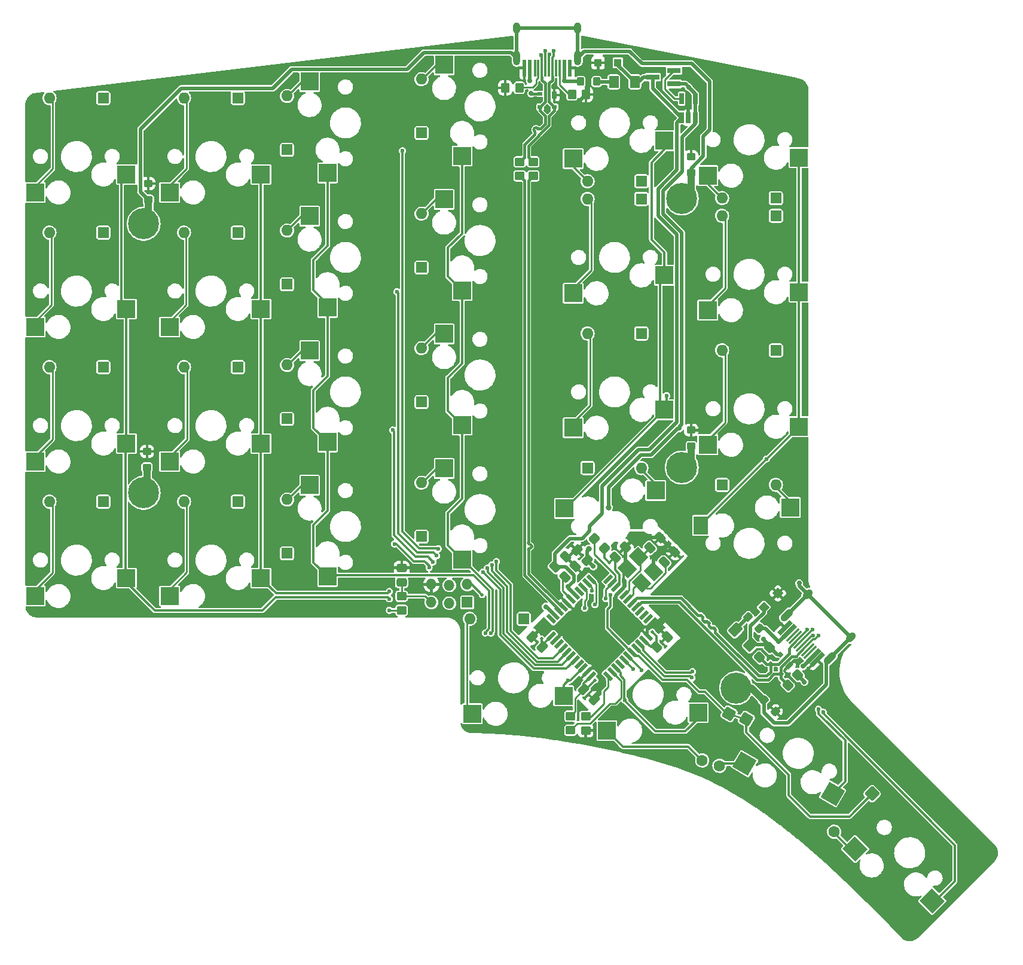
<source format=gbr>
%TF.GenerationSoftware,KiCad,Pcbnew,(6.0.7)*%
%TF.CreationDate,2022-09-06T15:04:57+03:00*%
%TF.ProjectId,retina-left,72657469-6e61-42d6-9c65-66742e6b6963,1.0*%
%TF.SameCoordinates,Original*%
%TF.FileFunction,Copper,L2,Bot*%
%TF.FilePolarity,Positive*%
%FSLAX46Y46*%
G04 Gerber Fmt 4.6, Leading zero omitted, Abs format (unit mm)*
G04 Created by KiCad (PCBNEW (6.0.7)) date 2022-09-06 15:04:57*
%MOMM*%
%LPD*%
G01*
G04 APERTURE LIST*
G04 Aperture macros list*
%AMRoundRect*
0 Rectangle with rounded corners*
0 $1 Rounding radius*
0 $2 $3 $4 $5 $6 $7 $8 $9 X,Y pos of 4 corners*
0 Add a 4 corners polygon primitive as box body*
4,1,4,$2,$3,$4,$5,$6,$7,$8,$9,$2,$3,0*
0 Add four circle primitives for the rounded corners*
1,1,$1+$1,$2,$3*
1,1,$1+$1,$4,$5*
1,1,$1+$1,$6,$7*
1,1,$1+$1,$8,$9*
0 Add four rect primitives between the rounded corners*
20,1,$1+$1,$2,$3,$4,$5,0*
20,1,$1+$1,$4,$5,$6,$7,0*
20,1,$1+$1,$6,$7,$8,$9,0*
20,1,$1+$1,$8,$9,$2,$3,0*%
%AMHorizOval*
0 Thick line with rounded ends*
0 $1 width*
0 $2 $3 position (X,Y) of the first rounded end (center of the circle)*
0 $4 $5 position (X,Y) of the second rounded end (center of the circle)*
0 Add line between two ends*
20,1,$1,$2,$3,$4,$5,0*
0 Add two circle primitives to create the rounded ends*
1,1,$1,$2,$3*
1,1,$1,$4,$5*%
%AMRotRect*
0 Rectangle, with rotation*
0 The origin of the aperture is its center*
0 $1 length*
0 $2 width*
0 $3 Rotation angle, in degrees counterclockwise*
0 Add horizontal line*
21,1,$1,$2,0,0,$3*%
G04 Aperture macros list end*
%TA.AperFunction,SMDPad,CuDef*%
%ADD10RotRect,2.550000X2.500000X150.000000*%
%TD*%
%TA.AperFunction,SMDPad,CuDef*%
%ADD11R,2.550000X2.500000*%
%TD*%
%TA.AperFunction,SMDPad,CuDef*%
%ADD12R,2.500000X2.550000*%
%TD*%
%TA.AperFunction,SMDPad,CuDef*%
%ADD13RotRect,2.550000X2.500000X135.000000*%
%TD*%
%TA.AperFunction,SMDPad,CuDef*%
%ADD14R,2.050000X2.500000*%
%TD*%
%TA.AperFunction,ComponentPad*%
%ADD15R,1.524000X1.524000*%
%TD*%
%TA.AperFunction,ComponentPad*%
%ADD16O,1.524000X1.524000*%
%TD*%
%TA.AperFunction,SMDPad,CuDef*%
%ADD17RoundRect,0.250000X0.350000X0.450000X-0.350000X0.450000X-0.350000X-0.450000X0.350000X-0.450000X0*%
%TD*%
%TA.AperFunction,SMDPad,CuDef*%
%ADD18RoundRect,0.250000X-0.441942X-0.053033X-0.053033X-0.441942X0.441942X0.053033X0.053033X0.441942X0*%
%TD*%
%TA.AperFunction,SMDPad,CuDef*%
%ADD19RoundRect,0.250000X-0.097227X0.574524X-0.574524X0.097227X0.097227X-0.574524X0.574524X-0.097227X0*%
%TD*%
%TA.AperFunction,ComponentPad*%
%ADD20C,0.700000*%
%TD*%
%TA.AperFunction,ComponentPad*%
%ADD21C,4.400000*%
%TD*%
%TA.AperFunction,ComponentPad*%
%ADD22RoundRect,0.240000X0.560000X-0.560000X0.560000X0.560000X-0.560000X0.560000X-0.560000X-0.560000X0*%
%TD*%
%TA.AperFunction,ComponentPad*%
%ADD23O,1.600000X1.600000*%
%TD*%
%TA.AperFunction,SMDPad,CuDef*%
%ADD24R,0.700000X1.000000*%
%TD*%
%TA.AperFunction,SMDPad,CuDef*%
%ADD25R,0.700000X0.600000*%
%TD*%
%TA.AperFunction,ComponentPad*%
%ADD26RoundRect,0.240000X0.560000X0.560000X-0.560000X0.560000X-0.560000X-0.560000X0.560000X-0.560000X0*%
%TD*%
%TA.AperFunction,SMDPad,CuDef*%
%ADD27RoundRect,0.250000X0.565685X0.070711X0.070711X0.565685X-0.565685X-0.070711X-0.070711X-0.565685X0*%
%TD*%
%TA.AperFunction,SMDPad,CuDef*%
%ADD28R,0.650000X1.560000*%
%TD*%
%TA.AperFunction,SMDPad,CuDef*%
%ADD29RoundRect,0.250001X-0.462499X-0.624999X0.462499X-0.624999X0.462499X0.624999X-0.462499X0.624999X0*%
%TD*%
%TA.AperFunction,SMDPad,CuDef*%
%ADD30RoundRect,0.250000X-0.350000X0.275000X-0.350000X-0.275000X0.350000X-0.275000X0.350000X0.275000X0*%
%TD*%
%TA.AperFunction,ComponentPad*%
%ADD31RoundRect,0.240000X-0.204974X0.764974X-0.764974X-0.204974X0.204974X-0.764974X0.764974X0.204974X0*%
%TD*%
%TA.AperFunction,ComponentPad*%
%ADD32HorizOval,1.600000X0.000000X0.000000X0.000000X0.000000X0*%
%TD*%
%TA.AperFunction,SMDPad,CuDef*%
%ADD33RoundRect,0.250000X0.450000X-0.350000X0.450000X0.350000X-0.450000X0.350000X-0.450000X-0.350000X0*%
%TD*%
%TA.AperFunction,SMDPad,CuDef*%
%ADD34RoundRect,0.250000X-0.450000X0.350000X-0.450000X-0.350000X0.450000X-0.350000X0.450000X0.350000X0*%
%TD*%
%TA.AperFunction,SMDPad,CuDef*%
%ADD35RotRect,1.500000X0.550000X315.000000*%
%TD*%
%TA.AperFunction,SMDPad,CuDef*%
%ADD36RotRect,1.500000X0.550000X225.000000*%
%TD*%
%TA.AperFunction,SMDPad,CuDef*%
%ADD37RotRect,0.600000X2.450000X315.000000*%
%TD*%
%TA.AperFunction,SMDPad,CuDef*%
%ADD38RotRect,0.300000X2.450000X315.000000*%
%TD*%
%TA.AperFunction,ComponentPad*%
%ADD39HorizOval,1.000000X-0.388909X-0.388909X0.388909X0.388909X0*%
%TD*%
%TA.AperFunction,ComponentPad*%
%ADD40HorizOval,1.000000X-0.212132X-0.212132X0.212132X0.212132X0*%
%TD*%
%TA.AperFunction,SMDPad,CuDef*%
%ADD41RoundRect,0.250000X0.574524X0.097227X0.097227X0.574524X-0.574524X-0.097227X-0.097227X-0.574524X0*%
%TD*%
%TA.AperFunction,SMDPad,CuDef*%
%ADD42RoundRect,0.250000X-0.574524X-0.097227X-0.097227X-0.574524X0.574524X0.097227X0.097227X0.574524X0*%
%TD*%
%TA.AperFunction,SMDPad,CuDef*%
%ADD43RoundRect,0.250000X0.070711X-0.565685X0.565685X-0.070711X-0.070711X0.565685X-0.565685X0.070711X0*%
%TD*%
%TA.AperFunction,ComponentPad*%
%ADD44RoundRect,0.240000X-0.560000X-0.560000X0.560000X-0.560000X0.560000X0.560000X-0.560000X0.560000X0*%
%TD*%
%TA.AperFunction,SMDPad,CuDef*%
%ADD45R,1.900000X0.800000*%
%TD*%
%TA.AperFunction,SMDPad,CuDef*%
%ADD46RoundRect,0.250000X-0.350000X-0.450000X0.350000X-0.450000X0.350000X0.450000X-0.350000X0.450000X0*%
%TD*%
%TA.AperFunction,SMDPad,CuDef*%
%ADD47RoundRect,0.250000X0.097227X-0.574524X0.574524X-0.097227X-0.097227X0.574524X-0.574524X0.097227X0*%
%TD*%
%TA.AperFunction,SMDPad,CuDef*%
%ADD48RoundRect,0.250000X-0.070711X0.565685X-0.565685X0.070711X0.070711X-0.565685X0.565685X-0.070711X0*%
%TD*%
%TA.AperFunction,SMDPad,CuDef*%
%ADD49RoundRect,0.250000X-0.475000X0.337500X-0.475000X-0.337500X0.475000X-0.337500X0.475000X0.337500X0*%
%TD*%
%TA.AperFunction,SMDPad,CuDef*%
%ADD50RoundRect,0.250001X-0.768977X-0.114905X-0.114905X-0.768977X0.768977X0.114905X0.114905X0.768977X0*%
%TD*%
%TA.AperFunction,SMDPad,CuDef*%
%ADD51RoundRect,0.250000X0.275000X0.350000X-0.275000X0.350000X-0.275000X-0.350000X0.275000X-0.350000X0*%
%TD*%
%TA.AperFunction,SMDPad,CuDef*%
%ADD52RoundRect,0.250000X0.441942X0.053033X0.053033X0.441942X-0.441942X-0.053033X-0.053033X-0.441942X0*%
%TD*%
%TA.AperFunction,SMDPad,CuDef*%
%ADD53RotRect,1.100000X1.100000X225.000000*%
%TD*%
%TA.AperFunction,SMDPad,CuDef*%
%ADD54RotRect,0.700000X1.000000X135.000000*%
%TD*%
%TA.AperFunction,SMDPad,CuDef*%
%ADD55RotRect,0.700000X0.600000X135.000000*%
%TD*%
%TA.AperFunction,SMDPad,CuDef*%
%ADD56R,0.600000X2.450000*%
%TD*%
%TA.AperFunction,SMDPad,CuDef*%
%ADD57R,0.300000X2.450000*%
%TD*%
%TA.AperFunction,ComponentPad*%
%ADD58O,1.000000X1.600000*%
%TD*%
%TA.AperFunction,ComponentPad*%
%ADD59O,1.000000X2.100000*%
%TD*%
%TA.AperFunction,SMDPad,CuDef*%
%ADD60R,1.100000X1.100000*%
%TD*%
%TA.AperFunction,SMDPad,CuDef*%
%ADD61RotRect,2.100000X1.800000X135.000000*%
%TD*%
%TA.AperFunction,ComponentPad*%
%ADD62RoundRect,0.240000X0.000000X0.791960X-0.791960X0.000000X0.000000X-0.791960X0.791960X0.000000X0*%
%TD*%
%TA.AperFunction,ComponentPad*%
%ADD63HorizOval,1.600000X0.000000X0.000000X0.000000X0.000000X0*%
%TD*%
%TA.AperFunction,ViaPad*%
%ADD64C,0.600000*%
%TD*%
%TA.AperFunction,ViaPad*%
%ADD65C,0.500000*%
%TD*%
%TA.AperFunction,ViaPad*%
%ADD66C,0.700000*%
%TD*%
%TA.AperFunction,ViaPad*%
%ADD67C,0.800000*%
%TD*%
%TA.AperFunction,Conductor*%
%ADD68C,0.500000*%
%TD*%
%TA.AperFunction,Conductor*%
%ADD69C,0.405562*%
%TD*%
%TA.AperFunction,Conductor*%
%ADD70C,0.300000*%
%TD*%
%TA.AperFunction,Conductor*%
%ADD71C,1.000000*%
%TD*%
%TA.AperFunction,Conductor*%
%ADD72C,0.250000*%
%TD*%
%TA.AperFunction,Conductor*%
%ADD73C,0.249936*%
%TD*%
G04 APERTURE END LIST*
D10*
%TO.P,MX23,1,COL*%
%TO.N,COL4*%
X215682135Y-164542452D03*
%TO.P,MX23,2,ROW*%
%TO.N,Net-(D23-Pad2)*%
X203217025Y-160278656D03*
%TD*%
D11*
%TO.P,MX26,1,COL*%
%TO.N,COL5*%
X210920279Y-112553699D03*
%TO.P,MX26,2,ROW*%
%TO.N,Net-(D26-Pad2)*%
X197993279Y-115093699D03*
%TD*%
D12*
%TO.P,MX9,1,COL*%
%TO.N,COL2*%
X144145000Y-76617500D03*
%TO.P,MX9,2,ROW*%
%TO.N,Net-(D9-Pad2)*%
X141605000Y-63690500D03*
%TD*%
%TO.P,MX12,1,COL*%
%TO.N,COL2*%
X144145000Y-133767500D03*
%TO.P,MX12,2,ROW*%
%TO.N,Net-(D12-Pad2)*%
X141605000Y-120840500D03*
%TD*%
%TO.P,MX17,1,COL*%
%TO.N,COL3*%
X163195330Y-131386199D03*
%TO.P,MX17,2,ROW*%
%TO.N,Net-(D17-Pad2)*%
X160655330Y-118459199D03*
%TD*%
D11*
%TO.P,MX2,1,COL*%
%TO.N,COL0*%
X115670000Y-95885000D03*
%TO.P,MX2,2,ROW*%
%TO.N,Net-(D2-Pad2)*%
X102743000Y-98425000D03*
%TD*%
D13*
%TO.P,MX28,1,COL*%
%TO.N,COL5*%
X229796345Y-179695466D03*
%TO.P,MX28,2,ROW*%
%TO.N,Net-(D28-Pad2)*%
X218859525Y-172350748D03*
%TD*%
D11*
%TO.P,MX22,1,COL*%
%TO.N,COL4*%
X177700000Y-124142500D03*
%TO.P,MX22,2,ROW*%
%TO.N,Net-(D22-Pad2)*%
X190627000Y-121602500D03*
%TD*%
%TO.P,MX18,1,COL*%
%TO.N,COL3*%
X196630298Y-153034930D03*
%TO.P,MX18,2,ROW*%
%TO.N,Net-(D18-Pad2)*%
X183703298Y-155574930D03*
%TD*%
D12*
%TO.P,MX11,1,COL*%
%TO.N,COL2*%
X144145000Y-114717500D03*
%TO.P,MX11,2,ROW*%
%TO.N,Net-(D11-Pad2)*%
X141605000Y-101790500D03*
%TD*%
%TO.P,MX10,1,COL*%
%TO.N,COL2*%
X144145000Y-95667500D03*
%TO.P,MX10,2,ROW*%
%TO.N,Net-(D10-Pad2)*%
X141605000Y-82740500D03*
%TD*%
D11*
%TO.P,MX3,1,COL*%
%TO.N,COL0*%
X115670000Y-114935000D03*
%TO.P,MX3,2,ROW*%
%TO.N,Net-(D3-Pad2)*%
X102743000Y-117475000D03*
%TD*%
%TO.P,MX4,1,COL*%
%TO.N,COL0*%
X115670000Y-133985000D03*
%TO.P,MX4,2,ROW*%
%TO.N,Net-(D4-Pad2)*%
X102743000Y-136525000D03*
%TD*%
D12*
%TO.P,MX16,1,COL*%
%TO.N,COL3*%
X163195330Y-112336199D03*
%TO.P,MX16,2,ROW*%
%TO.N,Net-(D16-Pad2)*%
X160655330Y-99409199D03*
%TD*%
D11*
%TO.P,MX13,1,COL*%
%TO.N,COL2*%
X177580314Y-150653682D03*
%TO.P,MX13,2,ROW*%
%TO.N,Net-(D13-Pad2)*%
X164653314Y-153193682D03*
%TD*%
%TO.P,MX7,1,COL*%
%TO.N,COL1*%
X134720000Y-114935000D03*
%TO.P,MX7,2,ROW*%
%TO.N,Net-(D7-Pad2)*%
X121793000Y-117475000D03*
%TD*%
%TO.P,MX21,1,COL*%
%TO.N,COL4*%
X191870000Y-110172500D03*
%TO.P,MX21,2,ROW*%
%TO.N,Net-(D21-Pad2)*%
X178943000Y-112712500D03*
%TD*%
%TO.P,MX24,1,COL*%
%TO.N,COL5*%
X210920290Y-74453742D03*
%TO.P,MX24,2,ROW*%
%TO.N,Net-(D24-Pad2)*%
X197993290Y-76993742D03*
%TD*%
%TO.P,MX8,1,COL*%
%TO.N,COL1*%
X134720000Y-133985000D03*
%TO.P,MX8,2,ROW*%
%TO.N,Net-(D8-Pad2)*%
X121793000Y-136525000D03*
%TD*%
%TO.P,MX19,1,COL*%
%TO.N,COL4*%
X191870000Y-72072500D03*
%TO.P,MX19,2,ROW*%
%TO.N,Net-(D19-Pad2)*%
X178943000Y-74612500D03*
%TD*%
D12*
%TO.P,MX14,1,COL*%
%TO.N,COL3*%
X163195330Y-74236250D03*
%TO.P,MX14,2,ROW*%
%TO.N,Net-(D14-Pad2)*%
X160655330Y-61309250D03*
%TD*%
D11*
%TO.P,MX6,1,COL*%
%TO.N,COL1*%
X134720000Y-95885000D03*
%TO.P,MX6,2,ROW*%
%TO.N,Net-(D6-Pad2)*%
X121793000Y-98425000D03*
%TD*%
D12*
%TO.P,MX15,1,COL*%
%TO.N,COL3*%
X163195330Y-93286225D03*
%TO.P,MX15,2,ROW*%
%TO.N,Net-(D15-Pad2)*%
X160655330Y-80359225D03*
%TD*%
D11*
%TO.P,MX5,1,COL*%
%TO.N,COL1*%
X134720000Y-76835000D03*
%TO.P,MX5,2,ROW*%
%TO.N,Net-(D5-Pad2)*%
X121793000Y-79375000D03*
%TD*%
%TO.P,MX25,1,COL*%
%TO.N,COL5*%
X210920290Y-93503727D03*
%TO.P,MX25,2,ROW*%
%TO.N,Net-(D25-Pad2)*%
X197993290Y-96043727D03*
%TD*%
%TO.P,MX1,1,COL*%
%TO.N,COL0*%
X115670000Y-76835000D03*
%TO.P,MX1,2,ROW*%
%TO.N,Net-(D1-Pad2)*%
X102743000Y-79375000D03*
%TD*%
%TO.P,MX20,1,COL*%
%TO.N,COL4*%
X191870000Y-91122500D03*
%TO.P,MX20,2,ROW*%
%TO.N,Net-(D20-Pad2)*%
X178943000Y-93662500D03*
%TD*%
D14*
%TO.P,MX27,1,COL*%
%TO.N,COL5*%
X197000279Y-126523699D03*
D11*
%TO.P,MX27,2,ROW*%
%TO.N,Net-(D27-Pad2)*%
X209677279Y-123983699D03*
%TD*%
D15*
%TO.P,J1,1,MISO*%
%TO.N,MISO*%
X163931600Y-137433050D03*
D16*
%TO.P,J1,2,VCC*%
%TO.N,+5V*%
X163931600Y-134893050D03*
%TO.P,J1,3,SCK*%
%TO.N,SCK*%
X161391600Y-137560050D03*
%TO.P,J1,4,MOSI*%
%TO.N,MOSI*%
X161391600Y-135020050D03*
%TO.P,J1,5,~{RST}*%
%TO.N,RESET*%
X158851600Y-137433050D03*
%TO.P,J1,6,GND*%
%TO.N,GND*%
X158851600Y-134893050D03*
%TD*%
D17*
%TO.P,R5,1*%
%TO.N,/CC1*%
X171307000Y-64560450D03*
%TO.P,R5,2*%
%TO.N,GND*%
X169307000Y-64560450D03*
%TD*%
D18*
%TO.P,L3,1*%
%TO.N,/FB2*%
X203688577Y-139509127D03*
%TO.P,L3,2*%
%TO.N,/SPLITPWR*%
X205314923Y-141135473D03*
%TD*%
D19*
%TO.P,C4,1*%
%TO.N,GND*%
X179213073Y-132349677D03*
%TO.P,C4,2*%
%TO.N,/UCAP*%
X177745827Y-133816923D03*
%TD*%
D20*
%TO.P,H5,1,1*%
%TO.N,GNDPWR*%
X200858524Y-148394824D03*
X203191976Y-150728276D03*
X200375250Y-149561550D03*
D21*
X202025250Y-149561550D03*
D20*
X203191976Y-148394824D03*
X202025250Y-151211550D03*
X200858524Y-150728276D03*
X202025250Y-147911550D03*
X203675250Y-149561550D03*
%TD*%
D22*
%TO.P,D16,1,K*%
%TO.N,ROW2*%
X157460330Y-109061199D03*
D23*
%TO.P,D16,2,A*%
%TO.N,Net-(D16-Pad2)*%
X157460330Y-101441199D03*
%TD*%
D24*
%TO.P,TVS1,1,GND*%
%TO.N,GND*%
X176259973Y-65601139D03*
D25*
%TO.P,TVS1,2,I/O1*%
%TO.N,ESD+*%
X176259975Y-67301150D03*
%TO.P,TVS1,3,I/O2*%
%TO.N,ESD-*%
X174259975Y-67301150D03*
%TO.P,TVS1,4,VCC*%
%TO.N,+5V*%
X174259977Y-65401139D03*
%TD*%
D26*
%TO.P,D8,1,K*%
%TO.N,ROW3*%
X131445000Y-123170000D03*
D23*
%TO.P,D8,2,A*%
%TO.N,Net-(D8-Pad2)*%
X123825000Y-123170000D03*
%TD*%
D22*
%TO.P,D17,1,K*%
%TO.N,ROW3*%
X157460330Y-128111199D03*
D23*
%TO.P,D17,2,A*%
%TO.N,Net-(D17-Pad2)*%
X157460330Y-120491199D03*
%TD*%
D27*
%TO.P,R3,1*%
%TO.N,+5V*%
X183358507Y-129808957D03*
%TO.P,R3,2*%
%TO.N,RESET*%
X181944293Y-128394743D03*
%TD*%
D20*
%TO.P,H3,1,1*%
%TO.N,Net-(H3-Pad1)*%
X194309991Y-119998136D03*
X194309991Y-116698136D03*
X195476717Y-117181410D03*
X195476717Y-119514862D03*
X193143265Y-119514862D03*
X193143265Y-117181410D03*
D21*
X194309991Y-118348136D03*
D20*
X195959991Y-118348136D03*
X192659991Y-118348136D03*
%TD*%
D28*
%TO.P,U2,1,+*%
%TO.N,+5V*%
X196212500Y-68806050D03*
%TO.P,U2,2,V-*%
%TO.N,GND*%
X195262500Y-68806050D03*
%TO.P,U2,3,-*%
%TO.N,VBUS*%
X194312500Y-68806050D03*
%TO.P,U2,4*%
%TO.N,Net-(Q1-Pad1)*%
X194312500Y-66106050D03*
%TO.P,U2,5,V+*%
%TO.N,+5V*%
X196212500Y-66106050D03*
%TD*%
D22*
%TO.P,D14,1,K*%
%TO.N,ROW0*%
X157460330Y-70961250D03*
D23*
%TO.P,D14,2,A*%
%TO.N,Net-(D14-Pad2)*%
X157460330Y-63341250D03*
%TD*%
D29*
%TO.P,F1,1*%
%TO.N,/FB1*%
X184688150Y-63741300D03*
%TO.P,F1,2*%
%TO.N,VBUS*%
X187663150Y-63741300D03*
%TD*%
D19*
%TO.P,C1,1*%
%TO.N,GND*%
X186318723Y-129606477D03*
%TO.P,C1,2*%
%TO.N,+5V*%
X184851477Y-131073723D03*
%TD*%
D26*
%TO.P,D5,1,K*%
%TO.N,ROW0*%
X131445000Y-66020000D03*
D23*
%TO.P,D5,2,A*%
%TO.N,Net-(D5-Pad2)*%
X123825000Y-66020000D03*
%TD*%
D26*
%TO.P,D26,1,K*%
%TO.N,ROW2*%
X207645290Y-101738699D03*
D23*
%TO.P,D26,2,A*%
%TO.N,Net-(D26-Pad2)*%
X200025290Y-101738699D03*
%TD*%
D30*
%TO.P,L1,1*%
%TO.N,GND*%
X118776750Y-78117050D03*
%TO.P,L1,2*%
%TO.N,GNDPWR*%
X118776750Y-80417050D03*
%TD*%
D31*
%TO.P,D23,1,K*%
%TO.N,ROW4*%
X203454000Y-153977243D03*
D32*
%TO.P,D23,2,A*%
%TO.N,Net-(D23-Pad2)*%
X199644000Y-160576357D03*
%TD*%
D26*
%TO.P,D6,1,K*%
%TO.N,ROW1*%
X131445000Y-85070000D03*
D23*
%TO.P,D6,2,A*%
%TO.N,Net-(D6-Pad2)*%
X123825000Y-85070000D03*
%TD*%
D19*
%TO.P,C3,1*%
%TO.N,GND*%
X191252673Y-128253927D03*
%TO.P,C3,2*%
%TO.N,XTAL2*%
X189785427Y-129721173D03*
%TD*%
D22*
%TO.P,D15,1,K*%
%TO.N,ROW1*%
X157460330Y-90011225D03*
D23*
%TO.P,D15,2,A*%
%TO.N,Net-(D15-Pad2)*%
X157460330Y-82391225D03*
%TD*%
D26*
%TO.P,D3,1,K*%
%TO.N,ROW2*%
X112395000Y-104120000D03*
D23*
%TO.P,D3,2,A*%
%TO.N,Net-(D3-Pad2)*%
X104775000Y-104120000D03*
%TD*%
D30*
%TO.P,L5,1*%
%TO.N,GND*%
X118586250Y-116045600D03*
%TO.P,L5,2*%
%TO.N,Net-(H4-Pad1)*%
X118586250Y-118345600D03*
%TD*%
D33*
%TO.P,R10,1*%
%TO.N,/SWRST*%
X154628850Y-138560050D03*
%TO.P,R10,2*%
%TO.N,RESET*%
X154628850Y-136560050D03*
%TD*%
D20*
%TO.P,H1,1,1*%
%TO.N,GNDPWR*%
X119276717Y-82653283D03*
X116943265Y-82653283D03*
D21*
X118109991Y-83820009D03*
D20*
X116459991Y-83820009D03*
X119759991Y-83820009D03*
X116943265Y-84986735D03*
X118109991Y-85470009D03*
X118109991Y-82170009D03*
X119276717Y-84986735D03*
%TD*%
D34*
%TO.P,R1,1*%
%TO.N,/HWB*%
X180705800Y-153571700D03*
%TO.P,R1,2*%
%TO.N,GND*%
X180705800Y-155571700D03*
%TD*%
D22*
%TO.P,D9,1,K*%
%TO.N,ROW0*%
X138410000Y-73342500D03*
D23*
%TO.P,D9,2,A*%
%TO.N,Net-(D9-Pad2)*%
X138410000Y-65722500D03*
%TD*%
D35*
%TO.P,U1,1,PE6*%
%TO.N,unconnected-(U1-Pad1)*%
X175809014Y-139806018D03*
%TO.P,U1,2,UVCC*%
%TO.N,VBUS*%
X176374700Y-139240333D03*
%TO.P,U1,3,D-*%
%TO.N,D-*%
X176940385Y-138674648D03*
%TO.P,U1,4,D+*%
%TO.N,D+*%
X177506070Y-138108962D03*
%TO.P,U1,5,UGND*%
%TO.N,GND*%
X178071756Y-137543277D03*
%TO.P,U1,6,UCAP*%
%TO.N,/UCAP*%
X178637441Y-136977591D03*
%TO.P,U1,7,VBUS*%
%TO.N,VBUS*%
X179203127Y-136411906D03*
%TO.P,U1,8,PB0*%
%TO.N,unconnected-(U1-Pad8)*%
X179768812Y-135846220D03*
%TO.P,U1,9,PB1*%
%TO.N,SCK*%
X180334498Y-135280535D03*
%TO.P,U1,10,PB2*%
%TO.N,MOSI*%
X180900183Y-134714850D03*
%TO.P,U1,11,PB3*%
%TO.N,MISO*%
X181465868Y-134149164D03*
D36*
%TO.P,U1,12,PB7*%
%TO.N,unconnected-(U1-Pad12)*%
X183870032Y-134149164D03*
%TO.P,U1,13,~{RESET}*%
%TO.N,RESET*%
X184435717Y-134714850D03*
%TO.P,U1,14,VCC*%
%TO.N,+5V*%
X185001402Y-135280535D03*
%TO.P,U1,15,GND*%
%TO.N,GND*%
X185567088Y-135846220D03*
%TO.P,U1,16,XTAL2*%
%TO.N,XTAL2*%
X186132773Y-136411906D03*
%TO.P,U1,17,XTAL1*%
%TO.N,XTAL1*%
X186698459Y-136977591D03*
%TO.P,U1,18,PD0*%
%TO.N,SCL*%
X187264144Y-137543277D03*
%TO.P,U1,19,PD1*%
%TO.N,SDA*%
X187829830Y-138108962D03*
%TO.P,U1,20,PD2*%
%TO.N,unconnected-(U1-Pad20)*%
X188395515Y-138674648D03*
%TO.P,U1,21,PD3*%
%TO.N,unconnected-(U1-Pad21)*%
X188961200Y-139240333D03*
%TO.P,U1,22,PD5*%
%TO.N,unconnected-(U1-Pad22)*%
X189526886Y-139806018D03*
D35*
%TO.P,U1,23,GND*%
%TO.N,GND*%
X189526886Y-142210182D03*
%TO.P,U1,24,AVCC*%
%TO.N,+5V*%
X188961200Y-142775867D03*
%TO.P,U1,25,PD4*%
%TO.N,COL5*%
X188395515Y-143341552D03*
%TO.P,U1,26,PD6*%
%TO.N,COL4*%
X187829830Y-143907238D03*
%TO.P,U1,27,PD7*%
%TO.N,ROW4*%
X187264144Y-144472923D03*
%TO.P,U1,28,PB4*%
%TO.N,COL0*%
X186698459Y-145038609D03*
%TO.P,U1,29,PB5*%
%TO.N,COL1*%
X186132773Y-145604294D03*
%TO.P,U1,30,PB6*%
%TO.N,unconnected-(U1-Pad30)*%
X185567088Y-146169980D03*
%TO.P,U1,31,PC6*%
%TO.N,COL3*%
X185001402Y-146735665D03*
%TO.P,U1,32,PC7*%
%TO.N,HDPIN*%
X184435717Y-147301350D03*
%TO.P,U1,33,~{HWB}/PE2*%
%TO.N,/HWB*%
X183870032Y-147867036D03*
D36*
%TO.P,U1,34,VCC*%
%TO.N,+5V*%
X181465868Y-147867036D03*
%TO.P,U1,35,GND*%
%TO.N,GND*%
X180900183Y-147301350D03*
%TO.P,U1,36,PF7*%
%TO.N,COL2*%
X180334498Y-146735665D03*
%TO.P,U1,37,PF6*%
%TO.N,unconnected-(U1-Pad37)*%
X179768812Y-146169980D03*
%TO.P,U1,38,PF5*%
%TO.N,ROW3*%
X179203127Y-145604294D03*
%TO.P,U1,39,PF4*%
%TO.N,ROW2*%
X178637441Y-145038609D03*
%TO.P,U1,40,PF1*%
%TO.N,ROW1*%
X178071756Y-144472923D03*
%TO.P,U1,41,PF0*%
%TO.N,ROW0*%
X177506070Y-143907238D03*
%TO.P,U1,42,AREF*%
%TO.N,unconnected-(U1-Pad42)*%
X176940385Y-143341552D03*
%TO.P,U1,43,GND*%
%TO.N,GND*%
X176374700Y-142775867D03*
%TO.P,U1,44,AVCC*%
%TO.N,+5V*%
X175809014Y-142210182D03*
%TD*%
D37*
%TO.P,USB2,1,GND*%
%TO.N,GND*%
X208959167Y-141001183D03*
%TO.P,USB2,2,VBUS*%
%TO.N,/SPLITPWR*%
X209507174Y-141549190D03*
D38*
%TO.P,USB2,3,SBU2*%
%TO.N,unconnected-(USB2-Pad3)*%
X210002149Y-142044165D03*
%TO.P,USB2,4,CC1*%
%TO.N,unconnected-(USB2-Pad4)*%
X210355702Y-142397719D03*
%TO.P,USB2,5,DN2*%
%TO.N,SCL*%
X210709256Y-142751272D03*
%TO.P,USB2,6,DP1*%
%TO.N,SDA*%
X211062809Y-143104825D03*
%TO.P,USB2,7,DN1*%
%TO.N,SCL*%
X211416363Y-143458379D03*
%TO.P,USB2,8,DP2*%
%TO.N,SDA*%
X211769916Y-143811932D03*
%TO.P,USB2,9,SBU1*%
%TO.N,unconnected-(USB2-Pad9)*%
X212123469Y-144165486D03*
%TO.P,USB2,10,CC2*%
%TO.N,unconnected-(USB2-Pad10)*%
X212477023Y-144519039D03*
D37*
%TO.P,USB2,11,VBUS*%
%TO.N,/SPLITPWR*%
X212971998Y-145014014D03*
%TO.P,USB2,12,GND*%
%TO.N,GND*%
X213520005Y-145562021D03*
D39*
%TO.P,USB2,13,SHIELD*%
%TO.N,GNDPWR*%
X209185441Y-139226345D03*
D40*
X218250550Y-142380041D03*
X212141147Y-136270638D03*
D39*
X215294843Y-145335747D03*
%TD*%
D30*
%TO.P,L7,1*%
%TO.N,GND*%
X195662550Y-74307050D03*
%TO.P,L7,2*%
%TO.N,GNDPWR*%
X195662550Y-76607050D03*
%TD*%
D41*
%TO.P,C5,1*%
%TO.N,GND*%
X181896623Y-151209573D03*
%TO.P,C5,2*%
%TO.N,+5V*%
X180429377Y-149742327D03*
%TD*%
D42*
%TO.P,C10,1*%
%TO.N,GND*%
X179441277Y-130025577D03*
%TO.P,C10,2*%
%TO.N,+5V*%
X180908523Y-131492823D03*
%TD*%
D43*
%TO.P,R8,1*%
%TO.N,SCL*%
X205337693Y-145220407D03*
%TO.P,R8,2*%
%TO.N,+5V*%
X206751907Y-143806193D03*
%TD*%
D19*
%TO.P,C8,1*%
%TO.N,GND*%
X192240773Y-142293777D03*
%TO.P,C8,2*%
%TO.N,+5V*%
X190773527Y-143761023D03*
%TD*%
D30*
%TO.P,L4,1*%
%TO.N,GND*%
X195643500Y-113035700D03*
%TO.P,L4,2*%
%TO.N,Net-(H3-Pad1)*%
X195643500Y-115335700D03*
%TD*%
D26*
%TO.P,D7,1,K*%
%TO.N,ROW2*%
X131445000Y-104120000D03*
D23*
%TO.P,D7,2,A*%
%TO.N,Net-(D7-Pad2)*%
X123825000Y-104120000D03*
%TD*%
D19*
%TO.P,C2,1*%
%TO.N,GND*%
X193291023Y-130292277D03*
%TO.P,C2,2*%
%TO.N,XTAL1*%
X191823777Y-131759523D03*
%TD*%
D44*
%TO.P,D22,1,K*%
%TO.N,ROW3*%
X180975000Y-118407500D03*
D23*
%TO.P,D22,2,A*%
%TO.N,Net-(D22-Pad2)*%
X188595000Y-118407500D03*
%TD*%
D26*
%TO.P,D25,1,K*%
%TO.N,ROW1*%
X207645290Y-82688727D03*
D23*
%TO.P,D25,2,A*%
%TO.N,Net-(D25-Pad2)*%
X200025290Y-82688727D03*
%TD*%
D42*
%TO.P,C6,1*%
%TO.N,GND*%
X173095127Y-142312827D03*
%TO.P,C6,2*%
%TO.N,+5V*%
X174562373Y-143780073D03*
%TD*%
D45*
%TO.P,Q1,1,G*%
%TO.N,Net-(Q1-Pad1)*%
X193200150Y-62124550D03*
%TO.P,Q1,2,S*%
%TO.N,+5V*%
X193200150Y-64024550D03*
%TO.P,Q1,3,D*%
%TO.N,VBUS*%
X190200150Y-63074550D03*
%TD*%
D22*
%TO.P,D11,1,K*%
%TO.N,ROW2*%
X138410000Y-111442500D03*
D23*
%TO.P,D11,2,A*%
%TO.N,Net-(D11-Pad2)*%
X138410000Y-103822500D03*
%TD*%
D26*
%TO.P,D4,1,K*%
%TO.N,ROW3*%
X112395000Y-123170000D03*
D23*
%TO.P,D4,2,A*%
%TO.N,Net-(D4-Pad2)*%
X104775000Y-123170000D03*
%TD*%
D22*
%TO.P,D12,1,K*%
%TO.N,ROW3*%
X138410000Y-130492500D03*
D23*
%TO.P,D12,2,A*%
%TO.N,Net-(D12-Pad2)*%
X138410000Y-122872500D03*
%TD*%
D46*
%TO.P,R4,1*%
%TO.N,/CC2*%
X178755800Y-65493900D03*
%TO.P,R4,2*%
%TO.N,GND*%
X180755800Y-65493900D03*
%TD*%
D31*
%TO.P,D18,1,K*%
%TO.N,ROW4*%
X201015600Y-153215243D03*
D32*
%TO.P,D18,2,A*%
%TO.N,Net-(D18-Pad2)*%
X197205600Y-159814357D03*
%TD*%
D20*
%TO.P,H4,1,1*%
%TO.N,Net-(H4-Pad1)*%
X116943265Y-120753283D03*
X116459991Y-121920009D03*
X116943265Y-123086735D03*
X118109991Y-120270009D03*
X119759991Y-121920009D03*
X119276717Y-120753283D03*
X118109991Y-123570009D03*
X119276717Y-123086735D03*
D21*
X118109991Y-121920009D03*
%TD*%
D26*
%TO.P,D24,1,K*%
%TO.N,ROW0*%
X207645290Y-80188742D03*
D23*
%TO.P,D24,2,A*%
%TO.N,Net-(D24-Pad2)*%
X200025290Y-80188742D03*
%TD*%
D47*
%TO.P,C7,1*%
%TO.N,VBUS*%
X176374227Y-132426273D03*
%TO.P,C7,2*%
%TO.N,GND*%
X177841473Y-130959027D03*
%TD*%
D48*
%TO.P,R9,1*%
%TO.N,+5V*%
X210733357Y-147730493D03*
%TO.P,R9,2*%
%TO.N,SDA*%
X209319143Y-149144707D03*
%TD*%
D33*
%TO.P,R2,1*%
%TO.N,HDPIN*%
X178553150Y-155552650D03*
%TO.P,R2,2*%
%TO.N,+5V*%
X178553150Y-153552650D03*
%TD*%
D34*
%TO.P,R6,1*%
%TO.N,ESD-*%
X171373800Y-75047600D03*
%TO.P,R6,2*%
%TO.N,D-*%
X171373800Y-77047600D03*
%TD*%
D49*
%TO.P,C9,1*%
%TO.N,GND*%
X154647900Y-132541100D03*
%TO.P,C9,2*%
%TO.N,RESET*%
X154647900Y-134616100D03*
%TD*%
D50*
%TO.P,F2,1*%
%TO.N,/FB2*%
X201925929Y-141327879D03*
%TO.P,F2,2*%
%TO.N,+5V*%
X204029571Y-143431521D03*
%TD*%
D26*
%TO.P,D21,1,K*%
%TO.N,ROW2*%
X188595000Y-99357500D03*
D23*
%TO.P,D21,2,A*%
%TO.N,Net-(D21-Pad2)*%
X180975000Y-99357500D03*
%TD*%
D20*
%TO.P,H2,1,1*%
%TO.N,GNDPWR*%
X193143265Y-79081410D03*
X195959991Y-80248136D03*
X192659991Y-80248136D03*
X193143265Y-81414862D03*
D21*
X194309991Y-80248136D03*
D20*
X195476717Y-79081410D03*
X194309991Y-78598136D03*
X194309991Y-81898136D03*
X195476717Y-81414862D03*
%TD*%
D51*
%TO.P,L2,1*%
%TO.N,/FB1*%
X182258350Y-63684150D03*
%TO.P,L2,2*%
%TO.N,/HOSTPWR*%
X179958350Y-63684150D03*
%TD*%
D34*
%TO.P,R7,1*%
%TO.N,ESD+*%
X173278799Y-75047601D03*
%TO.P,R7,2*%
%TO.N,D+*%
X173278799Y-77047601D03*
%TD*%
D26*
%TO.P,D19,1,K*%
%TO.N,ROW0*%
X188595000Y-77807500D03*
D23*
%TO.P,D19,2,A*%
%TO.N,Net-(D19-Pad2)*%
X180975000Y-77807500D03*
%TD*%
D22*
%TO.P,D10,1,K*%
%TO.N,ROW1*%
X138410000Y-92392500D03*
D23*
%TO.P,D10,2,A*%
%TO.N,Net-(D10-Pad2)*%
X138410000Y-84772500D03*
%TD*%
D26*
%TO.P,D20,1,K*%
%TO.N,ROW1*%
X188595000Y-80307500D03*
D23*
%TO.P,D20,2,A*%
%TO.N,Net-(D20-Pad2)*%
X180975000Y-80307500D03*
%TD*%
D26*
%TO.P,D1,1,K*%
%TO.N,ROW0*%
X112395000Y-66020000D03*
D23*
%TO.P,D1,2,A*%
%TO.N,Net-(D1-Pad2)*%
X104775000Y-66020000D03*
%TD*%
D52*
%TO.P,L6,1*%
%TO.N,GND*%
X207562823Y-152908373D03*
%TO.P,L6,2*%
%TO.N,GNDPWR*%
X205936477Y-151282027D03*
%TD*%
D53*
%TO.P,TVS4,1,A1*%
%TO.N,GND*%
X207911049Y-136151001D03*
%TO.P,TVS4,2,A2*%
%TO.N,+5V*%
X205931151Y-138130899D03*
%TD*%
D26*
%TO.P,D13,1,K*%
%TO.N,ROW4*%
X171923750Y-139769850D03*
D23*
%TO.P,D13,2,A*%
%TO.N,Net-(D13-Pad2)*%
X164303750Y-139769850D03*
%TD*%
D54*
%TO.P,TVS2,1,GND*%
%TO.N,GND*%
X209511083Y-146385515D03*
D55*
%TO.P,TVS2,2,I/O1*%
%TO.N,SDA*%
X208309005Y-147587608D03*
%TO.P,TVS2,3,I/O2*%
%TO.N,SCL*%
X206894792Y-146173395D03*
%TO.P,TVS2,4,VCC*%
%TO.N,+5V*%
X208238288Y-144829884D03*
%TD*%
D44*
%TO.P,D27,1,K*%
%TO.N,ROW3*%
X200025290Y-120788699D03*
D23*
%TO.P,D27,2,A*%
%TO.N,Net-(D27-Pad2)*%
X207645290Y-120788699D03*
%TD*%
D26*
%TO.P,D2,1,K*%
%TO.N,ROW1*%
X112395000Y-85070000D03*
D23*
%TO.P,D2,2,A*%
%TO.N,Net-(D2-Pad2)*%
X104775000Y-85070000D03*
%TD*%
D56*
%TO.P,USB1,1,GND*%
%TO.N,GND*%
X172034974Y-61746813D03*
%TO.P,USB1,2,VBUS*%
%TO.N,/HOSTPWR*%
X172809974Y-61746813D03*
D57*
%TO.P,USB1,3,SBU2*%
%TO.N,unconnected-(USB1-Pad3)*%
X173509974Y-61746813D03*
%TO.P,USB1,4,CC1*%
%TO.N,/CC1*%
X174009974Y-61746813D03*
%TO.P,USB1,5,DN2*%
%TO.N,ESD-*%
X174509974Y-61746813D03*
%TO.P,USB1,6,DP1*%
%TO.N,ESD+*%
X175009974Y-61746813D03*
%TO.P,USB1,7,DN1*%
%TO.N,ESD-*%
X175509974Y-61746813D03*
%TO.P,USB1,8,DP2*%
%TO.N,ESD+*%
X176009974Y-61746813D03*
%TO.P,USB1,9,SBU1*%
%TO.N,unconnected-(USB1-Pad9)*%
X176509974Y-61746813D03*
%TO.P,USB1,10,CC2*%
%TO.N,/CC2*%
X177009974Y-61746813D03*
D56*
%TO.P,USB1,11,VBUS*%
%TO.N,/HOSTPWR*%
X177709974Y-61746813D03*
%TO.P,USB1,12,GND*%
%TO.N,GND*%
X178484974Y-61746813D03*
D58*
%TO.P,USB1,13,SHIELD*%
%TO.N,GNDPWR*%
X179579974Y-56151813D03*
D59*
X170939974Y-60331813D03*
D58*
X170939974Y-56151813D03*
D59*
X179579974Y-60331813D03*
%TD*%
D60*
%TO.P,TVS3,1,A1*%
%TO.N,GND*%
X182470600Y-61017150D03*
%TO.P,TVS3,2,A2*%
%TO.N,VBUS*%
X185270600Y-61017150D03*
%TD*%
D61*
%TO.P,Y1,1,1*%
%TO.N,XTAL1*%
X188654732Y-134674128D03*
%TO.P,Y1,2,2*%
%TO.N,GND*%
X186604122Y-132623518D03*
%TO.P,Y1,3,3*%
%TO.N,XTAL2*%
X188230468Y-130997172D03*
%TO.P,Y1,4,4*%
%TO.N,GND*%
X190281078Y-133047782D03*
%TD*%
D62*
%TO.P,D28,1,K*%
%TO.N,ROW4*%
X221273777Y-164526823D03*
D63*
%TO.P,D28,2,A*%
%TO.N,Net-(D28-Pad2)*%
X215885623Y-169914977D03*
%TD*%
D64*
%TO.N,GND*%
X194557650Y-123844050D03*
X211836000Y-102698550D03*
X175260000Y-67684650D03*
X195262500Y-67265550D03*
X196481700Y-104565450D03*
X111232950Y-127558800D03*
X156610050Y-132530850D03*
X192347850Y-96926400D03*
X140112750Y-78771750D03*
X181794150Y-157010100D03*
X204730350Y-115538250D03*
X128816100Y-127692150D03*
X185055078Y-80656262D03*
X190747650Y-157010100D03*
X210007200Y-102850950D03*
X189757050Y-113842800D03*
D65*
X207587850Y-146875500D03*
D64*
X120777000Y-73075800D03*
X168402000Y-77038200D03*
X180858200Y-144856200D03*
X175469550Y-76847700D03*
X189640250Y-147866100D03*
X180594000Y-62045850D03*
X177679350Y-67646550D03*
X131806950Y-70599300D03*
X206616300Y-139884150D03*
X194443350Y-128092200D03*
X182591750Y-133483350D03*
X183013350Y-140360400D03*
X184956450Y-140779500D03*
X170429889Y-103882386D03*
X102698550Y-127444500D03*
X174402750Y-103822500D03*
X165868350Y-145141950D03*
X199396350Y-139712700D03*
X195738750Y-141389100D03*
X235210350Y-174078900D03*
X202406250Y-136798050D03*
X170783250Y-138664950D03*
X110051850Y-70046850D03*
X192690750Y-135464550D03*
X171011850Y-63036450D03*
X196373086Y-100812552D03*
X195834000Y-72104250D03*
X209588100Y-84372450D03*
X215912700Y-147961350D03*
X186194700Y-141979650D03*
X157734000Y-105727500D03*
X192614550Y-149752050D03*
X197796150Y-79971900D03*
X152323800Y-127749300D03*
X167389850Y-149656800D03*
X152209500Y-130244850D03*
X150666450Y-86086950D03*
X159219900Y-124567950D03*
X201625200Y-124034550D03*
X185204100Y-77247750D03*
X186023250Y-123691650D03*
X174612300Y-118814850D03*
X187775850Y-65608200D03*
X184842150Y-143236950D03*
X187794900Y-67741800D03*
X204101700Y-77514450D03*
X103117650Y-70485000D03*
X120796437Y-109558685D03*
X181794150Y-121805700D03*
X201796650Y-112509300D03*
X187166250Y-119310150D03*
X194462400Y-70332600D03*
X219607240Y-161414162D03*
X184613550Y-138855450D03*
X127368300Y-101688900D03*
X182641309Y-150469442D03*
X209397600Y-116871750D03*
X183661050Y-142189200D03*
X109575600Y-136493250D03*
X138169650Y-106775250D03*
X150799800Y-77590650D03*
X174478950Y-84201000D03*
X174612300Y-122243850D03*
X226629485Y-181897613D03*
X170377657Y-99703862D03*
X203282550Y-126130050D03*
X185051700Y-84677250D03*
X156610050Y-134835900D03*
X139446000Y-97669350D03*
X192043050Y-75533250D03*
X158953200Y-95611950D03*
X197719950Y-82734150D03*
X230470724Y-173638949D03*
X206425800Y-149428200D03*
X185166000Y-103632000D03*
X174593250Y-80733900D03*
X191109600Y-154209750D03*
X192500250Y-138493500D03*
X131406900Y-108432600D03*
X120205500Y-101746050D03*
X151790400Y-106851450D03*
X204006450Y-164077650D03*
X201529950Y-146570700D03*
X120281700Y-128568450D03*
X211784151Y-81693957D03*
X191966850Y-86010750D03*
X132321300Y-82353150D03*
X233038650Y-168878250D03*
X117576600Y-65131950D03*
X179867600Y-152114250D03*
X127196850Y-121558050D03*
X180273566Y-139811366D03*
X214405562Y-157190577D03*
X123536697Y-82318706D03*
X209950050Y-81019650D03*
X198510712Y-149656062D03*
X208235550Y-155371800D03*
X165982650Y-140112750D03*
X170021250Y-122167650D03*
X150533100Y-115595400D03*
X136759950Y-68408550D03*
X177393600Y-65589150D03*
X174155100Y-64446150D03*
X205035150Y-121043700D03*
X169773600Y-84220050D03*
X110680500Y-89515950D03*
X197377050Y-120167400D03*
X203377800Y-118281450D03*
X166744650Y-58502550D03*
X203568300Y-80181450D03*
X203587350Y-82677000D03*
X128282700Y-88601550D03*
X194386200Y-145427700D03*
X134092950Y-62788800D03*
X211778850Y-120777000D03*
X209588100Y-137179050D03*
X208178400Y-127215900D03*
X160115250Y-137960100D03*
X224008950Y-165906450D03*
X190766700Y-158800800D03*
X199377300Y-85763100D03*
X192443100Y-105841800D03*
X139141200Y-115881150D03*
X212540850Y-169011600D03*
X157657800Y-74714100D03*
X165601650Y-137255250D03*
X169959805Y-119029534D03*
X204463650Y-105575100D03*
X222008700Y-157676850D03*
X151371300Y-98964750D03*
X201682350Y-85725000D03*
X157429200Y-114681000D03*
X159848550Y-127444500D03*
X174250350Y-153047700D03*
X204901800Y-142303500D03*
X197853300Y-156991050D03*
X174402750Y-99707700D03*
X200901300Y-69875400D03*
X173926500Y-147656550D03*
X223742250Y-176745900D03*
X111537750Y-108508800D03*
X169659300Y-80695800D03*
X152190450Y-60407550D03*
X150914100Y-74314050D03*
X212426550Y-147485100D03*
X212864700Y-148551900D03*
X188137800Y-128225550D03*
X137521950Y-126225300D03*
D65*
%TO.N,+5V*%
X174444893Y-142562948D03*
D66*
X205854300Y-142627350D03*
X172993050Y-65379600D03*
D65*
X182053026Y-148442924D03*
X166039800Y-136378950D03*
D67*
X181127400Y-129863850D03*
D65*
X190143817Y-141590383D03*
D67*
X183946800Y-123977400D03*
D66*
X181775100Y-132340350D03*
D65*
X184042050Y-131806950D03*
D66*
X211683600Y-148704300D03*
X195281550Y-64465200D03*
X193952864Y-112791462D03*
D64*
%TO.N,ROW0*%
X168066275Y-131649436D03*
X159829500Y-129844800D03*
X154762200Y-73475850D03*
%TO.N,ROW1*%
X159590248Y-130815245D03*
X167415215Y-132113468D03*
X153959919Y-93440250D03*
%TO.N,ROW2*%
X159103653Y-131688304D03*
X166778070Y-132596428D03*
X153354837Y-113023650D03*
%TO.N,ROW3*%
X166192200Y-133140450D03*
X153626476Y-129151724D03*
X158528076Y-132505444D03*
%TO.N,ROW4*%
X184213500Y-136359900D03*
D66*
%TO.N,VBUS*%
X178191800Y-135216900D03*
X175047950Y-138036300D03*
%TO.N,GNDPWR*%
X210940650Y-134721600D03*
D64*
%TO.N,ESD+*%
X175012350Y-59302650D03*
X176174400Y-59302650D03*
%TO.N,ESD-*%
X175586474Y-59874150D03*
X174433474Y-59893200D03*
%TO.N,RESET*%
X183564000Y-136907700D03*
%TO.N,SCK*%
X180561185Y-138251135D03*
%TO.N,MISO*%
X182012561Y-137759949D03*
%TO.N,MOSI*%
X181554399Y-135750559D03*
%TO.N,COL0*%
X188611550Y-147008850D03*
X152908296Y-136930511D03*
%TO.N,COL1*%
X152895300Y-135902700D03*
X187392350Y-146894561D03*
%TO.N,COL2*%
X178218598Y-148488902D03*
X166477950Y-141770100D03*
%TO.N,COL3*%
X186248732Y-151266782D03*
X167295758Y-141777243D03*
%TO.N,COL4*%
X192176400Y-108165900D03*
X195738750Y-148094700D03*
X213653176Y-152550010D03*
%TO.N,COL5*%
X195814950Y-147237450D03*
X206292450Y-117138450D03*
X214334168Y-152968882D03*
%TO.N,SDA*%
X213693464Y-142111978D03*
X212871773Y-141290284D03*
%TO.N,SCL*%
X212873626Y-142100364D03*
X212044860Y-141298538D03*
D66*
%TO.N,/HOSTPWR*%
X177736500Y-63588900D03*
X172802550Y-63588900D03*
%TO.N,/SPLITPWR*%
X211493100Y-146475450D03*
X208026000Y-142989300D03*
D64*
%TO.N,/SWRST*%
X152914350Y-138550650D03*
%TD*%
D68*
%TO.N,GND*%
X185567088Y-135846220D02*
X184957989Y-136455319D01*
X184957989Y-136455319D02*
X184957989Y-138511011D01*
X184957989Y-138511011D02*
X184613550Y-138855450D01*
X178603150Y-67646550D02*
X180755800Y-65493900D01*
D69*
X182610800Y-147382368D02*
X181968383Y-146739951D01*
D68*
X180594000Y-62045850D02*
X181051200Y-62503050D01*
X190281078Y-131263872D02*
X191471550Y-130073400D01*
D69*
X182610800Y-147866100D02*
X182610800Y-147382368D01*
X174324857Y-141083097D02*
X176311529Y-141083097D01*
X183342763Y-149175415D02*
X183342763Y-148598063D01*
D68*
X190281078Y-133047782D02*
X190281078Y-131263872D01*
X191471550Y-130073400D02*
X193072146Y-130073400D01*
D70*
X186118500Y-135293100D02*
X186118500Y-133185340D01*
D71*
X190735087Y-140788091D02*
X190735087Y-140773013D01*
D69*
X189341525Y-141078225D02*
X189341525Y-142024821D01*
X176936099Y-141707667D02*
X176936099Y-142214468D01*
X177841473Y-130978077D02*
X179213073Y-132349677D01*
D70*
X185567088Y-135844512D02*
X186118500Y-135293100D01*
D69*
X190735087Y-140788091D02*
X189631659Y-140788091D01*
D68*
X191252673Y-128253927D02*
X187671273Y-128253927D01*
D69*
X173095127Y-142312827D02*
X174324857Y-141083097D01*
X176936099Y-142214468D02*
X176374700Y-142775867D01*
X181896623Y-151209573D02*
X181896623Y-150621555D01*
D68*
X193291023Y-130292277D02*
X191252673Y-128253927D01*
X193072146Y-130073400D02*
X193291023Y-130292277D01*
X187671273Y-128253927D02*
X186318723Y-129606477D01*
D69*
X178241523Y-130939977D02*
X179155923Y-130025577D01*
D68*
X186318723Y-129606477D02*
X186318723Y-131995219D01*
X195262500Y-68806050D02*
X195262500Y-67265550D01*
D69*
X176311529Y-141083097D02*
X176936099Y-141707667D01*
X181968383Y-146739951D02*
X181461582Y-146739951D01*
X181896623Y-150621555D02*
X183342763Y-149175415D01*
D68*
X181051200Y-62503050D02*
X181051200Y-65198500D01*
X181051200Y-65198500D02*
X180755800Y-65493900D01*
D69*
X181461582Y-146739951D02*
X180900183Y-147301350D01*
D68*
X177679350Y-67646550D02*
X178603150Y-67646550D01*
D69*
X189631659Y-140788091D02*
X189341525Y-141078225D01*
X183342763Y-148598063D02*
X182610800Y-147866100D01*
D71*
X190735087Y-140773013D02*
X192024000Y-139484100D01*
D69*
X192240773Y-142293777D02*
X190735087Y-140788091D01*
D68*
%TO.N,+5V*%
X193952864Y-112579356D02*
X194319118Y-112213102D01*
D70*
X180429377Y-148903527D02*
X181465868Y-147867036D01*
D68*
X194840900Y-64024550D02*
X195281550Y-64465200D01*
D72*
X179181800Y-152924000D02*
X179181800Y-150989904D01*
D70*
X189946356Y-143761023D02*
X188961200Y-142775867D01*
X175809014Y-142210182D02*
X174562373Y-143456823D01*
X190773527Y-142220093D02*
X190773527Y-143761023D01*
D68*
X205854300Y-142627350D02*
X205854300Y-142703550D01*
X181127400Y-129863850D02*
X180908523Y-130082727D01*
X194319119Y-85067369D02*
X191660480Y-82408730D01*
D70*
X184851477Y-132861571D02*
X185510501Y-133520595D01*
X182033976Y-148442924D02*
X182053026Y-148442924D01*
X185510501Y-133520595D02*
X185510501Y-134771436D01*
D68*
X193740758Y-112791462D02*
X193952864Y-112791462D01*
X180908523Y-130082727D02*
X180908523Y-131492823D01*
X194348100Y-76463052D02*
X194348100Y-71545261D01*
X205854300Y-142703550D02*
X206751907Y-143601157D01*
X196212500Y-65415200D02*
X196212500Y-66106050D01*
D70*
X166039800Y-136378950D02*
X164553900Y-134893050D01*
D68*
X204029571Y-140794479D02*
X205931151Y-138892899D01*
D70*
X183358507Y-131123407D02*
X184042050Y-131806950D01*
D68*
X211683600Y-148704300D02*
X211683600Y-148680736D01*
X195281550Y-64484250D02*
X196212500Y-65415200D01*
X190008701Y-116523519D02*
X193740758Y-112791462D01*
D70*
X184851477Y-131073723D02*
X184851477Y-132861571D01*
D68*
X183946800Y-123977400D02*
X183965850Y-123958350D01*
X196212500Y-69680861D02*
X196212500Y-68806050D01*
X204029571Y-143431521D02*
X206377235Y-143431521D01*
D70*
X190143817Y-141590383D02*
X190773527Y-142220093D01*
D68*
X191660480Y-79150672D02*
X194348100Y-76463052D01*
X211683600Y-148680736D02*
X210733357Y-147730493D01*
D70*
X190773527Y-143761023D02*
X189946356Y-143761023D01*
X185510501Y-134771436D02*
X185001402Y-135280535D01*
D68*
X206785493Y-143806193D02*
X207809184Y-144829884D01*
X193200150Y-64024550D02*
X194840900Y-64024550D01*
D70*
X164553900Y-134893050D02*
X163931600Y-134893050D01*
D68*
X195281550Y-64465200D02*
X195281550Y-64484250D01*
X191660480Y-82408730D02*
X191660480Y-79150672D01*
D72*
X178553150Y-153552650D02*
X179181800Y-152924000D01*
D70*
X183358507Y-129808957D02*
X183358507Y-131123407D01*
D68*
X194348100Y-71545261D02*
X196212500Y-69680861D01*
X183965850Y-123958350D02*
X183965850Y-121099520D01*
X205931151Y-138892899D02*
X205931151Y-138130899D01*
D70*
X180429377Y-149742327D02*
X180429377Y-148903527D01*
D68*
X206377235Y-143431521D02*
X206751907Y-143806193D01*
X193952864Y-112791462D02*
X193952864Y-112579356D01*
D70*
X184042050Y-131806950D02*
X184775277Y-131073723D01*
D72*
X179181800Y-150989904D02*
X180429377Y-149742327D01*
D69*
X172993050Y-65379600D02*
X173014589Y-65401139D01*
D70*
X174444893Y-143662593D02*
X174444893Y-142562948D01*
D68*
X196212500Y-68806050D02*
X196212500Y-66106050D01*
D70*
X180734573Y-149742327D02*
X182033976Y-148442924D01*
D68*
X207809184Y-144829884D02*
X208238288Y-144829884D01*
X204029571Y-143431521D02*
X204029571Y-140794479D01*
X188541850Y-116523520D02*
X190008701Y-116523519D01*
X183965850Y-121099520D02*
X188541850Y-116523520D01*
X181775100Y-132340350D02*
X180927573Y-131492823D01*
X194319118Y-112213102D02*
X194319119Y-85067369D01*
D69*
X173014589Y-65401139D02*
X174259977Y-65401139D01*
D73*
%TO.N,XTAL1*%
X189397194Y-135416590D02*
X189856768Y-135416590D01*
X186700959Y-136977591D02*
X187413900Y-136264650D01*
X189856768Y-135416590D02*
X192024000Y-133249358D01*
X187413900Y-135445500D02*
X188185272Y-134674128D01*
X188654732Y-134674128D02*
X189397194Y-135416590D01*
X187413900Y-136264650D02*
X187413900Y-135445500D01*
X192024000Y-133249358D02*
X192024000Y-132359796D01*
%TO.N,XTAL2*%
X186844794Y-135699885D02*
X186844794Y-134452506D01*
X188230468Y-130997172D02*
X188509428Y-130997172D01*
X186132773Y-136411906D02*
X186844794Y-135699885D01*
X188423550Y-132873750D02*
X188423550Y-131190254D01*
X188509428Y-130997172D02*
X189785427Y-129721173D01*
X186844794Y-134452506D02*
X188423550Y-132873750D01*
%TO.N,/UCAP*%
X178637441Y-136977591D02*
X177467289Y-135807439D01*
X177467289Y-135807439D02*
X177467289Y-133921511D01*
D70*
%TO.N,ROW0*%
X157108431Y-129787650D02*
X154762200Y-127441419D01*
X154762200Y-127441419D02*
X154762200Y-73475850D01*
X170097450Y-134962482D02*
X170097450Y-141439482D01*
X173976318Y-145318350D02*
X176094958Y-145318350D01*
X176094958Y-145318350D02*
X177506070Y-143907238D01*
X159829500Y-129844800D02*
X159772350Y-129787650D01*
X170097450Y-141439482D02*
X173976318Y-145318350D01*
X159772350Y-129787650D02*
X157108431Y-129787650D01*
X168066275Y-132931307D02*
X170097450Y-134962482D01*
X168066275Y-131649436D02*
X168066275Y-132931307D01*
D73*
%TO.N,Net-(D1-Pad2)*%
X105251250Y-76047600D02*
X105251250Y-66496250D01*
X105251250Y-66496250D02*
X104775000Y-66020000D01*
X102743000Y-78555850D02*
X105251250Y-76047600D01*
D70*
%TO.N,ROW1*%
X173769212Y-145818350D02*
X176726329Y-145818350D01*
X169597450Y-141646588D02*
X173769212Y-145818350D01*
X167415215Y-132113468D02*
X167428070Y-132126323D01*
X156857798Y-130392732D02*
X154157118Y-127692052D01*
X159167735Y-130392732D02*
X156857798Y-130392732D01*
X167428070Y-133000208D02*
X169597450Y-135169588D01*
X167428070Y-132126323D02*
X167428070Y-133000208D01*
X169597450Y-135169588D02*
X169597450Y-141646588D01*
X159590248Y-130815245D02*
X159167735Y-130392732D01*
X154157118Y-127692052D02*
X154157118Y-93637449D01*
X154157118Y-93637449D02*
X153959919Y-93440250D01*
X176726329Y-145818350D02*
X178071756Y-144472923D01*
D73*
%TO.N,Net-(D2-Pad2)*%
X102743000Y-97643950D02*
X105041700Y-95345250D01*
X105041700Y-95345250D02*
X105041700Y-85336700D01*
D70*
%TO.N,ROW2*%
X166842200Y-132660558D02*
X166842200Y-133121444D01*
X159103653Y-131688304D02*
X158413163Y-130997814D01*
X166778070Y-132596428D02*
X166842200Y-132660558D01*
X158413163Y-130997814D02*
X156607164Y-130997814D01*
X169097450Y-141853694D02*
X173562106Y-146318350D01*
X173562106Y-146318350D02*
X177357700Y-146318350D01*
X153552036Y-113220849D02*
X153354837Y-113023650D01*
X156607164Y-130997814D02*
X153552036Y-127942685D01*
X169097450Y-135376694D02*
X169097450Y-141853694D01*
X153552036Y-127942685D02*
X153552036Y-113220849D01*
X166842200Y-133121444D02*
X169097450Y-135376694D01*
X177357700Y-146318350D02*
X178637441Y-145038609D01*
D73*
%TO.N,Net-(D3-Pad2)*%
X105194100Y-114357150D02*
X102743000Y-116808250D01*
X105194100Y-104539100D02*
X105194100Y-114357150D01*
D70*
%TO.N,ROW3*%
X177989071Y-146818350D02*
X179203127Y-145604294D01*
X166192200Y-133140450D02*
X166192200Y-133178550D01*
X156356530Y-131602896D02*
X157883632Y-131602896D01*
X153905358Y-129151724D02*
X156356530Y-131602896D01*
X157883632Y-131602896D02*
X158528076Y-132247340D01*
X166192200Y-133178550D02*
X168597450Y-135583800D01*
X168597450Y-142060800D02*
X173355000Y-146818350D01*
X153626476Y-129151724D02*
X153905358Y-129151724D01*
X158528076Y-132247340D02*
X158528076Y-132505444D01*
X168597450Y-135583800D02*
X168597450Y-142060800D01*
X173355000Y-146818350D02*
X177989071Y-146818350D01*
D73*
%TO.N,Net-(D4-Pad2)*%
X105194100Y-123589100D02*
X105194100Y-133254750D01*
X105194100Y-133254750D02*
X102743000Y-135705850D01*
%TO.N,Net-(D5-Pad2)*%
X124167900Y-76047600D02*
X124167900Y-66362900D01*
X121793000Y-78422500D02*
X124167900Y-76047600D01*
%TO.N,Net-(D6-Pad2)*%
X124129800Y-95326200D02*
X124129800Y-85374800D01*
X121793000Y-97663000D02*
X124129800Y-95326200D01*
%TO.N,Net-(D7-Pad2)*%
X124282200Y-104577200D02*
X124282200Y-114338100D01*
X124282200Y-114338100D02*
X121793000Y-116827300D01*
%TO.N,Net-(D8-Pad2)*%
X124225050Y-123570050D02*
X124225050Y-133197600D01*
X124225050Y-133197600D02*
X121793000Y-135629650D01*
%TO.N,Net-(D9-Pad2)*%
X138531600Y-65722500D02*
X140563600Y-63690500D01*
%TO.N,Net-(D10-Pad2)*%
X138417300Y-84772500D02*
X140449300Y-82740500D01*
X140449300Y-82740500D02*
X141605000Y-82740500D01*
%TO.N,Net-(D11-Pad2)*%
X138512550Y-103822500D02*
X140544550Y-101790500D01*
%TO.N,Net-(D12-Pad2)*%
X138531600Y-122872500D02*
X140563600Y-120840500D01*
D70*
%TO.N,ROW4*%
X188197508Y-144982022D02*
X191614986Y-148399500D01*
X187807632Y-144982022D02*
X188197508Y-144982022D01*
X184213500Y-136359900D02*
X184213500Y-138017250D01*
X209463311Y-164754953D02*
X212462658Y-167754300D01*
X218046300Y-167754300D02*
X221273777Y-164526823D01*
X187298533Y-144472923D02*
X187807632Y-144982022D01*
X184213500Y-138017250D02*
X183772850Y-138457900D01*
X212462658Y-167754300D02*
X218046300Y-167754300D01*
X183772850Y-141027150D02*
X187218623Y-144472923D01*
X197567550Y-150075900D02*
X200706893Y-153215243D01*
X195086538Y-148399500D02*
X196762938Y-150075900D01*
X196762938Y-150075900D02*
X197567550Y-150075900D01*
X200706893Y-153215243D02*
X201015600Y-153215243D01*
X203473050Y-153996293D02*
X203473050Y-155848050D01*
X183772850Y-138457900D02*
X183772850Y-141027150D01*
X191614986Y-148399500D02*
X195086538Y-148399500D01*
D73*
X203454000Y-153977243D02*
X201015600Y-153215243D01*
D70*
X209463311Y-161838311D02*
X209463311Y-164754953D01*
X203473050Y-155848050D02*
X209463311Y-161838311D01*
D73*
%TO.N,Net-(D13-Pad2)*%
X163865600Y-152405968D02*
X163865600Y-140208000D01*
%TO.N,Net-(D14-Pad2)*%
X157581600Y-63341250D02*
X159613600Y-61309250D01*
%TO.N,Net-(D15-Pad2)*%
X157460330Y-82360120D02*
X159461225Y-80359225D01*
X159461225Y-80359225D02*
X160655330Y-80359225D01*
%TO.N,Net-(D16-Pad2)*%
X159404101Y-99409199D02*
X160655330Y-99409199D01*
X157460330Y-101352970D02*
X159404101Y-99409199D01*
%TO.N,Net-(D17-Pad2)*%
X157562601Y-120491199D02*
X159594601Y-118459199D01*
D70*
%TO.N,Net-(D18-Pad2)*%
X185976668Y-157848300D02*
X195239543Y-157848300D01*
X195239543Y-157848300D02*
X197205600Y-159814357D01*
D73*
X183703298Y-155574930D02*
X185605600Y-157477232D01*
D70*
X185605600Y-157477232D02*
X185976668Y-157848300D01*
D73*
%TO.N,Net-(D19-Pad2)*%
X178943000Y-75775500D02*
X180975000Y-77807500D01*
X178943000Y-74612500D02*
X178943000Y-75775500D01*
%TO.N,Net-(D20-Pad2)*%
X178943000Y-92919550D02*
X181489350Y-90373200D01*
X181489350Y-80821850D02*
X180975000Y-80307500D01*
X181489350Y-90373200D02*
X181489350Y-80821850D01*
%TO.N,Net-(D21-Pad2)*%
X181356000Y-109537500D02*
X181356000Y-99738500D01*
X178943000Y-111950500D02*
X181356000Y-109537500D01*
%TO.N,Net-(D22-Pad2)*%
X188595000Y-118643400D02*
X190627000Y-120675400D01*
D70*
%TO.N,Net-(D23-Pad2)*%
X199941701Y-160278656D02*
X203217025Y-160278656D01*
D73*
%TO.N,Net-(D24-Pad2)*%
X197993290Y-78206890D02*
X199975142Y-80188742D01*
X197993290Y-76993742D02*
X197993290Y-78206890D01*
%TO.N,Net-(D25-Pad2)*%
X197993290Y-95433860D02*
X200444100Y-92983050D01*
X200444100Y-92983050D02*
X200444100Y-83107537D01*
%TO.N,Net-(D26-Pad2)*%
X200444100Y-111956850D02*
X197993279Y-114407671D01*
X200444100Y-102157509D02*
X200444100Y-111956850D01*
%TO.N,Net-(D27-Pad2)*%
X207645290Y-121158290D02*
X209677279Y-123190279D01*
D70*
%TO.N,Net-(D28-Pad2)*%
X215885623Y-170032273D02*
X218204098Y-172350748D01*
D68*
%TO.N,VBUS*%
X190960961Y-82698481D02*
X190960960Y-78860922D01*
X188194950Y-115824000D02*
X189718950Y-115824000D01*
X188899800Y-63074550D02*
X190200150Y-63074550D01*
X178489861Y-128377950D02*
X180193950Y-128377950D01*
X178191800Y-135216900D02*
X178191800Y-135400579D01*
X179020351Y-133624200D02*
X177822424Y-132426273D01*
X176374227Y-130493584D02*
X178489861Y-128377950D01*
X181260750Y-127311150D02*
X181260750Y-126644400D01*
X176374227Y-132426273D02*
X176374227Y-130493584D01*
X193619599Y-111923351D02*
X193619599Y-85357119D01*
X179020351Y-134388349D02*
X179020351Y-133624200D01*
X183013350Y-124891800D02*
X183013350Y-121005600D01*
X187663150Y-63741300D02*
X188233050Y-63741300D01*
X190960960Y-78860922D02*
X193643250Y-76178632D01*
X194312500Y-68806050D02*
X190200150Y-64693700D01*
X193619599Y-85357119D02*
X190960961Y-82698481D01*
X193643250Y-76178632D02*
X193643250Y-69475300D01*
X188233050Y-63741300D02*
X188899800Y-63074550D01*
X178191800Y-135400579D02*
X179203127Y-136411906D01*
X175047950Y-138036300D02*
X175170667Y-138036300D01*
X178191800Y-135216900D02*
X179020351Y-134388349D01*
X175170667Y-138036300D02*
X176374700Y-139240333D01*
X190200150Y-64693700D02*
X190200150Y-63074550D01*
X181260750Y-126644400D02*
X183013350Y-124891800D01*
X177822424Y-132426273D02*
X176374227Y-132426273D01*
X180193950Y-128377950D02*
X181260750Y-127311150D01*
X189718950Y-115824000D02*
X193619599Y-111923351D01*
X193643250Y-69475300D02*
X194312500Y-68806050D01*
X183013350Y-121005600D02*
X188194950Y-115824000D01*
X185270600Y-61017150D02*
X185270600Y-61348750D01*
X185270600Y-61348750D02*
X187663150Y-63741300D01*
%TO.N,GNDPWR*%
X197377050Y-71418825D02*
X198253350Y-70542525D01*
X210940650Y-135070141D02*
X212141147Y-136270638D01*
X117652800Y-70425124D02*
X123441274Y-64636650D01*
X198253350Y-63684150D02*
X195700650Y-61131450D01*
D71*
X205917427Y-151282027D02*
X204196950Y-149561550D01*
X195662550Y-76607050D02*
X195662550Y-78895577D01*
D68*
X155413561Y-61965989D02*
X157810200Y-59569350D01*
D71*
X205936477Y-151282027D02*
X205917427Y-151282027D01*
D68*
X179579974Y-56151813D02*
X179579974Y-60331813D01*
X195662550Y-76607050D02*
X195662550Y-75971400D01*
X210940650Y-134721600D02*
X210940650Y-135070141D01*
X136398000Y-64636650D02*
X139068661Y-61965989D01*
X212141147Y-136270638D02*
X209185441Y-139226345D01*
D71*
X195662550Y-78895577D02*
X194309991Y-80248136D01*
D68*
X118776750Y-80417050D02*
X117652800Y-79293100D01*
X186956700Y-59416950D02*
X180494837Y-59416950D01*
X195662550Y-75971400D02*
X197377050Y-74256900D01*
X198253350Y-70542525D02*
X198253350Y-63684150D01*
X197377050Y-74256900D02*
X197377050Y-71418825D01*
X214781700Y-145848890D02*
X214781700Y-149073300D01*
X218250550Y-142380041D02*
X212141147Y-136270638D01*
X170939974Y-56151813D02*
X170939974Y-60331813D01*
X180494837Y-59416950D02*
X179579974Y-60331813D01*
X117652800Y-79293100D02*
X117652800Y-70425124D01*
X170939974Y-56151813D02*
X179579974Y-56151813D01*
X195700650Y-61131450D02*
X188671200Y-61131450D01*
X205936477Y-153091777D02*
X205936477Y-151282027D01*
X139068661Y-61965989D02*
X155413561Y-61965989D01*
X170177511Y-59569350D02*
X170939974Y-60331813D01*
D71*
X204196950Y-149561550D02*
X202025250Y-149561550D01*
D68*
X188671200Y-61131450D02*
X186956700Y-59416950D01*
X214781700Y-149073300D02*
X209321400Y-154533600D01*
X157810200Y-59569350D02*
X170177511Y-59569350D01*
X209321400Y-154533600D02*
X207378300Y-154533600D01*
X207378300Y-154533600D02*
X205936477Y-153091777D01*
X215294843Y-145335747D02*
X218250550Y-142380041D01*
D71*
X118795800Y-80436100D02*
X118795800Y-83134200D01*
D68*
X215294843Y-145335747D02*
X214781700Y-145848890D01*
X123441274Y-64636650D02*
X136398000Y-64636650D01*
D70*
%TO.N,ESD+*%
X176009974Y-60265961D02*
X176174400Y-60101535D01*
D69*
X176260000Y-67301150D02*
X175525382Y-66566532D01*
X175525382Y-66566532D02*
X175525382Y-63939068D01*
D70*
X176174400Y-60101535D02*
X176174400Y-59302650D01*
D69*
X172592581Y-74361383D02*
X172592581Y-72805099D01*
X175526281Y-69871399D02*
X175526281Y-68559870D01*
X172592581Y-72805099D02*
X175526281Y-69871399D01*
X176002950Y-63461500D02*
X176002950Y-62998350D01*
D70*
X175009974Y-59305026D02*
X175012350Y-59302650D01*
D69*
X173278799Y-75047601D02*
X172592581Y-74361383D01*
X176260000Y-67826151D02*
X176260000Y-67301150D01*
D70*
X176009974Y-61746813D02*
X176009974Y-60265961D01*
D69*
X175526281Y-68559870D02*
X176260000Y-67826151D01*
X175525382Y-63939068D02*
X176002950Y-63461500D01*
D70*
X175009974Y-61746813D02*
X175009974Y-59305026D01*
D69*
%TO.N,ESD-*%
X172060017Y-72584503D02*
X173481035Y-71163485D01*
X174517050Y-63461500D02*
X174517050Y-63055500D01*
X174329566Y-70314957D02*
X174329565Y-70314956D01*
X174260000Y-67826151D02*
X174260000Y-67301150D01*
D70*
X175509974Y-59950650D02*
X175509974Y-61746813D01*
D69*
X173868144Y-70277799D02*
X173905302Y-70314957D01*
X173481035Y-70739221D02*
X173443878Y-70702064D01*
X174993719Y-68559870D02*
X174260000Y-67826151D01*
D70*
X174509974Y-59969700D02*
X174509974Y-61746813D01*
D69*
X173868144Y-70277800D02*
X173868144Y-70277799D01*
X172060017Y-74361383D02*
X172060017Y-72584503D01*
D70*
X174433474Y-59893200D02*
X174509974Y-59969700D01*
D69*
X174329565Y-70314956D02*
X174435630Y-70208890D01*
X174993300Y-66567850D02*
X174993300Y-63937750D01*
X174260000Y-67301150D02*
X174993300Y-66567850D01*
D70*
X175586474Y-59874150D02*
X175509974Y-59950650D01*
D69*
X174993300Y-63937750D02*
X174517050Y-63461500D01*
X174993719Y-69650801D02*
X174993719Y-68559870D01*
X171373800Y-75047600D02*
X172060017Y-74361383D01*
X174435630Y-70208890D02*
X174993719Y-69650801D01*
X173443846Y-70277768D02*
G75*
G03*
X173443878Y-70702064I212154J-212132D01*
G01*
X173868143Y-70277801D02*
G75*
G03*
X173443879Y-70277801I-212132J-212130D01*
G01*
X174329565Y-70314956D02*
G75*
G02*
X173905303Y-70314956I-212131J212131D01*
G01*
X173480987Y-70739269D02*
G75*
G02*
X173481034Y-71163484I-212087J-212131D01*
G01*
D73*
%TO.N,RESET*%
X184435717Y-134714850D02*
X184919336Y-134231231D01*
X183564000Y-135586567D02*
X184435717Y-134714850D01*
X157978600Y-136560050D02*
X158851600Y-137433050D01*
X184919336Y-134231231D02*
X184919336Y-133601136D01*
X154647900Y-134616100D02*
X154647900Y-136541000D01*
X183564000Y-136907700D02*
X183564000Y-135586567D01*
X154628850Y-136560050D02*
X157978600Y-136560050D01*
X184902786Y-133601136D02*
X181944293Y-130642643D01*
X181944293Y-130642643D02*
X181944293Y-128394743D01*
X184919336Y-133601136D02*
X184902786Y-133601136D01*
%TO.N,SCK*%
X180818564Y-136935436D02*
X180818564Y-135764601D01*
X180561185Y-138251135D02*
X180561185Y-137192815D01*
X180818564Y-135764601D02*
X180334498Y-135280535D01*
X180561185Y-137192815D02*
X180818564Y-136935436D01*
%TO.N,MISO*%
X182012561Y-137759949D02*
X182179367Y-137593143D01*
X182179367Y-137593143D02*
X182179367Y-134862663D01*
X182179367Y-134862663D02*
X181465868Y-134149164D01*
%TO.N,MOSI*%
X181554399Y-135369066D02*
X180900183Y-134714850D01*
X181554399Y-135750559D02*
X181554399Y-135369066D01*
D70*
%TO.N,COL0*%
X115507699Y-133822699D02*
X115507699Y-115097301D01*
X152699635Y-136721850D02*
X136759950Y-136721850D01*
X188611550Y-146951700D02*
X186698459Y-145038609D01*
X114985800Y-95200800D02*
X114985800Y-77519200D01*
X134912100Y-138569700D02*
X119672100Y-138569700D01*
X152908296Y-136930511D02*
X152699635Y-136721850D01*
X119672100Y-138569700D02*
X115670000Y-134567600D01*
X188611550Y-147008850D02*
X188611550Y-146951700D01*
X115670000Y-114935000D02*
X115670000Y-95885000D01*
X136759950Y-136721850D02*
X134912100Y-138569700D01*
%TO.N,COL1*%
X152681232Y-136116768D02*
X152895300Y-135902700D01*
X134720000Y-76835000D02*
X134720000Y-95885000D01*
X134720000Y-133985000D02*
X136851768Y-136116768D01*
X134720000Y-95885000D02*
X134720000Y-133985000D01*
X187392350Y-146863871D02*
X186132773Y-145604294D01*
X187392350Y-146894561D02*
X187392350Y-146863871D01*
X136851768Y-136116768D02*
X152681232Y-136116768D01*
%TO.N,COL2*%
X142142698Y-93221882D02*
X142142698Y-88933802D01*
X144145000Y-105384184D02*
X144145000Y-95667500D01*
X177580314Y-149127186D02*
X177580314Y-150653682D01*
X144145000Y-133767500D02*
X142142698Y-131765198D01*
X142142698Y-112715198D02*
X142142698Y-107386486D01*
X142142698Y-107386486D02*
X144145000Y-105384184D01*
X144145000Y-124460000D02*
X144145000Y-114717500D01*
X142142698Y-88933802D02*
X144145000Y-86931500D01*
X144145000Y-114717500D02*
X142142698Y-112715198D01*
X166477950Y-141675812D02*
X167049450Y-141104312D01*
X178218598Y-148488902D02*
X177580314Y-149127186D01*
X142142698Y-126462302D02*
X144145000Y-124460000D01*
X167049450Y-135824966D02*
X164793485Y-133569001D01*
X144145000Y-95224184D02*
X142142698Y-93221882D01*
X178558998Y-148488902D02*
X180312235Y-146735665D01*
X144145000Y-86931500D02*
X144145000Y-76617500D01*
X167049450Y-141104312D02*
X167049450Y-135824966D01*
X166477950Y-141770100D02*
X166477950Y-141675812D01*
X164793485Y-133569001D02*
X144343499Y-133569001D01*
X142142698Y-131765198D02*
X142142698Y-126462302D01*
X178218598Y-148488902D02*
X178558998Y-148488902D01*
%TO.N,COL3*%
X161193028Y-124766522D02*
X163195330Y-122764220D01*
X163195330Y-93286225D02*
X161193028Y-91283923D01*
X186191529Y-148385456D02*
X185642250Y-147836177D01*
X161193028Y-110333897D02*
X161193028Y-105602222D01*
X163195330Y-103599920D02*
X163195330Y-93286225D01*
X194805300Y-155695650D02*
X196630298Y-153870652D01*
X167549450Y-135617859D02*
X163317789Y-131386199D01*
X167549450Y-141523551D02*
X167549450Y-135617859D01*
X163195330Y-85211061D02*
X163195330Y-74236250D01*
X186248732Y-151266782D02*
X186191529Y-151209579D01*
X161193028Y-105602222D02*
X163195330Y-103599920D01*
X163195330Y-131386199D02*
X161193028Y-129383897D01*
X163195330Y-122764220D02*
X163195330Y-112336199D01*
X167295758Y-141777243D02*
X167549450Y-141523551D01*
X163195330Y-112336199D02*
X161193028Y-110333897D01*
X161193028Y-129383897D02*
X161193028Y-124766522D01*
X161193028Y-91283923D02*
X161193028Y-87213363D01*
X190592750Y-155695650D02*
X194805300Y-155695650D01*
X161193028Y-87213363D02*
X163195330Y-85211061D01*
X186191529Y-151209579D02*
X186191529Y-148385456D01*
X185642250Y-147376513D02*
X185001402Y-146735665D01*
X186248732Y-151351632D02*
X190592750Y-155695650D01*
X186248732Y-151266782D02*
X186248732Y-151351632D01*
X185642250Y-147836177D02*
X185642250Y-147376513D01*
%TO.N,COL4*%
X195738750Y-148094700D02*
X195543550Y-147899500D01*
X217455578Y-162769009D02*
X215682135Y-164542452D01*
X217455578Y-156974084D02*
X217455578Y-162769009D01*
X214064929Y-153618882D02*
X214100375Y-153618882D01*
X195543550Y-147899500D02*
X191822092Y-147899500D01*
X192176400Y-108165900D02*
X192176400Y-109866100D01*
X214100375Y-153618882D02*
X217455578Y-156974084D01*
X191822092Y-147899500D02*
X187829830Y-143907238D01*
X177900000Y-124142500D02*
X191870000Y-110172500D01*
X190023750Y-86048850D02*
X190023750Y-75133200D01*
X191223900Y-109526400D02*
X191223900Y-91768600D01*
X191870000Y-87895100D02*
X190023750Y-86048850D01*
X213653176Y-152550010D02*
X213653176Y-153207129D01*
X191870000Y-73286950D02*
X191870000Y-72072500D01*
X190023750Y-75133200D02*
X191870000Y-73286950D01*
X191870000Y-91122500D02*
X191870000Y-87895100D01*
X213653176Y-153207129D02*
X214064929Y-153618882D01*
%TO.N,COL5*%
X195814950Y-147237450D02*
X195652900Y-147399500D01*
X195652900Y-147399500D02*
X192029198Y-147399500D01*
X214334168Y-152968882D02*
X214334168Y-153145568D01*
X214334168Y-153145568D02*
X233000550Y-171811950D01*
X233000550Y-176898300D02*
X230203384Y-179695466D01*
X188904614Y-143850651D02*
X188395515Y-143341552D01*
X206335528Y-117138450D02*
X210920279Y-112553699D01*
X188904614Y-144274916D02*
X188904614Y-143850651D01*
X192029198Y-147399500D02*
X188904614Y-144274916D01*
X197000279Y-126430621D02*
X206292450Y-117138450D01*
X206292450Y-117138450D02*
X206335528Y-117138450D01*
X210920279Y-112553699D02*
X210920279Y-74453753D01*
X233000550Y-171811950D02*
X233000550Y-176898300D01*
D73*
%TO.N,/HWB*%
X183265777Y-151802173D02*
X181401000Y-153666950D01*
X183265777Y-149998071D02*
X183265777Y-151802173D01*
X183870032Y-147867036D02*
X183870032Y-149393816D01*
X181401000Y-153666950D02*
X180686750Y-153666950D01*
X183870032Y-149393816D02*
X183265777Y-149998071D01*
%TO.N,HDPIN*%
X184904308Y-151752300D02*
X185716561Y-150940047D01*
X179553150Y-154552650D02*
X181337343Y-154552650D01*
X178553150Y-155552650D02*
X179553150Y-154552650D01*
X185716561Y-148582194D02*
X184435717Y-147301350D01*
X181337343Y-154552650D02*
X184137693Y-151752300D01*
X184137693Y-151752300D02*
X184904308Y-151752300D01*
X185716561Y-150940047D02*
X185716561Y-148582194D01*
%TO.N,/CC2*%
X177009974Y-64119674D02*
X178384200Y-65493900D01*
X178384200Y-65493900D02*
X178755800Y-65493900D01*
X177009974Y-61746813D02*
X177009974Y-64119674D01*
%TO.N,/CC1*%
X174009974Y-61746813D02*
X174009974Y-63105376D01*
X173679429Y-63984240D02*
X173198469Y-64465200D01*
X173679429Y-63435921D02*
X173679429Y-63984240D01*
X174009974Y-63105376D02*
X173679429Y-63435921D01*
X173198469Y-64465200D02*
X171402250Y-64465200D01*
D69*
%TO.N,D-*%
X172060018Y-133605174D02*
X172060018Y-77733818D01*
X176940385Y-138485541D02*
X172060018Y-133605174D01*
X172060018Y-77733818D02*
X171373800Y-77047600D01*
X176940385Y-138674648D02*
X176940385Y-138485541D01*
%TO.N,D+*%
X177316964Y-138108962D02*
X177506070Y-138108962D01*
X172592582Y-77733818D02*
X172592582Y-129006182D01*
X172592582Y-130071306D02*
X172592582Y-133384580D01*
X173041792Y-129455392D02*
X173041792Y-129538744D01*
X173278799Y-77047601D02*
X172592582Y-77733818D01*
X172592582Y-129987954D02*
X172592582Y-130071306D01*
X172592582Y-133384580D02*
X177316964Y-138108962D01*
X172817187Y-129763292D02*
G75*
G03*
X173041792Y-129538744I13J224592D01*
G01*
X173041813Y-129455392D02*
G75*
G03*
X172817187Y-129230787I-224613J-8D01*
G01*
X172592549Y-129987954D02*
G75*
G02*
X172817187Y-129763349I224651J-46D01*
G01*
X172817187Y-129230818D02*
G75*
G02*
X172592582Y-129006182I13J224618D01*
G01*
%TO.N,SDA*%
X206540938Y-148379612D02*
X207332942Y-147587608D01*
X208309005Y-147587608D02*
X208309005Y-148134569D01*
X209873013Y-145062227D02*
X210519621Y-145062227D01*
D70*
X211141806Y-143016890D02*
X212868411Y-141290283D01*
X211848913Y-143723994D02*
X212896034Y-142676874D01*
D69*
X187836538Y-138108962D02*
X188575950Y-137369550D01*
X207332942Y-147587608D02*
X208309005Y-147587608D01*
X208309005Y-147587608D02*
X208309005Y-146626235D01*
X208309005Y-146626235D02*
X209873013Y-145062227D01*
X208309005Y-148134569D02*
X209319143Y-149144707D01*
D70*
X212868411Y-141290283D02*
X212871773Y-141290284D01*
D69*
X193975944Y-137369550D02*
X204986006Y-148379612D01*
D70*
X210519621Y-145062227D02*
X211769916Y-143811932D01*
X213128567Y-142676873D02*
X213693464Y-142111978D01*
D69*
X188575950Y-137369550D02*
X193975944Y-137369550D01*
X204986006Y-148379612D02*
X206540938Y-148379612D01*
D70*
X212896034Y-142676874D02*
X213128567Y-142676873D01*
D69*
%TO.N,SCL*%
X187264144Y-137543277D02*
X187970433Y-136836988D01*
X206320344Y-147847050D02*
X206894792Y-147272602D01*
X208008689Y-146173395D02*
X209492850Y-144689234D01*
X209492850Y-144689234D02*
X209492850Y-143967678D01*
X194196538Y-136836988D02*
X196615050Y-139255500D01*
X198828468Y-141044654D02*
X199063624Y-141279810D01*
X197039314Y-139255500D02*
X197274470Y-139490656D01*
X206894792Y-146173395D02*
X208008689Y-146173395D01*
X199063624Y-141704074D02*
X199298781Y-141939231D01*
X197274470Y-139914920D02*
X197509627Y-140150077D01*
X196827183Y-139255499D02*
X196827182Y-139255500D01*
X206894792Y-147272602D02*
X206894792Y-146173395D01*
D70*
X209492850Y-143967678D02*
X210709256Y-142751272D01*
X212044860Y-141406725D02*
X210788253Y-142663334D01*
D69*
X197933891Y-140150077D02*
X198169047Y-140385233D01*
X198616337Y-141044653D02*
X198616336Y-141044654D01*
X197721760Y-140150076D02*
X197721759Y-140150077D01*
X198169047Y-140809497D02*
X198404204Y-141044654D01*
X199298781Y-141939231D02*
X205206600Y-147847050D01*
D70*
X212044860Y-141298538D02*
X212044860Y-141406725D01*
D69*
X205206600Y-147847050D02*
X206320344Y-147847050D01*
X206290681Y-146173395D02*
X205337693Y-145220407D01*
D70*
X212765439Y-142100363D02*
X211495358Y-143370442D01*
D69*
X206894792Y-146173395D02*
X206290681Y-146173395D01*
D70*
X212873626Y-142100364D02*
X212765439Y-142100363D01*
D69*
X187970433Y-136836988D02*
X194196538Y-136836988D01*
X197933890Y-140150078D02*
G75*
G03*
X197721760Y-140150078I-106065J-106065D01*
G01*
X198169048Y-140597366D02*
G75*
G03*
X198169047Y-140385233I-106048J106066D01*
G01*
X197039313Y-139255501D02*
G75*
G03*
X196827183Y-139255501I-106065J-106065D01*
G01*
X198828467Y-141044655D02*
G75*
G03*
X198616337Y-141044655I-106065J-106065D01*
G01*
X197274424Y-139914966D02*
G75*
G02*
X197274470Y-139702788I106076J106066D01*
G01*
X199063632Y-141704066D02*
G75*
G02*
X199063624Y-141491942I106068J106066D01*
G01*
X198616366Y-141044683D02*
G75*
G02*
X198404204Y-141044654I-106066J106083D01*
G01*
X197274448Y-139702766D02*
G75*
G03*
X197274470Y-139490656I-106048J106066D01*
G01*
X197721767Y-140150083D02*
G75*
G02*
X197509627Y-140150077I-106067J106083D01*
G01*
X196827167Y-139255483D02*
G75*
G02*
X196615051Y-139255499I-106067J106083D01*
G01*
X199063648Y-141491966D02*
G75*
G03*
X199063624Y-141279810I-106048J106066D01*
G01*
X198169079Y-140809465D02*
G75*
G02*
X198169048Y-140597366I106021J106065D01*
G01*
D68*
%TO.N,/HOSTPWR*%
X172809974Y-63581476D02*
X172809974Y-61746813D01*
X177736500Y-63588900D02*
X177735463Y-63587863D01*
X177831750Y-63684150D02*
X179958350Y-63684150D01*
X177735463Y-63587863D02*
X177735463Y-62979300D01*
X172802550Y-63588900D02*
X172809974Y-63581476D01*
X177736500Y-63588900D02*
X177831750Y-63684150D01*
%TO.N,/SPLITPWR*%
X211493100Y-146475450D02*
X211545916Y-146475450D01*
X211545916Y-146475450D02*
X213007352Y-145014014D01*
X206172173Y-141135473D02*
X208026000Y-142989300D01*
X208026000Y-142989300D02*
X208067064Y-142989300D01*
X205314923Y-141135473D02*
X206172173Y-141135473D01*
X208067064Y-142989300D02*
X209507174Y-141549190D01*
%TO.N,/FB1*%
X184688150Y-63741300D02*
X182315500Y-63741300D01*
%TO.N,/FB2*%
X201925929Y-141271775D02*
X203688577Y-139509127D01*
D73*
%TO.N,/SWRST*%
X154628850Y-138560050D02*
X152923750Y-138560050D01*
X152923750Y-138560050D02*
X152914350Y-138550650D01*
D71*
%TO.N,Net-(H3-Pad1)*%
X195643500Y-117014627D02*
X194309991Y-118348136D01*
X195643500Y-115335700D02*
X195643500Y-117014627D01*
%TO.N,Net-(H4-Pad1)*%
X118586250Y-118345600D02*
X118586250Y-121443750D01*
D73*
%TO.N,Net-(Q1-Pad1)*%
X194312500Y-66106050D02*
X193282692Y-66106050D01*
X193282692Y-66106050D02*
X191925671Y-64749029D01*
X191925671Y-64749029D02*
X191925671Y-63399029D01*
X191925671Y-63399029D02*
X193200150Y-62124550D01*
%TD*%
%TA.AperFunction,Conductor*%
%TO.N,GND*%
G36*
X170431987Y-57210580D02*
G01*
X170478281Y-57264408D01*
X170489474Y-57316325D01*
X170489474Y-59023492D01*
X170469472Y-59091613D01*
X170415816Y-59138106D01*
X170345542Y-59148210D01*
X170325497Y-59143632D01*
X170322033Y-59142537D01*
X170318261Y-59141279D01*
X170271774Y-59124954D01*
X170271772Y-59124954D01*
X170262880Y-59121831D01*
X170255692Y-59121549D01*
X170255633Y-59121538D01*
X170248781Y-59119370D01*
X170242174Y-59118850D01*
X170189495Y-59118850D01*
X170184548Y-59118753D01*
X170127517Y-59116512D01*
X170120411Y-59118396D01*
X170112164Y-59118850D01*
X157844419Y-59118850D01*
X157829610Y-59117977D01*
X157820358Y-59116882D01*
X157795889Y-59113986D01*
X157786626Y-59115678D01*
X157786619Y-59115678D01*
X157738182Y-59124525D01*
X157734283Y-59125175D01*
X157711553Y-59128592D01*
X157685556Y-59132500D01*
X157685555Y-59132500D01*
X157676238Y-59133901D01*
X157669725Y-59137029D01*
X157662627Y-59138325D01*
X157610547Y-59165378D01*
X157607045Y-59167127D01*
X157562613Y-59188463D01*
X157554121Y-59192541D01*
X157548836Y-59197427D01*
X157548789Y-59197458D01*
X157542411Y-59200771D01*
X157537372Y-59205075D01*
X157500145Y-59242302D01*
X157496580Y-59245731D01*
X157454644Y-59284496D01*
X157450951Y-59290855D01*
X157445434Y-59297013D01*
X155263863Y-61478584D01*
X155201551Y-61512610D01*
X155174768Y-61515489D01*
X139102881Y-61515489D01*
X139088072Y-61514616D01*
X139063704Y-61511732D01*
X139054351Y-61510625D01*
X139045087Y-61512317D01*
X139045086Y-61512317D01*
X138996660Y-61521161D01*
X138992757Y-61521811D01*
X138944016Y-61529139D01*
X138944015Y-61529139D01*
X138934699Y-61530540D01*
X138928186Y-61533668D01*
X138921088Y-61534964D01*
X138869014Y-61562014D01*
X138865524Y-61563757D01*
X138812582Y-61589180D01*
X138807296Y-61594066D01*
X138807248Y-61594099D01*
X138800873Y-61597410D01*
X138795833Y-61601714D01*
X138758606Y-61638941D01*
X138755041Y-61642370D01*
X138713105Y-61681135D01*
X138709412Y-61687494D01*
X138703895Y-61693652D01*
X136248302Y-64149245D01*
X136185990Y-64183271D01*
X136159207Y-64186150D01*
X123475493Y-64186150D01*
X123460684Y-64185277D01*
X123457228Y-64184868D01*
X123426963Y-64181286D01*
X123417700Y-64182978D01*
X123417693Y-64182978D01*
X123369256Y-64191825D01*
X123365357Y-64192475D01*
X123362781Y-64192862D01*
X123316630Y-64199800D01*
X123316629Y-64199800D01*
X123307312Y-64201201D01*
X123300799Y-64204329D01*
X123293701Y-64205625D01*
X123241621Y-64232678D01*
X123238119Y-64234427D01*
X123208077Y-64248853D01*
X123185195Y-64259841D01*
X123179910Y-64264727D01*
X123179863Y-64264758D01*
X123173485Y-64268071D01*
X123168446Y-64272375D01*
X123131219Y-64309602D01*
X123127654Y-64313031D01*
X123085718Y-64351796D01*
X123082025Y-64358155D01*
X123076508Y-64364313D01*
X117358450Y-70082371D01*
X117347361Y-70092225D01*
X117328091Y-70107417D01*
X117328089Y-70107419D01*
X117320690Y-70113252D01*
X117315335Y-70120999D01*
X117315334Y-70121001D01*
X117287345Y-70161499D01*
X117285050Y-70164711D01*
X117273269Y-70180661D01*
X117264305Y-70192798D01*
X117250166Y-70211940D01*
X117247773Y-70218756D01*
X117243669Y-70224693D01*
X117240829Y-70233673D01*
X117240828Y-70233675D01*
X117225982Y-70280619D01*
X117224729Y-70284374D01*
X117212712Y-70318595D01*
X117205281Y-70339755D01*
X117204999Y-70346943D01*
X117204988Y-70347002D01*
X117202820Y-70353854D01*
X117202300Y-70360461D01*
X117202300Y-70413140D01*
X117202203Y-70418086D01*
X117199962Y-70475118D01*
X117201846Y-70482224D01*
X117202300Y-70490471D01*
X117202300Y-75284354D01*
X117182298Y-75352475D01*
X117128642Y-75398968D01*
X117058368Y-75409072D01*
X117031608Y-75401730D01*
X117023231Y-75396133D01*
X116964748Y-75384500D01*
X114383470Y-75384500D01*
X114315349Y-75364498D01*
X114268856Y-75310842D01*
X114258752Y-75240568D01*
X114288246Y-75175988D01*
X114305637Y-75159414D01*
X114316321Y-75151022D01*
X114410059Y-75077389D01*
X114413991Y-75072858D01*
X114540633Y-74926918D01*
X114540637Y-74926913D01*
X114544564Y-74922387D01*
X114647331Y-74744746D01*
X114714654Y-74550878D01*
X114723002Y-74493300D01*
X114743241Y-74353717D01*
X114743241Y-74353714D01*
X114744102Y-74347777D01*
X114734614Y-74142771D01*
X114729392Y-74121101D01*
X114687935Y-73949085D01*
X114686531Y-73943259D01*
X114669841Y-73906550D01*
X114627101Y-73812550D01*
X114601588Y-73756438D01*
X114482851Y-73589050D01*
X114478528Y-73584912D01*
X114478524Y-73584907D01*
X114338934Y-73451279D01*
X114338933Y-73451279D01*
X114334604Y-73447134D01*
X114162196Y-73335811D01*
X114053859Y-73292150D01*
X113977417Y-73261343D01*
X113977414Y-73261342D01*
X113971848Y-73259099D01*
X113871078Y-73239420D01*
X113774874Y-73220632D01*
X113774871Y-73220632D01*
X113770428Y-73219764D01*
X113765030Y-73219500D01*
X113613727Y-73219500D01*
X113460703Y-73234100D01*
X113454947Y-73235789D01*
X113454945Y-73235789D01*
X113395456Y-73253241D01*
X113263777Y-73291871D01*
X113258450Y-73294615D01*
X113258449Y-73294615D01*
X113086660Y-73383092D01*
X113086657Y-73383094D01*
X113081329Y-73385838D01*
X113076619Y-73389538D01*
X113076614Y-73389541D01*
X112954607Y-73485380D01*
X112919941Y-73512611D01*
X112916010Y-73517141D01*
X112916009Y-73517142D01*
X112789367Y-73663082D01*
X112789363Y-73663087D01*
X112785436Y-73667613D01*
X112741793Y-73743053D01*
X112688889Y-73834503D01*
X112682669Y-73845254D01*
X112680700Y-73850923D01*
X112680699Y-73850926D01*
X112654500Y-73926372D01*
X112615346Y-74039122D01*
X112614485Y-74045060D01*
X112588457Y-74224576D01*
X112585898Y-74242223D01*
X112595386Y-74447229D01*
X112643469Y-74646741D01*
X112645947Y-74652191D01*
X112645948Y-74652194D01*
X112666312Y-74696982D01*
X112728412Y-74833562D01*
X112821197Y-74964364D01*
X112844295Y-75031498D01*
X112827431Y-75100463D01*
X112775959Y-75149362D01*
X112706221Y-75162671D01*
X112695790Y-75161214D01*
X112577245Y-75139564D01*
X112577241Y-75139564D01*
X112573274Y-75138839D01*
X112490481Y-75134500D01*
X112329218Y-75134500D01*
X112326839Y-75134681D01*
X112326838Y-75134681D01*
X112141791Y-75148757D01*
X112141786Y-75148758D01*
X112137024Y-75149120D01*
X112132370Y-75150199D01*
X112132368Y-75150199D01*
X111964157Y-75189188D01*
X111884985Y-75207539D01*
X111644682Y-75303410D01*
X111421646Y-75434527D01*
X111417935Y-75437548D01*
X111417931Y-75437551D01*
X111246263Y-75577311D01*
X111221009Y-75597871D01*
X111047387Y-75789685D01*
X111044746Y-75793683D01*
X111044745Y-75793684D01*
X110973283Y-75901857D01*
X110904778Y-76005553D01*
X110902777Y-76009893D01*
X110902775Y-76009897D01*
X110799152Y-76234673D01*
X110796462Y-76240509D01*
X110795138Y-76245110D01*
X110795138Y-76245111D01*
X110794486Y-76247379D01*
X110724932Y-76489145D01*
X110724321Y-76493883D01*
X110724320Y-76493887D01*
X110708068Y-76619878D01*
X110691833Y-76745741D01*
X110694888Y-76875364D01*
X110697214Y-76974035D01*
X110697929Y-77004390D01*
X110698763Y-77009095D01*
X110735065Y-77213927D01*
X110743078Y-77259142D01*
X110744615Y-77263669D01*
X110744615Y-77263670D01*
X110772260Y-77345111D01*
X110826241Y-77504133D01*
X110945505Y-77733725D01*
X111098125Y-77942636D01*
X111101499Y-77946028D01*
X111101501Y-77946030D01*
X111136335Y-77981047D01*
X111280589Y-78126058D01*
X111284435Y-78128899D01*
X111284440Y-78128903D01*
X111474437Y-78269237D01*
X111488698Y-78279770D01*
X111492928Y-78281996D01*
X111492932Y-78281998D01*
X111713426Y-78398005D01*
X111717663Y-78400234D01*
X111962215Y-78484679D01*
X112216726Y-78531161D01*
X112299519Y-78535500D01*
X112460782Y-78535500D01*
X112463161Y-78535319D01*
X112463162Y-78535319D01*
X112648209Y-78521243D01*
X112648214Y-78521242D01*
X112652976Y-78520880D01*
X112657630Y-78519801D01*
X112657632Y-78519801D01*
X112852250Y-78474691D01*
X112905015Y-78462461D01*
X113145318Y-78366590D01*
X113368354Y-78235473D01*
X113372065Y-78232452D01*
X113372069Y-78232449D01*
X113557644Y-78081367D01*
X113568991Y-78072129D01*
X113742613Y-77880315D01*
X113763874Y-77848133D01*
X113878461Y-77674681D01*
X113885222Y-77664447D01*
X113888035Y-77658347D01*
X113954074Y-77515095D01*
X114000758Y-77461606D01*
X114068950Y-77441847D01*
X114136999Y-77462092D01*
X114183300Y-77515913D01*
X114194500Y-77567846D01*
X114194500Y-78104748D01*
X114195707Y-78110816D01*
X114201089Y-78137871D01*
X114206133Y-78163231D01*
X114250448Y-78229552D01*
X114316769Y-78273867D01*
X114328938Y-78276288D01*
X114328939Y-78276288D01*
X114346445Y-78279770D01*
X114375252Y-78285500D01*
X114509300Y-78285500D01*
X114577421Y-78305502D01*
X114623914Y-78359158D01*
X114635300Y-78411500D01*
X114635300Y-92489941D01*
X114615298Y-92558062D01*
X114561642Y-92604555D01*
X114491368Y-92614659D01*
X114422169Y-92580959D01*
X114338934Y-92501279D01*
X114338933Y-92501279D01*
X114334604Y-92497134D01*
X114162196Y-92385811D01*
X114055211Y-92342695D01*
X113977417Y-92311343D01*
X113977414Y-92311342D01*
X113971848Y-92309099D01*
X113871078Y-92289420D01*
X113774874Y-92270632D01*
X113774871Y-92270632D01*
X113770428Y-92269764D01*
X113765030Y-92269500D01*
X113613727Y-92269500D01*
X113460703Y-92284100D01*
X113454947Y-92285789D01*
X113454945Y-92285789D01*
X113425245Y-92294502D01*
X113263777Y-92341871D01*
X113258450Y-92344615D01*
X113258449Y-92344615D01*
X113086660Y-92433092D01*
X113086657Y-92433094D01*
X113081329Y-92435838D01*
X113076619Y-92439538D01*
X113076614Y-92439541D01*
X112970402Y-92522973D01*
X112919941Y-92562611D01*
X112916010Y-92567141D01*
X112916009Y-92567142D01*
X112789367Y-92713082D01*
X112789363Y-92713087D01*
X112785436Y-92717613D01*
X112682669Y-92895254D01*
X112680700Y-92900923D01*
X112680699Y-92900926D01*
X112659027Y-92963334D01*
X112615346Y-93089122D01*
X112614485Y-93095060D01*
X112588507Y-93274231D01*
X112585898Y-93292223D01*
X112595386Y-93497229D01*
X112643469Y-93696741D01*
X112645947Y-93702191D01*
X112645948Y-93702194D01*
X112664536Y-93743075D01*
X112728412Y-93883562D01*
X112821197Y-94014364D01*
X112844295Y-94081498D01*
X112827431Y-94150463D01*
X112775959Y-94199362D01*
X112706221Y-94212671D01*
X112695790Y-94211214D01*
X112577245Y-94189564D01*
X112577241Y-94189564D01*
X112573274Y-94188839D01*
X112490481Y-94184500D01*
X112329218Y-94184500D01*
X112326839Y-94184681D01*
X112326838Y-94184681D01*
X112141791Y-94198757D01*
X112141786Y-94198758D01*
X112137024Y-94199120D01*
X112132370Y-94200199D01*
X112132368Y-94200199D01*
X111980841Y-94235321D01*
X111884985Y-94257539D01*
X111644682Y-94353410D01*
X111421646Y-94484527D01*
X111417935Y-94487548D01*
X111417931Y-94487551D01*
X111246294Y-94627286D01*
X111221009Y-94647871D01*
X111047387Y-94839685D01*
X111044746Y-94843683D01*
X111044745Y-94843684D01*
X110972514Y-94953020D01*
X110904778Y-95055553D01*
X110902777Y-95059893D01*
X110902775Y-95059897D01*
X110811088Y-95258782D01*
X110796462Y-95290509D01*
X110724932Y-95539145D01*
X110724321Y-95543883D01*
X110724320Y-95543887D01*
X110720916Y-95570279D01*
X110691833Y-95795741D01*
X110697929Y-96054390D01*
X110743078Y-96309142D01*
X110826241Y-96554133D01*
X110945505Y-96783725D01*
X111098125Y-96992636D01*
X111101499Y-96996028D01*
X111101501Y-96996030D01*
X111136335Y-97031047D01*
X111280589Y-97176058D01*
X111284435Y-97178899D01*
X111284440Y-97178903D01*
X111474852Y-97319543D01*
X111488698Y-97329770D01*
X111492928Y-97331996D01*
X111492932Y-97331998D01*
X111706194Y-97444200D01*
X111717663Y-97450234D01*
X111962215Y-97534679D01*
X112216726Y-97581161D01*
X112299519Y-97585500D01*
X112460782Y-97585500D01*
X112463161Y-97585319D01*
X112463162Y-97585319D01*
X112648209Y-97571243D01*
X112648214Y-97571242D01*
X112652976Y-97570880D01*
X112657630Y-97569801D01*
X112657632Y-97569801D01*
X112852250Y-97524691D01*
X112905015Y-97512461D01*
X113145318Y-97416590D01*
X113368354Y-97285473D01*
X113372065Y-97282452D01*
X113372069Y-97282449D01*
X113557644Y-97131367D01*
X113568991Y-97122129D01*
X113742613Y-96930315D01*
X113796663Y-96848500D01*
X113878461Y-96724681D01*
X113885222Y-96714447D01*
X113954074Y-96565095D01*
X114000758Y-96511606D01*
X114068950Y-96491847D01*
X114136999Y-96512092D01*
X114183300Y-96565913D01*
X114194500Y-96617846D01*
X114194500Y-97154748D01*
X114195707Y-97160816D01*
X114201089Y-97187871D01*
X114206133Y-97213231D01*
X114250448Y-97279552D01*
X114260761Y-97286443D01*
X114301217Y-97313475D01*
X114316769Y-97323867D01*
X114328938Y-97326288D01*
X114328939Y-97326288D01*
X114357646Y-97331998D01*
X114375252Y-97335500D01*
X115193500Y-97335500D01*
X115261621Y-97355502D01*
X115308114Y-97409158D01*
X115319500Y-97461500D01*
X115319500Y-113358500D01*
X115299498Y-113426621D01*
X115245842Y-113473114D01*
X115193500Y-113484500D01*
X114383470Y-113484500D01*
X114315349Y-113464498D01*
X114268856Y-113410842D01*
X114258752Y-113340568D01*
X114288246Y-113275988D01*
X114305637Y-113259414D01*
X114316321Y-113251022D01*
X114410059Y-113177389D01*
X114417910Y-113168342D01*
X114540633Y-113026918D01*
X114540637Y-113026913D01*
X114544564Y-113022387D01*
X114647331Y-112844746D01*
X114653399Y-112827274D01*
X114691238Y-112718309D01*
X114714654Y-112650878D01*
X114726451Y-112569518D01*
X114743241Y-112453717D01*
X114743241Y-112453714D01*
X114744102Y-112447777D01*
X114734614Y-112242771D01*
X114728773Y-112218532D01*
X114694486Y-112076267D01*
X114686531Y-112043259D01*
X114669841Y-112006550D01*
X114635085Y-111930111D01*
X114601588Y-111856438D01*
X114482851Y-111689050D01*
X114478528Y-111684912D01*
X114478524Y-111684907D01*
X114338934Y-111551279D01*
X114338933Y-111551279D01*
X114334604Y-111547134D01*
X114162196Y-111435811D01*
X114090170Y-111406784D01*
X113977417Y-111361343D01*
X113977414Y-111361342D01*
X113971848Y-111359099D01*
X113844913Y-111334310D01*
X113774874Y-111320632D01*
X113774871Y-111320632D01*
X113770428Y-111319764D01*
X113765030Y-111319500D01*
X113613727Y-111319500D01*
X113460703Y-111334100D01*
X113454947Y-111335789D01*
X113454945Y-111335789D01*
X113425334Y-111344476D01*
X113263777Y-111391871D01*
X113258450Y-111394615D01*
X113258449Y-111394615D01*
X113086660Y-111483092D01*
X113086657Y-111483094D01*
X113081329Y-111485838D01*
X113076619Y-111489538D01*
X113076614Y-111489541D01*
X112970402Y-111572973D01*
X112919941Y-111612611D01*
X112916010Y-111617141D01*
X112916009Y-111617142D01*
X112789367Y-111763082D01*
X112789363Y-111763087D01*
X112785436Y-111767613D01*
X112682669Y-111945254D01*
X112680700Y-111950923D01*
X112680699Y-111950926D01*
X112656003Y-112022044D01*
X112615346Y-112139122D01*
X112614485Y-112145060D01*
X112588672Y-112323094D01*
X112585898Y-112342223D01*
X112595386Y-112547229D01*
X112643469Y-112746741D01*
X112645947Y-112752191D01*
X112645948Y-112752194D01*
X112679999Y-112827085D01*
X112728412Y-112933562D01*
X112821197Y-113064364D01*
X112844295Y-113131498D01*
X112827431Y-113200463D01*
X112775959Y-113249362D01*
X112706221Y-113262671D01*
X112695790Y-113261214D01*
X112577245Y-113239564D01*
X112577241Y-113239564D01*
X112573274Y-113238839D01*
X112490481Y-113234500D01*
X112329218Y-113234500D01*
X112326839Y-113234681D01*
X112326838Y-113234681D01*
X112141791Y-113248757D01*
X112141786Y-113248758D01*
X112137024Y-113249120D01*
X112132370Y-113250199D01*
X112132368Y-113250199D01*
X111992438Y-113282633D01*
X111884985Y-113307539D01*
X111644682Y-113403410D01*
X111421646Y-113534527D01*
X111417935Y-113537548D01*
X111417931Y-113537551D01*
X111246326Y-113677260D01*
X111221009Y-113697871D01*
X111136868Y-113790828D01*
X111051305Y-113885357D01*
X111047387Y-113889685D01*
X111044746Y-113893683D01*
X111044745Y-113893684D01*
X110972159Y-114003558D01*
X110904778Y-114105553D01*
X110902777Y-114109893D01*
X110902775Y-114109897D01*
X110820027Y-114289392D01*
X110796462Y-114340509D01*
X110795138Y-114345110D01*
X110795138Y-114345111D01*
X110792026Y-114355928D01*
X110724932Y-114589145D01*
X110724321Y-114593883D01*
X110724320Y-114593887D01*
X110706381Y-114732958D01*
X110691833Y-114845741D01*
X110697929Y-115104390D01*
X110743078Y-115359142D01*
X110744615Y-115363669D01*
X110744615Y-115363670D01*
X110754563Y-115392975D01*
X110826241Y-115604133D01*
X110945505Y-115833725D01*
X111098125Y-116042636D01*
X111101499Y-116046028D01*
X111101501Y-116046030D01*
X111136335Y-116081047D01*
X111280589Y-116226058D01*
X111284435Y-116228899D01*
X111284440Y-116228903D01*
X111474814Y-116369515D01*
X111488698Y-116379770D01*
X111492928Y-116381996D01*
X111492932Y-116381998D01*
X111710756Y-116496600D01*
X111717663Y-116500234D01*
X111962215Y-116584679D01*
X112216726Y-116631161D01*
X112299519Y-116635500D01*
X112460782Y-116635500D01*
X112463161Y-116635319D01*
X112463162Y-116635319D01*
X112648209Y-116621243D01*
X112648214Y-116621242D01*
X112652976Y-116620880D01*
X112657630Y-116619801D01*
X112657632Y-116619801D01*
X112852250Y-116574691D01*
X112905015Y-116562461D01*
X113145318Y-116466590D01*
X113368354Y-116335473D01*
X113372065Y-116332452D01*
X113372069Y-116332449D01*
X113557644Y-116181367D01*
X113568991Y-116172129D01*
X113742613Y-115980315D01*
X113762342Y-115950452D01*
X113878461Y-115774681D01*
X113885222Y-115764447D01*
X113910623Y-115709349D01*
X113954074Y-115615095D01*
X114000758Y-115561606D01*
X114068950Y-115541847D01*
X114136999Y-115562092D01*
X114183300Y-115615913D01*
X114194500Y-115667846D01*
X114194500Y-116204748D01*
X114195707Y-116210816D01*
X114201089Y-116237871D01*
X114206133Y-116263231D01*
X114250448Y-116329552D01*
X114316769Y-116373867D01*
X114328938Y-116376288D01*
X114328939Y-116376288D01*
X114346445Y-116379770D01*
X114375252Y-116385500D01*
X115031199Y-116385500D01*
X115099320Y-116405502D01*
X115145813Y-116459158D01*
X115157199Y-116511500D01*
X115157199Y-132408500D01*
X115137197Y-132476621D01*
X115083541Y-132523114D01*
X115031199Y-132534500D01*
X114383470Y-132534500D01*
X114315349Y-132514498D01*
X114268856Y-132460842D01*
X114258752Y-132390568D01*
X114288246Y-132325988D01*
X114305637Y-132309414D01*
X114316321Y-132301022D01*
X114410059Y-132227389D01*
X114423970Y-132211358D01*
X114540633Y-132076918D01*
X114540637Y-132076913D01*
X114544564Y-132072387D01*
X114647331Y-131894746D01*
X114651909Y-131881565D01*
X114692465Y-131764774D01*
X114714654Y-131700878D01*
X114720248Y-131662296D01*
X114743241Y-131503717D01*
X114743241Y-131503714D01*
X114744102Y-131497777D01*
X114734614Y-131292771D01*
X114732895Y-131285635D01*
X114694412Y-131125958D01*
X114686531Y-131093259D01*
X114681616Y-131082448D01*
X114637676Y-130985809D01*
X114601588Y-130906438D01*
X114494645Y-130755677D01*
X114486317Y-130743936D01*
X114486316Y-130743935D01*
X114482851Y-130739050D01*
X114478528Y-130734912D01*
X114478524Y-130734907D01*
X114338934Y-130601279D01*
X114338933Y-130601279D01*
X114334604Y-130597134D01*
X114162196Y-130485811D01*
X114090170Y-130456784D01*
X113977417Y-130411343D01*
X113977414Y-130411342D01*
X113971848Y-130409099D01*
X113844913Y-130384310D01*
X113774874Y-130370632D01*
X113774871Y-130370632D01*
X113770428Y-130369764D01*
X113765030Y-130369500D01*
X113613727Y-130369500D01*
X113460703Y-130384100D01*
X113454947Y-130385789D01*
X113454945Y-130385789D01*
X113387855Y-130405471D01*
X113263777Y-130441871D01*
X113258450Y-130444615D01*
X113258449Y-130444615D01*
X113086660Y-130533092D01*
X113086657Y-130533094D01*
X113081329Y-130535838D01*
X113076619Y-130539538D01*
X113076614Y-130539541D01*
X112969154Y-130623953D01*
X112919941Y-130662611D01*
X112916010Y-130667141D01*
X112916009Y-130667142D01*
X112789367Y-130813082D01*
X112789363Y-130813087D01*
X112785436Y-130817613D01*
X112742920Y-130891106D01*
X112691162Y-130980574D01*
X112682669Y-130995254D01*
X112680700Y-131000923D01*
X112680699Y-131000926D01*
X112652612Y-131081807D01*
X112615346Y-131189122D01*
X112614485Y-131195060D01*
X112587408Y-131381811D01*
X112585898Y-131392223D01*
X112595386Y-131597229D01*
X112643469Y-131796741D01*
X112645947Y-131802191D01*
X112645948Y-131802194D01*
X112680085Y-131877274D01*
X112728412Y-131983562D01*
X112821197Y-132114364D01*
X112844295Y-132181498D01*
X112827431Y-132250463D01*
X112775959Y-132299362D01*
X112706221Y-132312671D01*
X112695790Y-132311214D01*
X112577245Y-132289564D01*
X112577241Y-132289564D01*
X112573274Y-132288839D01*
X112490481Y-132284500D01*
X112329218Y-132284500D01*
X112326839Y-132284681D01*
X112326838Y-132284681D01*
X112141791Y-132298757D01*
X112141786Y-132298758D01*
X112137024Y-132299120D01*
X112132370Y-132300199D01*
X112132368Y-132300199D01*
X112007913Y-132329046D01*
X111884985Y-132357539D01*
X111644682Y-132453410D01*
X111421646Y-132584527D01*
X111417935Y-132587548D01*
X111417931Y-132587551D01*
X111247356Y-132726421D01*
X111221009Y-132747871D01*
X111047387Y-132939685D01*
X111044746Y-132943683D01*
X111044745Y-132943684D01*
X110969655Y-133057348D01*
X110904778Y-133155553D01*
X110902777Y-133159893D01*
X110902775Y-133159897D01*
X110799152Y-133384673D01*
X110796462Y-133390509D01*
X110795138Y-133395110D01*
X110795138Y-133395111D01*
X110783304Y-133436246D01*
X110724932Y-133639145D01*
X110724321Y-133643883D01*
X110724320Y-133643887D01*
X110692444Y-133891004D01*
X110691833Y-133895741D01*
X110694241Y-133997893D01*
X110697197Y-134123318D01*
X110697929Y-134154390D01*
X110703211Y-134184192D01*
X110742236Y-134404389D01*
X110743078Y-134409142D01*
X110744615Y-134413669D01*
X110744615Y-134413670D01*
X110748020Y-134423702D01*
X110826241Y-134654133D01*
X110945505Y-134883725D01*
X111098125Y-135092636D01*
X111101499Y-135096028D01*
X111101501Y-135096030D01*
X111136335Y-135131047D01*
X111280589Y-135276058D01*
X111284435Y-135278899D01*
X111284440Y-135278903D01*
X111483984Y-135426288D01*
X111488698Y-135429770D01*
X111492928Y-135431996D01*
X111492932Y-135431998D01*
X111705751Y-135543967D01*
X111717663Y-135550234D01*
X111722191Y-135551797D01*
X111722192Y-135551798D01*
X111750156Y-135561454D01*
X111962215Y-135634679D01*
X112216726Y-135681161D01*
X112299519Y-135685500D01*
X112460782Y-135685500D01*
X112463161Y-135685319D01*
X112463162Y-135685319D01*
X112648209Y-135671243D01*
X112648214Y-135671242D01*
X112652976Y-135670880D01*
X112657630Y-135669801D01*
X112657632Y-135669801D01*
X112857523Y-135623469D01*
X112905015Y-135612461D01*
X113145318Y-135516590D01*
X113368354Y-135385473D01*
X113372065Y-135382452D01*
X113372069Y-135382449D01*
X113557644Y-135231367D01*
X113568991Y-135222129D01*
X113742613Y-135030315D01*
X113745920Y-135025310D01*
X113877396Y-134826293D01*
X113885222Y-134814447D01*
X113890362Y-134803299D01*
X113954074Y-134665095D01*
X114000758Y-134611606D01*
X114068950Y-134591847D01*
X114136999Y-134612092D01*
X114183300Y-134665913D01*
X114194500Y-134717846D01*
X114194500Y-135254748D01*
X114195707Y-135260816D01*
X114201089Y-135287871D01*
X114206133Y-135313231D01*
X114250448Y-135379552D01*
X114316769Y-135423867D01*
X114328938Y-135426288D01*
X114328939Y-135426288D01*
X114346445Y-135429770D01*
X114375252Y-135435500D01*
X115990028Y-135435500D01*
X116058149Y-135455502D01*
X116079123Y-135472405D01*
X119388317Y-138781599D01*
X119400395Y-138796553D01*
X119403627Y-138800105D01*
X119409275Y-138808852D01*
X119417452Y-138815298D01*
X119433186Y-138827702D01*
X119437121Y-138831199D01*
X119437209Y-138831095D01*
X119441168Y-138834450D01*
X119444846Y-138838128D01*
X119449071Y-138841147D01*
X119449079Y-138841154D01*
X119459180Y-138848372D01*
X119463927Y-138851936D01*
X119465868Y-138853466D01*
X119500911Y-138881092D01*
X119508887Y-138883893D01*
X119515769Y-138888811D01*
X119560936Y-138902319D01*
X119566542Y-138904141D01*
X119603523Y-138917128D01*
X119603529Y-138917129D01*
X119611006Y-138919755D01*
X119616144Y-138920200D01*
X119618863Y-138920200D01*
X119621045Y-138920295D01*
X119621580Y-138920455D01*
X119621579Y-138920482D01*
X119621697Y-138920489D01*
X119627564Y-138922244D01*
X119677119Y-138920297D01*
X119682066Y-138920200D01*
X134861276Y-138920200D01*
X134880375Y-138922233D01*
X134885183Y-138922460D01*
X134895361Y-138924651D01*
X134925591Y-138921073D01*
X134930846Y-138920763D01*
X134930835Y-138920628D01*
X134936014Y-138920200D01*
X134941215Y-138920200D01*
X134946343Y-138919346D01*
X134946349Y-138919346D01*
X134958573Y-138917311D01*
X134964449Y-138916474D01*
X135000899Y-138912160D01*
X135000901Y-138912160D01*
X135011238Y-138910936D01*
X135018858Y-138907277D01*
X135027203Y-138905888D01*
X135068684Y-138883506D01*
X135073970Y-138880813D01*
X135078329Y-138878720D01*
X135116426Y-138860426D01*
X135120374Y-138857108D01*
X135122307Y-138855175D01*
X135123904Y-138853710D01*
X135124394Y-138853446D01*
X135124413Y-138853466D01*
X135124502Y-138853387D01*
X135129894Y-138850478D01*
X135138302Y-138841383D01*
X135163555Y-138814064D01*
X135166984Y-138810498D01*
X136868227Y-137109255D01*
X136930539Y-137075229D01*
X136957322Y-137072350D01*
X152341638Y-137072350D01*
X152409759Y-137092352D01*
X152456967Y-137147604D01*
X152479016Y-137197714D01*
X152484793Y-137204587D01*
X152484794Y-137204588D01*
X152550194Y-137282391D01*
X152571266Y-137307459D01*
X152596494Y-137324252D01*
X152682658Y-137381608D01*
X152690609Y-137386901D01*
X152827453Y-137429653D01*
X152836425Y-137429817D01*
X152836428Y-137429818D01*
X152901759Y-137431015D01*
X152970795Y-137432281D01*
X152979829Y-137429818D01*
X153100454Y-137396932D01*
X153100456Y-137396931D01*
X153109113Y-137394571D01*
X153231287Y-137319556D01*
X153240120Y-137309798D01*
X153321474Y-137219918D01*
X153327496Y-137213265D01*
X153366065Y-137133658D01*
X153386091Y-137092325D01*
X153386091Y-137092324D01*
X153390006Y-137084244D01*
X153413792Y-136942865D01*
X153413943Y-136930511D01*
X153395342Y-136800622D01*
X153394892Y-136797479D01*
X153394891Y-136797476D01*
X153393619Y-136788593D01*
X153383851Y-136767108D01*
X153352878Y-136698987D01*
X153334280Y-136658083D01*
X153304360Y-136623359D01*
X153246556Y-136556274D01*
X153246553Y-136556271D01*
X153240696Y-136549474D01*
X153193174Y-136518672D01*
X153146893Y-136464839D01*
X153137062Y-136394526D01*
X153166806Y-136330060D01*
X153195780Y-136305567D01*
X153210642Y-136296442D01*
X153210644Y-136296440D01*
X153218291Y-136291745D01*
X153250723Y-136255915D01*
X153308478Y-136192107D01*
X153314500Y-136185454D01*
X153377010Y-136056433D01*
X153400796Y-135915054D01*
X153400863Y-135909620D01*
X153400888Y-135907559D01*
X153400888Y-135907554D01*
X153400947Y-135902700D01*
X153388277Y-135814230D01*
X153381896Y-135769668D01*
X153381895Y-135769665D01*
X153380623Y-135760782D01*
X153366165Y-135728982D01*
X153347181Y-135687230D01*
X153321284Y-135630272D01*
X153279879Y-135582219D01*
X153233560Y-135528463D01*
X153233557Y-135528460D01*
X153227700Y-135521663D01*
X153107395Y-135443685D01*
X152970039Y-135402607D01*
X152961063Y-135402552D01*
X152961062Y-135402552D01*
X152900855Y-135402184D01*
X152826676Y-135401731D01*
X152688829Y-135441128D01*
X152567580Y-135517630D01*
X152561638Y-135524358D01*
X152561637Y-135524359D01*
X152522310Y-135568889D01*
X152472677Y-135625088D01*
X152468860Y-135633218D01*
X152440407Y-135693818D01*
X152393351Y-135746979D01*
X152326353Y-135766268D01*
X137049140Y-135766268D01*
X136981019Y-135746266D01*
X136960045Y-135729363D01*
X136232405Y-135001723D01*
X136198379Y-134939411D01*
X136195500Y-134912628D01*
X136195500Y-132715252D01*
X136187376Y-132674408D01*
X136186288Y-132668939D01*
X136186288Y-132668938D01*
X136183867Y-132656769D01*
X136169311Y-132634984D01*
X136146443Y-132600761D01*
X136139552Y-132590448D01*
X136073231Y-132546133D01*
X136061062Y-132543712D01*
X136061061Y-132543712D01*
X136020816Y-132535707D01*
X136014748Y-132534500D01*
X135196500Y-132534500D01*
X135128379Y-132514498D01*
X135081886Y-132460842D01*
X135070500Y-132408500D01*
X135070500Y-131105138D01*
X137409500Y-131105138D01*
X137412415Y-131135974D01*
X137414960Y-131143221D01*
X137449952Y-131242863D01*
X137456304Y-131260952D01*
X137535001Y-131367499D01*
X137641548Y-131446196D01*
X137650435Y-131449317D01*
X137650437Y-131449318D01*
X137723900Y-131475116D01*
X137766526Y-131490085D01*
X137774172Y-131490808D01*
X137774173Y-131490808D01*
X137776829Y-131491059D01*
X137797362Y-131493000D01*
X139022638Y-131493000D01*
X139043171Y-131491059D01*
X139045827Y-131490808D01*
X139045828Y-131490808D01*
X139053474Y-131490085D01*
X139096100Y-131475116D01*
X139169563Y-131449318D01*
X139169565Y-131449317D01*
X139178452Y-131446196D01*
X139284999Y-131367499D01*
X139363696Y-131260952D01*
X139370049Y-131242863D01*
X139405040Y-131143221D01*
X139407585Y-131135974D01*
X139410500Y-131105138D01*
X139410500Y-129879862D01*
X139407585Y-129849026D01*
X139387618Y-129792169D01*
X139366818Y-129732937D01*
X139366817Y-129732935D01*
X139363696Y-129724048D01*
X139284999Y-129617501D01*
X139178452Y-129538804D01*
X139169565Y-129535683D01*
X139169563Y-129535682D01*
X139060721Y-129497460D01*
X139053474Y-129494915D01*
X139045828Y-129494192D01*
X139045827Y-129494192D01*
X139037680Y-129493422D01*
X139022638Y-129492000D01*
X137797362Y-129492000D01*
X137782320Y-129493422D01*
X137774173Y-129494192D01*
X137774172Y-129494192D01*
X137766526Y-129494915D01*
X137759279Y-129497460D01*
X137650437Y-129535682D01*
X137650435Y-129535683D01*
X137641548Y-129538804D01*
X137535001Y-129617501D01*
X137456304Y-129724048D01*
X137453183Y-129732935D01*
X137453182Y-129732937D01*
X137432382Y-129792169D01*
X137412415Y-129849026D01*
X137409500Y-129879862D01*
X137409500Y-131105138D01*
X135070500Y-131105138D01*
X135070500Y-116511500D01*
X135090502Y-116443379D01*
X135144158Y-116396886D01*
X135196500Y-116385500D01*
X136014748Y-116385500D01*
X136043555Y-116379770D01*
X136061061Y-116376288D01*
X136061062Y-116376288D01*
X136073231Y-116373867D01*
X136139552Y-116329552D01*
X136183867Y-116263231D01*
X136188912Y-116237871D01*
X136194293Y-116210816D01*
X136195500Y-116204748D01*
X136195500Y-113665252D01*
X136187088Y-113622961D01*
X136186288Y-113618939D01*
X136186288Y-113618938D01*
X136183867Y-113606769D01*
X136139552Y-113540448D01*
X136073231Y-113496133D01*
X136061062Y-113493712D01*
X136061061Y-113493712D01*
X136020816Y-113485707D01*
X136014748Y-113484500D01*
X135196500Y-113484500D01*
X135128379Y-113464498D01*
X135081886Y-113410842D01*
X135070500Y-113358500D01*
X135070500Y-112055138D01*
X137409500Y-112055138D01*
X137412415Y-112085974D01*
X137414960Y-112093221D01*
X137449952Y-112192863D01*
X137456304Y-112210952D01*
X137535001Y-112317499D01*
X137641548Y-112396196D01*
X137650435Y-112399317D01*
X137650437Y-112399318D01*
X137727232Y-112426286D01*
X137766526Y-112440085D01*
X137774172Y-112440808D01*
X137774173Y-112440808D01*
X137776829Y-112441059D01*
X137797362Y-112443000D01*
X139022638Y-112443000D01*
X139043171Y-112441059D01*
X139045827Y-112440808D01*
X139045828Y-112440808D01*
X139053474Y-112440085D01*
X139092768Y-112426286D01*
X139169563Y-112399318D01*
X139169565Y-112399317D01*
X139178452Y-112396196D01*
X139284999Y-112317499D01*
X139363696Y-112210952D01*
X139370049Y-112192863D01*
X139405040Y-112093221D01*
X139407585Y-112085974D01*
X139410500Y-112055138D01*
X139410500Y-110829862D01*
X139407585Y-110799026D01*
X139389343Y-110747079D01*
X139366818Y-110682937D01*
X139366817Y-110682935D01*
X139363696Y-110674048D01*
X139284999Y-110567501D01*
X139178452Y-110488804D01*
X139169565Y-110485683D01*
X139169563Y-110485682D01*
X139060721Y-110447460D01*
X139053474Y-110444915D01*
X139045828Y-110444192D01*
X139045827Y-110444192D01*
X139037680Y-110443422D01*
X139022638Y-110442000D01*
X137797362Y-110442000D01*
X137782320Y-110443422D01*
X137774173Y-110444192D01*
X137774172Y-110444192D01*
X137766526Y-110444915D01*
X137759279Y-110447460D01*
X137650437Y-110485682D01*
X137650435Y-110485683D01*
X137641548Y-110488804D01*
X137535001Y-110567501D01*
X137456304Y-110674048D01*
X137453183Y-110682935D01*
X137453182Y-110682937D01*
X137430657Y-110747079D01*
X137412415Y-110799026D01*
X137409500Y-110829862D01*
X137409500Y-112055138D01*
X135070500Y-112055138D01*
X135070500Y-97461500D01*
X135090502Y-97393379D01*
X135144158Y-97346886D01*
X135196500Y-97335500D01*
X136014748Y-97335500D01*
X136032354Y-97331998D01*
X136061061Y-97326288D01*
X136061062Y-97326288D01*
X136073231Y-97323867D01*
X136088784Y-97313475D01*
X136129239Y-97286443D01*
X136139552Y-97279552D01*
X136183867Y-97213231D01*
X136188912Y-97187871D01*
X136194293Y-97160816D01*
X136195500Y-97154748D01*
X136195500Y-94615252D01*
X136191359Y-94594434D01*
X136186288Y-94568939D01*
X136186288Y-94568938D01*
X136183867Y-94556769D01*
X136139552Y-94490448D01*
X136073231Y-94446133D01*
X136061062Y-94443712D01*
X136061061Y-94443712D01*
X136020816Y-94435707D01*
X136014748Y-94434500D01*
X135196500Y-94434500D01*
X135128379Y-94414498D01*
X135081886Y-94360842D01*
X135070500Y-94308500D01*
X135070500Y-93005138D01*
X137409500Y-93005138D01*
X137412415Y-93035974D01*
X137414960Y-93043221D01*
X137450252Y-93143718D01*
X137456304Y-93160952D01*
X137535001Y-93267499D01*
X137641548Y-93346196D01*
X137650435Y-93349317D01*
X137650437Y-93349318D01*
X137733428Y-93378462D01*
X137766526Y-93390085D01*
X137774172Y-93390808D01*
X137774173Y-93390808D01*
X137776829Y-93391059D01*
X137797362Y-93393000D01*
X139022638Y-93393000D01*
X139043171Y-93391059D01*
X139045827Y-93390808D01*
X139045828Y-93390808D01*
X139053474Y-93390085D01*
X139086572Y-93378462D01*
X139169563Y-93349318D01*
X139169565Y-93349317D01*
X139178452Y-93346196D01*
X139284999Y-93267499D01*
X139363696Y-93160952D01*
X139369749Y-93143718D01*
X139405040Y-93043221D01*
X139407585Y-93035974D01*
X139410500Y-93005138D01*
X139410500Y-91779862D01*
X139407585Y-91749026D01*
X139389352Y-91697105D01*
X139366818Y-91632937D01*
X139366817Y-91632935D01*
X139363696Y-91624048D01*
X139284999Y-91517501D01*
X139178452Y-91438804D01*
X139169565Y-91435683D01*
X139169563Y-91435682D01*
X139060721Y-91397460D01*
X139053474Y-91394915D01*
X139045828Y-91394192D01*
X139045827Y-91394192D01*
X139040597Y-91393698D01*
X139022638Y-91392000D01*
X137797362Y-91392000D01*
X137779403Y-91393698D01*
X137774173Y-91394192D01*
X137774172Y-91394192D01*
X137766526Y-91394915D01*
X137759279Y-91397460D01*
X137650437Y-91435682D01*
X137650435Y-91435683D01*
X137641548Y-91438804D01*
X137535001Y-91517501D01*
X137456304Y-91624048D01*
X137453183Y-91632935D01*
X137453182Y-91632937D01*
X137430648Y-91697105D01*
X137412415Y-91749026D01*
X137409500Y-91779862D01*
X137409500Y-93005138D01*
X135070500Y-93005138D01*
X135070500Y-84758463D01*
X137404757Y-84758463D01*
X137421175Y-84953983D01*
X137475258Y-85142591D01*
X137478076Y-85148074D01*
X137562123Y-85311613D01*
X137562126Y-85311617D01*
X137564944Y-85317101D01*
X137686818Y-85470869D01*
X137691511Y-85474863D01*
X137691512Y-85474864D01*
X137820155Y-85584347D01*
X137836238Y-85598035D01*
X137841616Y-85601041D01*
X137841618Y-85601042D01*
X137872602Y-85618358D01*
X138007513Y-85693757D01*
X138194118Y-85754389D01*
X138388946Y-85777621D01*
X138395081Y-85777149D01*
X138395083Y-85777149D01*
X138578434Y-85763041D01*
X138578438Y-85763040D01*
X138584576Y-85762568D01*
X138773556Y-85709803D01*
X138948689Y-85621337D01*
X138978515Y-85598035D01*
X139064522Y-85530839D01*
X139103303Y-85500540D01*
X139121975Y-85478909D01*
X139227485Y-85356673D01*
X139227485Y-85356672D01*
X139231509Y-85352011D01*
X139328425Y-85181409D01*
X139390358Y-84995232D01*
X139414949Y-84800571D01*
X139415341Y-84772500D01*
X139396194Y-84577228D01*
X139394411Y-84571321D01*
X139343007Y-84401060D01*
X139342466Y-84330066D01*
X139374534Y-84275547D01*
X139939405Y-83710677D01*
X140001717Y-83676652D01*
X140072533Y-83681717D01*
X140129368Y-83724264D01*
X140154179Y-83790784D01*
X140154500Y-83799773D01*
X140154500Y-84035248D01*
X140155707Y-84041316D01*
X140163534Y-84080663D01*
X140166133Y-84093731D01*
X140210448Y-84160052D01*
X140276769Y-84204367D01*
X140288938Y-84206788D01*
X140288939Y-84206788D01*
X140318124Y-84212593D01*
X140335252Y-84216000D01*
X140938030Y-84216000D01*
X141006151Y-84236002D01*
X141052644Y-84289658D01*
X141062748Y-84359932D01*
X141033254Y-84424512D01*
X140984720Y-84459030D01*
X140967761Y-84465796D01*
X140854682Y-84510910D01*
X140631646Y-84642027D01*
X140627935Y-84645048D01*
X140627931Y-84645051D01*
X140475690Y-84768995D01*
X140431009Y-84805371D01*
X140315209Y-84933304D01*
X140262584Y-84991444D01*
X140257387Y-84997185D01*
X140254746Y-85001183D01*
X140254745Y-85001184D01*
X140214297Y-85062410D01*
X140114778Y-85213053D01*
X140112777Y-85217393D01*
X140112775Y-85217397D01*
X140018649Y-85421573D01*
X140006462Y-85448009D01*
X140005138Y-85452610D01*
X140005138Y-85452611D01*
X139995717Y-85485358D01*
X139934932Y-85696645D01*
X139934321Y-85701383D01*
X139934320Y-85701387D01*
X139907573Y-85908743D01*
X139901833Y-85953241D01*
X139904404Y-86062341D01*
X139907777Y-86205430D01*
X139907929Y-86211890D01*
X139916642Y-86261052D01*
X139951924Y-86460129D01*
X139953078Y-86466642D01*
X140036241Y-86711633D01*
X140155505Y-86941225D01*
X140308125Y-87150136D01*
X140311499Y-87153528D01*
X140311501Y-87153530D01*
X140378471Y-87220851D01*
X140490589Y-87333558D01*
X140494435Y-87336399D01*
X140494440Y-87336403D01*
X140642012Y-87445401D01*
X140698698Y-87487270D01*
X140702928Y-87489496D01*
X140702932Y-87489498D01*
X140902148Y-87594310D01*
X140927663Y-87607734D01*
X141172215Y-87692179D01*
X141426726Y-87738661D01*
X141509519Y-87743000D01*
X141670782Y-87743000D01*
X141673161Y-87742819D01*
X141673162Y-87742819D01*
X141858209Y-87728743D01*
X141858214Y-87728742D01*
X141862976Y-87728380D01*
X141867630Y-87727301D01*
X141867632Y-87727301D01*
X142083326Y-87677306D01*
X142115015Y-87669961D01*
X142355318Y-87574090D01*
X142578354Y-87442973D01*
X142582065Y-87439952D01*
X142582069Y-87439949D01*
X142775279Y-87282651D01*
X142778991Y-87279629D01*
X142946371Y-87094711D01*
X142949397Y-87091368D01*
X142952613Y-87087815D01*
X142971386Y-87059399D01*
X143092584Y-86875940D01*
X143095222Y-86871947D01*
X143116355Y-86826107D01*
X143201532Y-86641343D01*
X143201533Y-86641340D01*
X143203538Y-86636991D01*
X143275068Y-86388355D01*
X143285984Y-86303735D01*
X143307556Y-86136496D01*
X143308167Y-86131759D01*
X143303960Y-85953241D01*
X143302184Y-85877890D01*
X143302184Y-85877886D01*
X143302071Y-85873110D01*
X143273129Y-85709803D01*
X143257756Y-85623062D01*
X143257755Y-85623058D01*
X143256922Y-85618358D01*
X143173759Y-85373367D01*
X143054495Y-85143775D01*
X142901875Y-84934864D01*
X142884450Y-84917347D01*
X142768283Y-84800571D01*
X142719411Y-84751442D01*
X142715565Y-84748601D01*
X142715560Y-84748597D01*
X142515154Y-84600575D01*
X142515153Y-84600574D01*
X142511302Y-84597730D01*
X142507072Y-84595504D01*
X142507068Y-84595502D01*
X142286574Y-84479495D01*
X142286572Y-84479494D01*
X142282337Y-84477266D01*
X142243722Y-84463932D01*
X142235518Y-84461099D01*
X142177657Y-84419958D01*
X142151223Y-84354066D01*
X142164610Y-84284343D01*
X142213567Y-84232926D01*
X142276644Y-84216000D01*
X142874748Y-84216000D01*
X142891876Y-84212593D01*
X142921061Y-84206788D01*
X142921062Y-84206788D01*
X142933231Y-84204367D01*
X142999552Y-84160052D01*
X143043867Y-84093731D01*
X143046467Y-84080663D01*
X143054293Y-84041316D01*
X143055500Y-84035248D01*
X143055500Y-81445752D01*
X143048432Y-81410219D01*
X143046288Y-81399439D01*
X143046288Y-81399438D01*
X143043867Y-81387269D01*
X143033107Y-81371165D01*
X143006443Y-81331261D01*
X142999552Y-81320948D01*
X142933231Y-81276633D01*
X142921062Y-81274212D01*
X142921061Y-81274212D01*
X142880816Y-81266207D01*
X142874748Y-81265000D01*
X140335252Y-81265000D01*
X140329184Y-81266207D01*
X140288939Y-81274212D01*
X140288938Y-81274212D01*
X140276769Y-81276633D01*
X140210448Y-81320948D01*
X140203557Y-81331261D01*
X140176894Y-81371165D01*
X140166133Y-81387269D01*
X140163712Y-81399438D01*
X140163712Y-81399439D01*
X140161568Y-81410219D01*
X140154500Y-81445752D01*
X140154500Y-82522828D01*
X140134498Y-82590949D01*
X140117595Y-82611923D01*
X139507670Y-83221849D01*
X138917644Y-83811875D01*
X138855332Y-83845900D01*
X138791290Y-83843145D01*
X138618039Y-83789515D01*
X138618036Y-83789514D01*
X138612152Y-83787693D01*
X138606027Y-83787049D01*
X138606026Y-83787049D01*
X138423147Y-83767827D01*
X138423146Y-83767827D01*
X138417019Y-83767183D01*
X138294383Y-83778344D01*
X138227759Y-83784407D01*
X138227758Y-83784407D01*
X138221618Y-83784966D01*
X138215704Y-83786707D01*
X138215702Y-83786707D01*
X138116001Y-83816051D01*
X138033393Y-83840364D01*
X138027928Y-83843221D01*
X137864972Y-83928412D01*
X137864968Y-83928415D01*
X137859512Y-83931267D01*
X137706600Y-84054211D01*
X137580480Y-84204516D01*
X137577516Y-84209908D01*
X137577513Y-84209912D01*
X137508966Y-84334599D01*
X137485956Y-84376454D01*
X137484095Y-84382321D01*
X137484094Y-84382323D01*
X137471525Y-84421945D01*
X137426628Y-84563478D01*
X137404757Y-84758463D01*
X135070500Y-84758463D01*
X135070500Y-78411500D01*
X135090502Y-78343379D01*
X135144158Y-78296886D01*
X135196500Y-78285500D01*
X136014748Y-78285500D01*
X136043555Y-78279770D01*
X136061061Y-78276288D01*
X136061062Y-78276288D01*
X136073231Y-78273867D01*
X136139552Y-78229552D01*
X136183867Y-78163231D01*
X136188912Y-78137871D01*
X136194293Y-78110816D01*
X136195500Y-78104748D01*
X136195500Y-75565252D01*
X136191122Y-75543242D01*
X136186288Y-75518939D01*
X136186288Y-75518938D01*
X136183867Y-75506769D01*
X136139552Y-75440448D01*
X136073231Y-75396133D01*
X136061062Y-75393712D01*
X136061061Y-75393712D01*
X136020816Y-75385707D01*
X136014748Y-75384500D01*
X133433470Y-75384500D01*
X133365349Y-75364498D01*
X133318856Y-75310842D01*
X133308752Y-75240568D01*
X133338246Y-75175988D01*
X133355637Y-75159414D01*
X133366321Y-75151022D01*
X133460059Y-75077389D01*
X133463991Y-75072858D01*
X133590633Y-74926918D01*
X133590637Y-74926913D01*
X133594564Y-74922387D01*
X133697331Y-74744746D01*
X133764654Y-74550878D01*
X133773002Y-74493300D01*
X133793241Y-74353717D01*
X133793241Y-74353714D01*
X133794102Y-74347777D01*
X133784614Y-74142771D01*
X133779392Y-74121101D01*
X133739394Y-73955138D01*
X137409500Y-73955138D01*
X137412415Y-73985974D01*
X137414960Y-73993221D01*
X137452663Y-74100583D01*
X137456304Y-74110952D01*
X137535001Y-74217499D01*
X137641548Y-74296196D01*
X137650435Y-74299317D01*
X137650437Y-74299318D01*
X137714378Y-74321772D01*
X137766526Y-74340085D01*
X137774172Y-74340808D01*
X137774173Y-74340808D01*
X137776829Y-74341059D01*
X137797362Y-74343000D01*
X139022638Y-74343000D01*
X139043171Y-74341059D01*
X139045827Y-74340808D01*
X139045828Y-74340808D01*
X139053474Y-74340085D01*
X139105622Y-74321772D01*
X139169563Y-74299318D01*
X139169565Y-74299317D01*
X139178452Y-74296196D01*
X139284999Y-74217499D01*
X139363696Y-74110952D01*
X139367338Y-74100583D01*
X139405040Y-73993221D01*
X139407585Y-73985974D01*
X139410500Y-73955138D01*
X139410500Y-72729862D01*
X139408802Y-72711903D01*
X139408308Y-72706673D01*
X139408308Y-72706672D01*
X139407585Y-72699026D01*
X139400164Y-72677895D01*
X139366818Y-72582937D01*
X139366817Y-72582935D01*
X139363696Y-72574048D01*
X139284999Y-72467501D01*
X139178452Y-72388804D01*
X139169565Y-72385683D01*
X139169563Y-72385682D01*
X139060721Y-72347460D01*
X139053474Y-72344915D01*
X139045828Y-72344192D01*
X139045827Y-72344192D01*
X139040597Y-72343698D01*
X139022638Y-72342000D01*
X137797362Y-72342000D01*
X137779403Y-72343698D01*
X137774173Y-72344192D01*
X137774172Y-72344192D01*
X137766526Y-72344915D01*
X137759279Y-72347460D01*
X137650437Y-72385682D01*
X137650435Y-72385683D01*
X137641548Y-72388804D01*
X137535001Y-72467501D01*
X137456304Y-72574048D01*
X137453183Y-72582935D01*
X137453182Y-72582937D01*
X137419836Y-72677895D01*
X137412415Y-72699026D01*
X137411692Y-72706672D01*
X137411692Y-72706673D01*
X137411198Y-72711903D01*
X137409500Y-72729862D01*
X137409500Y-73955138D01*
X133739394Y-73955138D01*
X133737935Y-73949085D01*
X133736531Y-73943259D01*
X133719841Y-73906550D01*
X133677101Y-73812550D01*
X133651588Y-73756438D01*
X133532851Y-73589050D01*
X133528528Y-73584912D01*
X133528524Y-73584907D01*
X133388934Y-73451279D01*
X133388933Y-73451279D01*
X133384604Y-73447134D01*
X133212196Y-73335811D01*
X133103859Y-73292150D01*
X133027417Y-73261343D01*
X133027414Y-73261342D01*
X133021848Y-73259099D01*
X132921078Y-73239420D01*
X132824874Y-73220632D01*
X132824871Y-73220632D01*
X132820428Y-73219764D01*
X132815030Y-73219500D01*
X132663727Y-73219500D01*
X132510703Y-73234100D01*
X132504947Y-73235789D01*
X132504945Y-73235789D01*
X132445456Y-73253241D01*
X132313777Y-73291871D01*
X132308450Y-73294615D01*
X132308449Y-73294615D01*
X132136660Y-73383092D01*
X132136657Y-73383094D01*
X132131329Y-73385838D01*
X132126619Y-73389538D01*
X132126614Y-73389541D01*
X132004607Y-73485380D01*
X131969941Y-73512611D01*
X131966010Y-73517141D01*
X131966009Y-73517142D01*
X131839367Y-73663082D01*
X131839363Y-73663087D01*
X131835436Y-73667613D01*
X131791793Y-73743053D01*
X131738889Y-73834503D01*
X131732669Y-73845254D01*
X131730700Y-73850923D01*
X131730699Y-73850926D01*
X131704500Y-73926372D01*
X131665346Y-74039122D01*
X131664485Y-74045060D01*
X131638457Y-74224576D01*
X131635898Y-74242223D01*
X131645386Y-74447229D01*
X131693469Y-74646741D01*
X131695947Y-74652191D01*
X131695948Y-74652194D01*
X131716312Y-74696982D01*
X131778412Y-74833562D01*
X131871197Y-74964364D01*
X131894295Y-75031498D01*
X131877431Y-75100463D01*
X131825959Y-75149362D01*
X131756221Y-75162671D01*
X131745790Y-75161214D01*
X131627245Y-75139564D01*
X131627241Y-75139564D01*
X131623274Y-75138839D01*
X131540481Y-75134500D01*
X131379218Y-75134500D01*
X131376839Y-75134681D01*
X131376838Y-75134681D01*
X131191791Y-75148757D01*
X131191786Y-75148758D01*
X131187024Y-75149120D01*
X131182370Y-75150199D01*
X131182368Y-75150199D01*
X131014157Y-75189188D01*
X130934985Y-75207539D01*
X130694682Y-75303410D01*
X130471646Y-75434527D01*
X130467935Y-75437548D01*
X130467931Y-75437551D01*
X130296263Y-75577311D01*
X130271009Y-75597871D01*
X130097387Y-75789685D01*
X130094746Y-75793683D01*
X130094745Y-75793684D01*
X130023283Y-75901857D01*
X129954778Y-76005553D01*
X129952777Y-76009893D01*
X129952775Y-76009897D01*
X129849152Y-76234673D01*
X129846462Y-76240509D01*
X129845138Y-76245110D01*
X129845138Y-76245111D01*
X129844486Y-76247379D01*
X129774932Y-76489145D01*
X129774321Y-76493883D01*
X129774320Y-76493887D01*
X129758068Y-76619878D01*
X129741833Y-76745741D01*
X129744888Y-76875364D01*
X129747214Y-76974035D01*
X129747929Y-77004390D01*
X129748763Y-77009095D01*
X129785065Y-77213927D01*
X129793078Y-77259142D01*
X129794615Y-77263669D01*
X129794615Y-77263670D01*
X129822260Y-77345111D01*
X129876241Y-77504133D01*
X129995505Y-77733725D01*
X130148125Y-77942636D01*
X130151499Y-77946028D01*
X130151501Y-77946030D01*
X130186335Y-77981047D01*
X130330589Y-78126058D01*
X130334435Y-78128899D01*
X130334440Y-78128903D01*
X130524437Y-78269237D01*
X130538698Y-78279770D01*
X130542928Y-78281996D01*
X130542932Y-78281998D01*
X130763426Y-78398005D01*
X130767663Y-78400234D01*
X131012215Y-78484679D01*
X131266726Y-78531161D01*
X131349519Y-78535500D01*
X131510782Y-78535500D01*
X131513161Y-78535319D01*
X131513162Y-78535319D01*
X131698209Y-78521243D01*
X131698214Y-78521242D01*
X131702976Y-78520880D01*
X131707630Y-78519801D01*
X131707632Y-78519801D01*
X131902250Y-78474691D01*
X131955015Y-78462461D01*
X132195318Y-78366590D01*
X132418354Y-78235473D01*
X132422065Y-78232452D01*
X132422069Y-78232449D01*
X132607644Y-78081367D01*
X132618991Y-78072129D01*
X132792613Y-77880315D01*
X132813874Y-77848133D01*
X132928461Y-77674681D01*
X132935222Y-77664447D01*
X132938035Y-77658347D01*
X133004074Y-77515095D01*
X133050758Y-77461606D01*
X133118950Y-77441847D01*
X133186999Y-77462092D01*
X133233300Y-77515913D01*
X133244500Y-77567846D01*
X133244500Y-78104748D01*
X133245707Y-78110816D01*
X133251089Y-78137871D01*
X133256133Y-78163231D01*
X133300448Y-78229552D01*
X133366769Y-78273867D01*
X133378938Y-78276288D01*
X133378939Y-78276288D01*
X133396445Y-78279770D01*
X133425252Y-78285500D01*
X134243500Y-78285500D01*
X134311621Y-78305502D01*
X134358114Y-78359158D01*
X134369500Y-78411500D01*
X134369500Y-94308500D01*
X134349498Y-94376621D01*
X134295842Y-94423114D01*
X134243500Y-94434500D01*
X133433470Y-94434500D01*
X133365349Y-94414498D01*
X133318856Y-94360842D01*
X133308752Y-94290568D01*
X133338246Y-94225988D01*
X133355637Y-94209414D01*
X133366321Y-94201022D01*
X133460059Y-94127389D01*
X133473200Y-94112246D01*
X133590633Y-93976918D01*
X133590637Y-93976913D01*
X133594564Y-93972387D01*
X133697331Y-93794746D01*
X133704952Y-93772802D01*
X133743822Y-93660868D01*
X133764654Y-93600878D01*
X133771487Y-93553752D01*
X133793241Y-93403717D01*
X133793241Y-93403714D01*
X133794102Y-93397777D01*
X133784614Y-93192771D01*
X133782968Y-93185938D01*
X133737935Y-92999085D01*
X133736531Y-92993259D01*
X133733285Y-92986118D01*
X133675086Y-92858119D01*
X133651588Y-92806438D01*
X133532851Y-92639050D01*
X133528528Y-92634912D01*
X133528524Y-92634907D01*
X133388934Y-92501279D01*
X133388933Y-92501279D01*
X133384604Y-92497134D01*
X133212196Y-92385811D01*
X133105211Y-92342695D01*
X133027417Y-92311343D01*
X133027414Y-92311342D01*
X133021848Y-92309099D01*
X132921078Y-92289420D01*
X132824874Y-92270632D01*
X132824871Y-92270632D01*
X132820428Y-92269764D01*
X132815030Y-92269500D01*
X132663727Y-92269500D01*
X132510703Y-92284100D01*
X132504947Y-92285789D01*
X132504945Y-92285789D01*
X132475245Y-92294502D01*
X132313777Y-92341871D01*
X132308450Y-92344615D01*
X132308449Y-92344615D01*
X132136660Y-92433092D01*
X132136657Y-92433094D01*
X132131329Y-92435838D01*
X132126619Y-92439538D01*
X132126614Y-92439541D01*
X132020402Y-92522973D01*
X131969941Y-92562611D01*
X131966010Y-92567141D01*
X131966009Y-92567142D01*
X131839367Y-92713082D01*
X131839363Y-92713087D01*
X131835436Y-92717613D01*
X131732669Y-92895254D01*
X131730700Y-92900923D01*
X131730699Y-92900926D01*
X131709027Y-92963334D01*
X131665346Y-93089122D01*
X131664485Y-93095060D01*
X131638507Y-93274231D01*
X131635898Y-93292223D01*
X131645386Y-93497229D01*
X131693469Y-93696741D01*
X131695947Y-93702191D01*
X131695948Y-93702194D01*
X131714536Y-93743075D01*
X131778412Y-93883562D01*
X131871197Y-94014364D01*
X131894295Y-94081498D01*
X131877431Y-94150463D01*
X131825959Y-94199362D01*
X131756221Y-94212671D01*
X131745790Y-94211214D01*
X131627245Y-94189564D01*
X131627241Y-94189564D01*
X131623274Y-94188839D01*
X131540481Y-94184500D01*
X131379218Y-94184500D01*
X131376839Y-94184681D01*
X131376838Y-94184681D01*
X131191791Y-94198757D01*
X131191786Y-94198758D01*
X131187024Y-94199120D01*
X131182370Y-94200199D01*
X131182368Y-94200199D01*
X131030841Y-94235321D01*
X130934985Y-94257539D01*
X130694682Y-94353410D01*
X130471646Y-94484527D01*
X130467935Y-94487548D01*
X130467931Y-94487551D01*
X130296294Y-94627286D01*
X130271009Y-94647871D01*
X130097387Y-94839685D01*
X130094746Y-94843683D01*
X130094745Y-94843684D01*
X130022514Y-94953020D01*
X129954778Y-95055553D01*
X129952777Y-95059893D01*
X129952775Y-95059897D01*
X129861088Y-95258782D01*
X129846462Y-95290509D01*
X129774932Y-95539145D01*
X129774321Y-95543883D01*
X129774320Y-95543887D01*
X129770916Y-95570279D01*
X129741833Y-95795741D01*
X129747929Y-96054390D01*
X129793078Y-96309142D01*
X129876241Y-96554133D01*
X129995505Y-96783725D01*
X130148125Y-96992636D01*
X130151499Y-96996028D01*
X130151501Y-96996030D01*
X130186335Y-97031047D01*
X130330589Y-97176058D01*
X130334435Y-97178899D01*
X130334440Y-97178903D01*
X130524852Y-97319543D01*
X130538698Y-97329770D01*
X130542928Y-97331996D01*
X130542932Y-97331998D01*
X130756194Y-97444200D01*
X130767663Y-97450234D01*
X131012215Y-97534679D01*
X131266726Y-97581161D01*
X131349519Y-97585500D01*
X131510782Y-97585500D01*
X131513161Y-97585319D01*
X131513162Y-97585319D01*
X131698209Y-97571243D01*
X131698214Y-97571242D01*
X131702976Y-97570880D01*
X131707630Y-97569801D01*
X131707632Y-97569801D01*
X131902250Y-97524691D01*
X131955015Y-97512461D01*
X132195318Y-97416590D01*
X132418354Y-97285473D01*
X132422065Y-97282452D01*
X132422069Y-97282449D01*
X132607644Y-97131367D01*
X132618991Y-97122129D01*
X132792613Y-96930315D01*
X132846663Y-96848500D01*
X132928461Y-96724681D01*
X132935222Y-96714447D01*
X133004074Y-96565095D01*
X133050758Y-96511606D01*
X133118950Y-96491847D01*
X133186999Y-96512092D01*
X133233300Y-96565913D01*
X133244500Y-96617846D01*
X133244500Y-97154748D01*
X133245707Y-97160816D01*
X133251089Y-97187871D01*
X133256133Y-97213231D01*
X133300448Y-97279552D01*
X133310761Y-97286443D01*
X133351217Y-97313475D01*
X133366769Y-97323867D01*
X133378938Y-97326288D01*
X133378939Y-97326288D01*
X133407646Y-97331998D01*
X133425252Y-97335500D01*
X134243500Y-97335500D01*
X134311621Y-97355502D01*
X134358114Y-97409158D01*
X134369500Y-97461500D01*
X134369500Y-113358500D01*
X134349498Y-113426621D01*
X134295842Y-113473114D01*
X134243500Y-113484500D01*
X133433470Y-113484500D01*
X133365349Y-113464498D01*
X133318856Y-113410842D01*
X133308752Y-113340568D01*
X133338246Y-113275988D01*
X133355637Y-113259414D01*
X133366321Y-113251022D01*
X133460059Y-113177389D01*
X133467910Y-113168342D01*
X133590633Y-113026918D01*
X133590637Y-113026913D01*
X133594564Y-113022387D01*
X133697331Y-112844746D01*
X133703399Y-112827274D01*
X133741238Y-112718309D01*
X133764654Y-112650878D01*
X133776451Y-112569518D01*
X133793241Y-112453717D01*
X133793241Y-112453714D01*
X133794102Y-112447777D01*
X133784614Y-112242771D01*
X133778773Y-112218532D01*
X133744486Y-112076267D01*
X133736531Y-112043259D01*
X133719841Y-112006550D01*
X133685085Y-111930111D01*
X133651588Y-111856438D01*
X133532851Y-111689050D01*
X133528528Y-111684912D01*
X133528524Y-111684907D01*
X133388934Y-111551279D01*
X133388933Y-111551279D01*
X133384604Y-111547134D01*
X133212196Y-111435811D01*
X133140170Y-111406784D01*
X133027417Y-111361343D01*
X133027414Y-111361342D01*
X133021848Y-111359099D01*
X132894913Y-111334310D01*
X132824874Y-111320632D01*
X132824871Y-111320632D01*
X132820428Y-111319764D01*
X132815030Y-111319500D01*
X132663727Y-111319500D01*
X132510703Y-111334100D01*
X132504947Y-111335789D01*
X132504945Y-111335789D01*
X132475334Y-111344476D01*
X132313777Y-111391871D01*
X132308450Y-111394615D01*
X132308449Y-111394615D01*
X132136660Y-111483092D01*
X132136657Y-111483094D01*
X132131329Y-111485838D01*
X132126619Y-111489538D01*
X132126614Y-111489541D01*
X132020402Y-111572973D01*
X131969941Y-111612611D01*
X131966010Y-111617141D01*
X131966009Y-111617142D01*
X131839367Y-111763082D01*
X131839363Y-111763087D01*
X131835436Y-111767613D01*
X131732669Y-111945254D01*
X131730700Y-111950923D01*
X131730699Y-111950926D01*
X131706003Y-112022044D01*
X131665346Y-112139122D01*
X131664485Y-112145060D01*
X131638672Y-112323094D01*
X131635898Y-112342223D01*
X131645386Y-112547229D01*
X131693469Y-112746741D01*
X131695947Y-112752191D01*
X131695948Y-112752194D01*
X131729999Y-112827085D01*
X131778412Y-112933562D01*
X131871197Y-113064364D01*
X131894295Y-113131498D01*
X131877431Y-113200463D01*
X131825959Y-113249362D01*
X131756221Y-113262671D01*
X131745790Y-113261214D01*
X131627245Y-113239564D01*
X131627241Y-113239564D01*
X131623274Y-113238839D01*
X131540481Y-113234500D01*
X131379218Y-113234500D01*
X131376839Y-113234681D01*
X131376838Y-113234681D01*
X131191791Y-113248757D01*
X131191786Y-113248758D01*
X131187024Y-113249120D01*
X131182370Y-113250199D01*
X131182368Y-113250199D01*
X131042438Y-113282633D01*
X130934985Y-113307539D01*
X130694682Y-113403410D01*
X130471646Y-113534527D01*
X130467935Y-113537548D01*
X130467931Y-113537551D01*
X130296326Y-113677260D01*
X130271009Y-113697871D01*
X130186868Y-113790828D01*
X130101305Y-113885357D01*
X130097387Y-113889685D01*
X130094746Y-113893683D01*
X130094745Y-113893684D01*
X130022159Y-114003558D01*
X129954778Y-114105553D01*
X129952777Y-114109893D01*
X129952775Y-114109897D01*
X129870027Y-114289392D01*
X129846462Y-114340509D01*
X129845138Y-114345110D01*
X129845138Y-114345111D01*
X129842026Y-114355928D01*
X129774932Y-114589145D01*
X129774321Y-114593883D01*
X129774320Y-114593887D01*
X129756381Y-114732958D01*
X129741833Y-114845741D01*
X129747929Y-115104390D01*
X129793078Y-115359142D01*
X129794615Y-115363669D01*
X129794615Y-115363670D01*
X129804563Y-115392975D01*
X129876241Y-115604133D01*
X129995505Y-115833725D01*
X130148125Y-116042636D01*
X130151499Y-116046028D01*
X130151501Y-116046030D01*
X130186335Y-116081047D01*
X130330589Y-116226058D01*
X130334435Y-116228899D01*
X130334440Y-116228903D01*
X130524814Y-116369515D01*
X130538698Y-116379770D01*
X130542928Y-116381996D01*
X130542932Y-116381998D01*
X130760756Y-116496600D01*
X130767663Y-116500234D01*
X131012215Y-116584679D01*
X131266726Y-116631161D01*
X131349519Y-116635500D01*
X131510782Y-116635500D01*
X131513161Y-116635319D01*
X131513162Y-116635319D01*
X131698209Y-116621243D01*
X131698214Y-116621242D01*
X131702976Y-116620880D01*
X131707630Y-116619801D01*
X131707632Y-116619801D01*
X131902250Y-116574691D01*
X131955015Y-116562461D01*
X132195318Y-116466590D01*
X132418354Y-116335473D01*
X132422065Y-116332452D01*
X132422069Y-116332449D01*
X132607644Y-116181367D01*
X132618991Y-116172129D01*
X132792613Y-115980315D01*
X132812342Y-115950452D01*
X132928461Y-115774681D01*
X132935222Y-115764447D01*
X132960623Y-115709349D01*
X133004074Y-115615095D01*
X133050758Y-115561606D01*
X133118950Y-115541847D01*
X133186999Y-115562092D01*
X133233300Y-115615913D01*
X133244500Y-115667846D01*
X133244500Y-116204748D01*
X133245707Y-116210816D01*
X133251089Y-116237871D01*
X133256133Y-116263231D01*
X133300448Y-116329552D01*
X133366769Y-116373867D01*
X133378938Y-116376288D01*
X133378939Y-116376288D01*
X133396445Y-116379770D01*
X133425252Y-116385500D01*
X134243500Y-116385500D01*
X134311621Y-116405502D01*
X134358114Y-116459158D01*
X134369500Y-116511500D01*
X134369500Y-132408500D01*
X134349498Y-132476621D01*
X134295842Y-132523114D01*
X134243500Y-132534500D01*
X133433470Y-132534500D01*
X133365349Y-132514498D01*
X133318856Y-132460842D01*
X133308752Y-132390568D01*
X133338246Y-132325988D01*
X133355637Y-132309414D01*
X133366321Y-132301022D01*
X133460059Y-132227389D01*
X133473970Y-132211358D01*
X133590633Y-132076918D01*
X133590637Y-132076913D01*
X133594564Y-132072387D01*
X133697331Y-131894746D01*
X133701909Y-131881565D01*
X133742465Y-131764774D01*
X133764654Y-131700878D01*
X133770248Y-131662296D01*
X133793241Y-131503717D01*
X133793241Y-131503714D01*
X133794102Y-131497777D01*
X133784614Y-131292771D01*
X133782895Y-131285635D01*
X133744412Y-131125958D01*
X133736531Y-131093259D01*
X133731616Y-131082448D01*
X133687676Y-130985809D01*
X133651588Y-130906438D01*
X133544645Y-130755677D01*
X133536317Y-130743936D01*
X133536316Y-130743935D01*
X133532851Y-130739050D01*
X133528528Y-130734912D01*
X133528524Y-130734907D01*
X133388934Y-130601279D01*
X133388933Y-130601279D01*
X133384604Y-130597134D01*
X133212196Y-130485811D01*
X133140170Y-130456784D01*
X133027417Y-130411343D01*
X133027414Y-130411342D01*
X133021848Y-130409099D01*
X132894913Y-130384310D01*
X132824874Y-130370632D01*
X132824871Y-130370632D01*
X132820428Y-130369764D01*
X132815030Y-130369500D01*
X132663727Y-130369500D01*
X132510703Y-130384100D01*
X132504947Y-130385789D01*
X132504945Y-130385789D01*
X132437855Y-130405471D01*
X132313777Y-130441871D01*
X132308450Y-130444615D01*
X132308449Y-130444615D01*
X132136660Y-130533092D01*
X132136657Y-130533094D01*
X132131329Y-130535838D01*
X132126619Y-130539538D01*
X132126614Y-130539541D01*
X132019154Y-130623953D01*
X131969941Y-130662611D01*
X131966010Y-130667141D01*
X131966009Y-130667142D01*
X131839367Y-130813082D01*
X131839363Y-130813087D01*
X131835436Y-130817613D01*
X131792920Y-130891106D01*
X131741162Y-130980574D01*
X131732669Y-130995254D01*
X131730700Y-131000923D01*
X131730699Y-131000926D01*
X131702612Y-131081807D01*
X131665346Y-131189122D01*
X131664485Y-131195060D01*
X131637408Y-131381811D01*
X131635898Y-131392223D01*
X131645386Y-131597229D01*
X131693469Y-131796741D01*
X131695947Y-131802191D01*
X131695948Y-131802194D01*
X131730085Y-131877274D01*
X131778412Y-131983562D01*
X131871197Y-132114364D01*
X131894295Y-132181498D01*
X131877431Y-132250463D01*
X131825959Y-132299362D01*
X131756221Y-132312671D01*
X131745790Y-132311214D01*
X131627245Y-132289564D01*
X131627241Y-132289564D01*
X131623274Y-132288839D01*
X131540481Y-132284500D01*
X131379218Y-132284500D01*
X131376839Y-132284681D01*
X131376838Y-132284681D01*
X131191791Y-132298757D01*
X131191786Y-132298758D01*
X131187024Y-132299120D01*
X131182370Y-132300199D01*
X131182368Y-132300199D01*
X131057913Y-132329046D01*
X130934985Y-132357539D01*
X130694682Y-132453410D01*
X130471646Y-132584527D01*
X130467935Y-132587548D01*
X130467931Y-132587551D01*
X130297356Y-132726421D01*
X130271009Y-132747871D01*
X130097387Y-132939685D01*
X130094746Y-132943683D01*
X130094745Y-132943684D01*
X130019655Y-133057348D01*
X129954778Y-133155553D01*
X129952777Y-133159893D01*
X129952775Y-133159897D01*
X129849152Y-133384673D01*
X129846462Y-133390509D01*
X129845138Y-133395110D01*
X129845138Y-133395111D01*
X129833304Y-133436246D01*
X129774932Y-133639145D01*
X129774321Y-133643883D01*
X129774320Y-133643887D01*
X129742444Y-133891004D01*
X129741833Y-133895741D01*
X129744241Y-133997893D01*
X129747197Y-134123318D01*
X129747929Y-134154390D01*
X129753211Y-134184192D01*
X129792236Y-134404389D01*
X129793078Y-134409142D01*
X129794615Y-134413669D01*
X129794615Y-134413670D01*
X129798020Y-134423702D01*
X129876241Y-134654133D01*
X129995505Y-134883725D01*
X130148125Y-135092636D01*
X130151499Y-135096028D01*
X130151501Y-135096030D01*
X130186335Y-135131047D01*
X130330589Y-135276058D01*
X130334435Y-135278899D01*
X130334440Y-135278903D01*
X130533984Y-135426288D01*
X130538698Y-135429770D01*
X130542928Y-135431996D01*
X130542932Y-135431998D01*
X130755751Y-135543967D01*
X130767663Y-135550234D01*
X130772191Y-135551797D01*
X130772192Y-135551798D01*
X130800156Y-135561454D01*
X131012215Y-135634679D01*
X131266726Y-135681161D01*
X131349519Y-135685500D01*
X131510782Y-135685500D01*
X131513161Y-135685319D01*
X131513162Y-135685319D01*
X131698209Y-135671243D01*
X131698214Y-135671242D01*
X131702976Y-135670880D01*
X131707630Y-135669801D01*
X131707632Y-135669801D01*
X131907523Y-135623469D01*
X131955015Y-135612461D01*
X132195318Y-135516590D01*
X132418354Y-135385473D01*
X132422065Y-135382452D01*
X132422069Y-135382449D01*
X132607644Y-135231367D01*
X132618991Y-135222129D01*
X132792613Y-135030315D01*
X132795920Y-135025310D01*
X132927396Y-134826293D01*
X132935222Y-134814447D01*
X132940362Y-134803299D01*
X133004074Y-134665095D01*
X133050758Y-134611606D01*
X133118950Y-134591847D01*
X133186999Y-134612092D01*
X133233300Y-134665913D01*
X133244500Y-134717846D01*
X133244500Y-135254748D01*
X133245707Y-135260816D01*
X133251089Y-135287871D01*
X133256133Y-135313231D01*
X133300448Y-135379552D01*
X133366769Y-135423867D01*
X133378938Y-135426288D01*
X133378939Y-135426288D01*
X133396445Y-135429770D01*
X133425252Y-135435500D01*
X135622628Y-135435500D01*
X135690749Y-135455502D01*
X135711723Y-135472405D01*
X136522894Y-136283576D01*
X136556920Y-136345888D01*
X136551855Y-136416703D01*
X136526323Y-136458200D01*
X136508495Y-136477486D01*
X136505066Y-136481052D01*
X134803823Y-138182295D01*
X134741511Y-138216321D01*
X134714728Y-138219200D01*
X126031667Y-138219200D01*
X125963546Y-138199198D01*
X125917053Y-138145542D01*
X125906949Y-138075268D01*
X125936443Y-138010688D01*
X125967812Y-137984579D01*
X125974929Y-137980395D01*
X126068354Y-137925473D01*
X126072065Y-137922452D01*
X126072069Y-137922449D01*
X126265279Y-137765151D01*
X126268991Y-137762129D01*
X126442613Y-137570315D01*
X126449395Y-137560050D01*
X126548981Y-137409305D01*
X126585222Y-137354447D01*
X126593482Y-137336531D01*
X126691532Y-137123843D01*
X126691533Y-137123840D01*
X126693538Y-137119491D01*
X126708652Y-137066957D01*
X126732370Y-136984513D01*
X126765068Y-136870855D01*
X126770546Y-136828393D01*
X126797556Y-136618996D01*
X126798167Y-136614259D01*
X126794076Y-136440677D01*
X126792184Y-136360390D01*
X126792184Y-136360386D01*
X126792071Y-136355610D01*
X126772826Y-136247023D01*
X126747756Y-136105562D01*
X126747755Y-136105558D01*
X126746922Y-136100858D01*
X126739183Y-136078058D01*
X126678276Y-135898632D01*
X126663759Y-135855867D01*
X126544495Y-135626275D01*
X126391875Y-135417364D01*
X126381330Y-135406763D01*
X126251307Y-135276058D01*
X126209411Y-135233942D01*
X126205565Y-135231101D01*
X126205560Y-135231097D01*
X126005154Y-135083075D01*
X126005153Y-135083074D01*
X126001302Y-135080230D01*
X125997072Y-135078004D01*
X125997068Y-135078002D01*
X125776574Y-134961995D01*
X125776572Y-134961994D01*
X125772337Y-134959766D01*
X125527785Y-134875321D01*
X125291650Y-134832195D01*
X125277244Y-134829564D01*
X125277243Y-134829564D01*
X125273274Y-134828839D01*
X125190481Y-134824500D01*
X125029218Y-134824500D01*
X125026839Y-134824681D01*
X125026838Y-134824681D01*
X124841791Y-134838757D01*
X124841786Y-134838758D01*
X124837024Y-134839120D01*
X124832370Y-134840199D01*
X124832368Y-134840199D01*
X124662613Y-134879546D01*
X124584985Y-134897539D01*
X124344682Y-134993410D01*
X124121646Y-135124527D01*
X124117935Y-135127548D01*
X124117931Y-135127551D01*
X123961694Y-135254748D01*
X123921009Y-135287871D01*
X123747387Y-135479685D01*
X123744746Y-135483683D01*
X123744745Y-135483684D01*
X123719847Y-135521373D01*
X123604778Y-135695553D01*
X123602777Y-135699893D01*
X123602775Y-135699897D01*
X123508926Y-135903472D01*
X123462242Y-135956961D01*
X123394050Y-135976720D01*
X123326001Y-135956475D01*
X123279700Y-135902654D01*
X123268500Y-135850721D01*
X123268500Y-135255252D01*
X123262378Y-135224474D01*
X123259288Y-135208939D01*
X123259288Y-135208938D01*
X123256867Y-135196769D01*
X123212552Y-135130448D01*
X123146231Y-135086133D01*
X123134062Y-135083712D01*
X123134061Y-135083712D01*
X123087748Y-135074500D01*
X123088214Y-135072157D01*
X123032202Y-135049536D01*
X122991196Y-134991579D01*
X122988034Y-134920652D01*
X123021296Y-134861635D01*
X124441252Y-133441679D01*
X124449356Y-133434253D01*
X124469771Y-133417123D01*
X124469772Y-133417122D01*
X124478219Y-133410034D01*
X124483732Y-133400485D01*
X124483734Y-133400483D01*
X124497059Y-133377404D01*
X124502964Y-133368136D01*
X124518251Y-133346304D01*
X124518253Y-133346300D01*
X124524575Y-133337271D01*
X124527428Y-133326626D01*
X124528905Y-133323458D01*
X124530100Y-133320175D01*
X124535608Y-133310634D01*
X124542152Y-133273522D01*
X124544527Y-133262808D01*
X124554281Y-133226404D01*
X124550997Y-133188865D01*
X124550518Y-133177884D01*
X124550518Y-131491059D01*
X125436171Y-131491059D01*
X125436534Y-131495207D01*
X125436534Y-131495211D01*
X125454224Y-131697411D01*
X125461578Y-131781463D01*
X125462488Y-131785535D01*
X125462489Y-131785540D01*
X125521373Y-132048970D01*
X125525170Y-132065957D01*
X125526614Y-132069880D01*
X125526614Y-132069882D01*
X125542687Y-132113566D01*
X125625829Y-132339540D01*
X125627776Y-132343233D01*
X125627777Y-132343235D01*
X125681990Y-132446059D01*
X125761788Y-132597408D01*
X125770982Y-132610345D01*
X125928232Y-132831619D01*
X125928237Y-132831625D01*
X125930656Y-132835029D01*
X125933500Y-132838078D01*
X125933505Y-132838085D01*
X126093809Y-133009989D01*
X126129468Y-133048229D01*
X126354731Y-133233261D01*
X126602486Y-133386876D01*
X126606294Y-133388587D01*
X126606297Y-133388589D01*
X126851580Y-133498824D01*
X126868382Y-133506375D01*
X127041598Y-133558013D01*
X127143747Y-133588465D01*
X127143749Y-133588465D01*
X127147746Y-133589657D01*
X127151866Y-133590310D01*
X127151868Y-133590310D01*
X127432190Y-133634709D01*
X127432196Y-133634710D01*
X127435671Y-133635260D01*
X127459906Y-133636360D01*
X127525426Y-133639336D01*
X127525447Y-133639336D01*
X127526846Y-133639400D01*
X127708938Y-133639400D01*
X127925873Y-133624991D01*
X128211636Y-133567371D01*
X128432040Y-133491480D01*
X128483303Y-133473829D01*
X128483304Y-133473828D01*
X128487267Y-133472464D01*
X128491010Y-133470590D01*
X128491014Y-133470588D01*
X128744188Y-133343808D01*
X128744190Y-133343807D01*
X128747926Y-133341936D01*
X128989031Y-133178081D01*
X129058321Y-133116129D01*
X129203231Y-132986564D01*
X129203232Y-132986563D01*
X129206348Y-132983777D01*
X129396057Y-132762439D01*
X129494815Y-132610366D01*
X129552548Y-132521465D01*
X129552551Y-132521460D01*
X129554827Y-132517955D01*
X129558461Y-132510303D01*
X129647344Y-132323116D01*
X129679868Y-132254620D01*
X129768982Y-131977061D01*
X129820605Y-131690155D01*
X129829223Y-131500369D01*
X129833640Y-131403111D01*
X129833640Y-131403106D01*
X129833829Y-131398941D01*
X129833242Y-131392223D01*
X129808968Y-131114779D01*
X129808422Y-131108537D01*
X129807188Y-131103014D01*
X129745742Y-130828122D01*
X129745741Y-130828119D01*
X129744830Y-130824043D01*
X129734991Y-130797300D01*
X129690470Y-130676296D01*
X129644171Y-130550460D01*
X129636555Y-130536014D01*
X129537994Y-130349079D01*
X129508212Y-130292592D01*
X129413314Y-130159057D01*
X129341768Y-130058381D01*
X129341763Y-130058375D01*
X129339344Y-130054971D01*
X129336500Y-130051922D01*
X129336495Y-130051915D01*
X129143378Y-129844823D01*
X129140532Y-129841771D01*
X128931079Y-129669725D01*
X128918494Y-129659388D01*
X128915269Y-129656739D01*
X128667514Y-129503124D01*
X128663706Y-129501413D01*
X128663703Y-129501411D01*
X128405430Y-129385338D01*
X128405428Y-129385337D01*
X128401618Y-129383625D01*
X128209613Y-129326386D01*
X128126253Y-129301535D01*
X128126251Y-129301535D01*
X128122254Y-129300343D01*
X128118134Y-129299690D01*
X128118132Y-129299690D01*
X127837810Y-129255291D01*
X127837804Y-129255290D01*
X127834329Y-129254740D01*
X127807968Y-129253543D01*
X127744574Y-129250664D01*
X127744553Y-129250664D01*
X127743154Y-129250600D01*
X127561062Y-129250600D01*
X127344127Y-129265009D01*
X127058364Y-129322629D01*
X126899015Y-129377497D01*
X126795872Y-129413012D01*
X126782733Y-129417536D01*
X126778990Y-129419410D01*
X126778986Y-129419412D01*
X126544280Y-129536944D01*
X126522074Y-129548064D01*
X126280969Y-129711919D01*
X126277855Y-129714703D01*
X126277854Y-129714704D01*
X126104912Y-129869332D01*
X126063652Y-129906223D01*
X125873943Y-130127561D01*
X125852432Y-130160685D01*
X125727649Y-130352834D01*
X125715173Y-130372045D01*
X125713379Y-130375824D01*
X125713378Y-130375825D01*
X125675102Y-130456435D01*
X125590132Y-130635380D01*
X125501018Y-130912939D01*
X125449395Y-131199845D01*
X125443850Y-131321947D01*
X125436451Y-131484900D01*
X125436171Y-131491059D01*
X124550518Y-131491059D01*
X124550518Y-123907578D01*
X124570520Y-123839457D01*
X124581136Y-123825247D01*
X124617915Y-123782638D01*
X130444500Y-123782638D01*
X130444779Y-123785586D01*
X130446442Y-123803176D01*
X130447415Y-123813474D01*
X130449960Y-123820721D01*
X130477526Y-123899217D01*
X130491304Y-123938452D01*
X130570001Y-124044999D01*
X130676548Y-124123696D01*
X130685435Y-124126817D01*
X130685437Y-124126818D01*
X130751408Y-124149985D01*
X130801526Y-124167585D01*
X130809172Y-124168308D01*
X130809173Y-124168308D01*
X130814403Y-124168802D01*
X130832362Y-124170500D01*
X132057638Y-124170500D01*
X132075597Y-124168802D01*
X132080827Y-124168308D01*
X132080828Y-124168308D01*
X132088474Y-124167585D01*
X132138592Y-124149985D01*
X132204563Y-124126818D01*
X132204565Y-124126817D01*
X132213452Y-124123696D01*
X132319999Y-124044999D01*
X132398696Y-123938452D01*
X132412475Y-123899217D01*
X132440040Y-123820721D01*
X132442585Y-123813474D01*
X132443559Y-123803176D01*
X132445221Y-123785586D01*
X132445500Y-123782638D01*
X132445500Y-122557362D01*
X132442585Y-122526526D01*
X132424132Y-122473979D01*
X132401818Y-122410437D01*
X132401817Y-122410435D01*
X132398696Y-122401548D01*
X132319999Y-122295001D01*
X132213452Y-122216304D01*
X132204565Y-122213183D01*
X132204563Y-122213182D01*
X132106008Y-122178572D01*
X132088474Y-122172415D01*
X132080828Y-122171692D01*
X132080827Y-122171692D01*
X132073770Y-122171025D01*
X132057638Y-122169500D01*
X130832362Y-122169500D01*
X130816230Y-122171025D01*
X130809173Y-122171692D01*
X130809172Y-122171692D01*
X130801526Y-122172415D01*
X130783992Y-122178572D01*
X130685437Y-122213182D01*
X130685435Y-122213183D01*
X130676548Y-122216304D01*
X130570001Y-122295001D01*
X130491304Y-122401548D01*
X130488183Y-122410435D01*
X130488182Y-122410437D01*
X130465868Y-122473979D01*
X130447415Y-122526526D01*
X130444500Y-122557362D01*
X130444500Y-123782638D01*
X124617915Y-123782638D01*
X124642485Y-123754173D01*
X124642486Y-123754172D01*
X124646509Y-123749511D01*
X124664207Y-123718358D01*
X124684753Y-123682189D01*
X124743425Y-123578909D01*
X124805358Y-123392732D01*
X124829949Y-123198071D01*
X124830341Y-123170000D01*
X124811194Y-122974728D01*
X124809413Y-122968829D01*
X124809412Y-122968824D01*
X124756265Y-122792793D01*
X124754484Y-122786894D01*
X124662370Y-122613653D01*
X124538361Y-122461602D01*
X124387180Y-122336535D01*
X124214585Y-122243213D01*
X124088060Y-122204047D01*
X124033039Y-122187015D01*
X124033036Y-122187014D01*
X124027152Y-122185193D01*
X124021027Y-122184549D01*
X124021026Y-122184549D01*
X123838147Y-122165327D01*
X123838146Y-122165327D01*
X123832019Y-122164683D01*
X123719095Y-122174960D01*
X123642759Y-122181907D01*
X123642758Y-122181907D01*
X123636618Y-122182466D01*
X123630704Y-122184207D01*
X123630702Y-122184207D01*
X123532255Y-122213182D01*
X123448393Y-122237864D01*
X123442928Y-122240721D01*
X123279972Y-122325912D01*
X123279968Y-122325915D01*
X123274512Y-122328767D01*
X123269712Y-122332627D01*
X123269711Y-122332627D01*
X123259481Y-122340852D01*
X123121600Y-122451711D01*
X122995480Y-122602016D01*
X122992516Y-122607408D01*
X122992513Y-122607412D01*
X122937279Y-122707883D01*
X122900956Y-122773954D01*
X122899095Y-122779821D01*
X122899094Y-122779823D01*
X122884307Y-122826439D01*
X122841628Y-122960978D01*
X122819757Y-123155963D01*
X122836175Y-123351483D01*
X122890258Y-123540091D01*
X122903837Y-123566513D01*
X122977123Y-123709113D01*
X122977126Y-123709117D01*
X122979944Y-123714601D01*
X123101818Y-123868369D01*
X123106511Y-123872363D01*
X123106512Y-123872364D01*
X123224889Y-123973110D01*
X123251238Y-123995535D01*
X123422513Y-124091257D01*
X123609118Y-124151889D01*
X123788502Y-124173279D01*
X123853774Y-124201206D01*
X123893587Y-124259990D01*
X123899582Y-124298393D01*
X123899582Y-133010597D01*
X123879580Y-133078718D01*
X123862677Y-133099692D01*
X121924774Y-135037595D01*
X121862462Y-135071621D01*
X121835679Y-135074500D01*
X120498252Y-135074500D01*
X120492184Y-135075707D01*
X120451939Y-135083712D01*
X120451938Y-135083712D01*
X120439769Y-135086133D01*
X120373448Y-135130448D01*
X120329133Y-135196769D01*
X120326712Y-135208938D01*
X120326712Y-135208939D01*
X120323622Y-135224474D01*
X120317500Y-135255252D01*
X120317500Y-137794748D01*
X120318707Y-137800816D01*
X120323802Y-137826428D01*
X120329133Y-137853231D01*
X120373448Y-137919552D01*
X120439769Y-137963867D01*
X120468697Y-137969621D01*
X120531606Y-138002529D01*
X120566738Y-138064224D01*
X120562938Y-138135119D01*
X120521412Y-138192705D01*
X120455345Y-138218699D01*
X120444115Y-138219200D01*
X119869472Y-138219200D01*
X119801351Y-138199198D01*
X119780377Y-138182295D01*
X117117843Y-135519761D01*
X117083817Y-135457449D01*
X117088882Y-135386634D01*
X117102174Y-135360663D01*
X117126972Y-135323551D01*
X117126974Y-135323547D01*
X117133867Y-135313231D01*
X117138912Y-135287871D01*
X117144293Y-135260816D01*
X117145500Y-135254748D01*
X117145500Y-132715252D01*
X117137376Y-132674408D01*
X117136288Y-132668939D01*
X117136288Y-132668938D01*
X117133867Y-132656769D01*
X117119311Y-132634984D01*
X117096443Y-132600761D01*
X117089552Y-132590448D01*
X117023231Y-132546133D01*
X117011062Y-132543712D01*
X117011061Y-132543712D01*
X116970816Y-132535707D01*
X116964748Y-132534500D01*
X115984199Y-132534500D01*
X115916078Y-132514498D01*
X115869585Y-132460842D01*
X115858199Y-132408500D01*
X115858199Y-131392223D01*
X121475898Y-131392223D01*
X121485386Y-131597229D01*
X121533469Y-131796741D01*
X121535947Y-131802191D01*
X121535948Y-131802194D01*
X121570085Y-131877274D01*
X121618412Y-131983562D01*
X121737149Y-132150950D01*
X121741472Y-132155088D01*
X121741476Y-132155093D01*
X121871728Y-132279782D01*
X121885396Y-132292866D01*
X122057804Y-132404189D01*
X122068501Y-132408500D01*
X122242583Y-132478657D01*
X122242586Y-132478658D01*
X122248152Y-132480901D01*
X122348922Y-132500580D01*
X122445126Y-132519368D01*
X122445129Y-132519368D01*
X122449572Y-132520236D01*
X122454970Y-132520500D01*
X122606273Y-132520500D01*
X122759297Y-132505900D01*
X122765053Y-132504211D01*
X122765055Y-132504211D01*
X122861661Y-132475870D01*
X122956223Y-132448129D01*
X122982466Y-132434613D01*
X123133340Y-132356908D01*
X123133343Y-132356906D01*
X123138671Y-132354162D01*
X123143381Y-132350462D01*
X123143386Y-132350459D01*
X123288884Y-132236167D01*
X123300059Y-132227389D01*
X123313970Y-132211358D01*
X123430633Y-132076918D01*
X123430637Y-132076913D01*
X123434564Y-132072387D01*
X123537331Y-131894746D01*
X123541909Y-131881565D01*
X123582465Y-131764774D01*
X123604654Y-131700878D01*
X123610248Y-131662296D01*
X123633241Y-131503717D01*
X123633241Y-131503714D01*
X123634102Y-131497777D01*
X123624614Y-131292771D01*
X123622895Y-131285635D01*
X123584412Y-131125958D01*
X123576531Y-131093259D01*
X123571616Y-131082448D01*
X123527676Y-130985809D01*
X123491588Y-130906438D01*
X123384645Y-130755677D01*
X123376317Y-130743936D01*
X123376316Y-130743935D01*
X123372851Y-130739050D01*
X123368528Y-130734912D01*
X123368524Y-130734907D01*
X123228934Y-130601279D01*
X123228933Y-130601279D01*
X123224604Y-130597134D01*
X123052196Y-130485811D01*
X122980170Y-130456784D01*
X122867417Y-130411343D01*
X122867414Y-130411342D01*
X122861848Y-130409099D01*
X122734913Y-130384310D01*
X122664874Y-130370632D01*
X122664871Y-130370632D01*
X122660428Y-130369764D01*
X122655030Y-130369500D01*
X122503727Y-130369500D01*
X122350703Y-130384100D01*
X122344947Y-130385789D01*
X122344945Y-130385789D01*
X122277855Y-130405471D01*
X122153777Y-130441871D01*
X122148450Y-130444615D01*
X122148449Y-130444615D01*
X121976660Y-130533092D01*
X121976657Y-130533094D01*
X121971329Y-130535838D01*
X121966619Y-130539538D01*
X121966614Y-130539541D01*
X121859154Y-130623953D01*
X121809941Y-130662611D01*
X121806010Y-130667141D01*
X121806009Y-130667142D01*
X121679367Y-130813082D01*
X121679363Y-130813087D01*
X121675436Y-130817613D01*
X121632920Y-130891106D01*
X121581162Y-130980574D01*
X121572669Y-130995254D01*
X121570700Y-131000923D01*
X121570699Y-131000926D01*
X121542612Y-131081807D01*
X121505346Y-131189122D01*
X121504485Y-131195060D01*
X121477408Y-131381811D01*
X121475898Y-131392223D01*
X115858199Y-131392223D01*
X115858199Y-123285439D01*
X115878201Y-123217318D01*
X115931857Y-123170825D01*
X116002131Y-123160721D01*
X116066711Y-123190215D01*
X116090584Y-123217925D01*
X116164106Y-123333777D01*
X116166625Y-123336823D01*
X116166628Y-123336826D01*
X116210403Y-123389741D01*
X116356642Y-123566513D01*
X116576829Y-123773283D01*
X116580031Y-123775610D01*
X116580033Y-123775611D01*
X116697438Y-123860910D01*
X116821196Y-123950825D01*
X116824665Y-123952732D01*
X116824668Y-123952734D01*
X117082418Y-124094434D01*
X117085887Y-124096341D01*
X117089556Y-124097794D01*
X117089561Y-124097796D01*
X117350746Y-124201206D01*
X117366729Y-124207534D01*
X117659293Y-124282651D01*
X117958964Y-124320509D01*
X118261018Y-124320509D01*
X118560689Y-124282651D01*
X118853253Y-124207534D01*
X118869236Y-124201206D01*
X119130421Y-124097796D01*
X119130426Y-124097794D01*
X119134095Y-124096341D01*
X119137564Y-124094434D01*
X119395314Y-123952734D01*
X119395317Y-123952732D01*
X119398786Y-123950825D01*
X119522544Y-123860910D01*
X119639949Y-123775611D01*
X119639951Y-123775610D01*
X119643153Y-123773283D01*
X119863340Y-123566513D01*
X120009579Y-123389741D01*
X120053354Y-123336826D01*
X120053357Y-123336823D01*
X120055876Y-123333777D01*
X120217724Y-123078745D01*
X120219408Y-123075166D01*
X120219412Y-123075159D01*
X120344643Y-122809029D01*
X120344645Y-122809025D01*
X120346332Y-122805439D01*
X120380405Y-122700575D01*
X120408750Y-122613338D01*
X120439672Y-122518169D01*
X120496271Y-122221466D01*
X120515237Y-121920009D01*
X120496271Y-121618552D01*
X120439672Y-121321849D01*
X120361783Y-121082132D01*
X120347558Y-121038352D01*
X120347558Y-121038351D01*
X120346332Y-121034579D01*
X120344324Y-121030312D01*
X120219412Y-120764859D01*
X120219408Y-120764852D01*
X120217724Y-120761273D01*
X120055876Y-120506241D01*
X120043657Y-120491470D01*
X119961908Y-120392653D01*
X119863340Y-120273505D01*
X119643153Y-120066735D01*
X119600440Y-120035702D01*
X119401989Y-119891520D01*
X119401988Y-119891519D01*
X119398786Y-119889193D01*
X119352046Y-119863497D01*
X119301990Y-119813154D01*
X119286750Y-119753085D01*
X119286750Y-118945855D01*
X119306752Y-118877734D01*
X119311399Y-118870995D01*
X119333291Y-118841357D01*
X119333292Y-118841354D01*
X119338884Y-118833784D01*
X119370151Y-118744748D01*
X120317500Y-118744748D01*
X120318707Y-118750816D01*
X120325124Y-118783074D01*
X120329133Y-118803231D01*
X120373448Y-118869552D01*
X120439769Y-118913867D01*
X120451938Y-118916288D01*
X120451939Y-118916288D01*
X120469445Y-118919770D01*
X120498252Y-118925500D01*
X123087748Y-118925500D01*
X123116555Y-118919770D01*
X123134061Y-118916288D01*
X123134062Y-118916288D01*
X123146231Y-118913867D01*
X123212552Y-118869552D01*
X123256867Y-118803231D01*
X123260877Y-118783074D01*
X123267293Y-118750816D01*
X123268500Y-118744748D01*
X123268500Y-118148022D01*
X123288502Y-118079901D01*
X123342158Y-118033408D01*
X123412432Y-118023304D01*
X123477012Y-118052798D01*
X123513813Y-118107521D01*
X123526241Y-118144133D01*
X123645505Y-118373725D01*
X123798125Y-118582636D01*
X123801499Y-118586028D01*
X123801501Y-118586030D01*
X123839385Y-118624113D01*
X123980589Y-118766058D01*
X123984435Y-118768899D01*
X123984440Y-118768903D01*
X124180706Y-118913867D01*
X124188698Y-118919770D01*
X124192928Y-118921996D01*
X124192932Y-118921998D01*
X124385070Y-119023086D01*
X124417663Y-119040234D01*
X124662215Y-119124679D01*
X124854525Y-119159801D01*
X124901729Y-119168422D01*
X124916726Y-119171161D01*
X124999519Y-119175500D01*
X125160782Y-119175500D01*
X125163161Y-119175319D01*
X125163162Y-119175319D01*
X125348209Y-119161243D01*
X125348214Y-119161242D01*
X125352976Y-119160880D01*
X125357630Y-119159801D01*
X125357632Y-119159801D01*
X125600351Y-119103542D01*
X125600350Y-119103542D01*
X125605015Y-119102461D01*
X125845318Y-119006590D01*
X126068354Y-118875473D01*
X126072065Y-118872452D01*
X126072069Y-118872449D01*
X126265279Y-118715151D01*
X126268991Y-118712129D01*
X126442613Y-118520315D01*
X126498598Y-118435571D01*
X126539714Y-118373333D01*
X126585222Y-118304447D01*
X126623778Y-118220814D01*
X126691532Y-118073843D01*
X126691533Y-118073840D01*
X126693538Y-118069491D01*
X126765068Y-117820855D01*
X126773334Y-117756779D01*
X126797556Y-117568996D01*
X126798167Y-117564259D01*
X126792071Y-117305610D01*
X126757530Y-117110714D01*
X126747756Y-117055562D01*
X126747755Y-117055558D01*
X126746922Y-117050858D01*
X126721916Y-116977191D01*
X126665296Y-116810395D01*
X126663759Y-116805867D01*
X126544495Y-116576275D01*
X126391875Y-116367364D01*
X126387979Y-116363447D01*
X126265748Y-116240575D01*
X126209411Y-116183942D01*
X126205565Y-116181101D01*
X126205560Y-116181097D01*
X126005154Y-116033075D01*
X126005153Y-116033074D01*
X126001302Y-116030230D01*
X125997072Y-116028004D01*
X125997068Y-116028002D01*
X125776574Y-115911995D01*
X125776572Y-115911994D01*
X125772337Y-115909766D01*
X125527785Y-115825321D01*
X125273274Y-115778839D01*
X125190481Y-115774500D01*
X125029218Y-115774500D01*
X125026839Y-115774681D01*
X125026838Y-115774681D01*
X124841791Y-115788757D01*
X124841786Y-115788758D01*
X124837024Y-115789120D01*
X124832370Y-115790199D01*
X124832368Y-115790199D01*
X124644583Y-115833725D01*
X124584985Y-115847539D01*
X124344682Y-115943410D01*
X124121646Y-116074527D01*
X124117935Y-116077548D01*
X124117931Y-116077551D01*
X123962139Y-116204386D01*
X123921009Y-116237871D01*
X123804150Y-116366974D01*
X123754407Y-116421930D01*
X123747387Y-116429685D01*
X123744746Y-116433683D01*
X123744745Y-116433684D01*
X123683974Y-116525673D01*
X123604778Y-116645553D01*
X123602777Y-116649893D01*
X123602775Y-116649897D01*
X123508926Y-116853472D01*
X123462242Y-116906961D01*
X123394050Y-116926720D01*
X123326001Y-116906475D01*
X123279700Y-116852654D01*
X123268500Y-116800721D01*
X123268500Y-116205252D01*
X123262226Y-116173711D01*
X123259288Y-116158939D01*
X123259288Y-116158938D01*
X123256867Y-116146769D01*
X123212552Y-116080448D01*
X123202239Y-116073557D01*
X123193727Y-116065045D01*
X123159701Y-116002733D01*
X123164766Y-115931918D01*
X123193727Y-115886855D01*
X124498402Y-114582179D01*
X124506506Y-114574753D01*
X124526922Y-114557622D01*
X124535369Y-114550534D01*
X124554211Y-114517899D01*
X124560113Y-114508636D01*
X124575401Y-114486803D01*
X124575404Y-114486797D01*
X124581724Y-114477771D01*
X124584577Y-114467126D01*
X124586055Y-114463955D01*
X124587247Y-114460679D01*
X124592758Y-114451134D01*
X124594673Y-114440276D01*
X124599304Y-114414018D01*
X124601682Y-114403291D01*
X124608579Y-114377550D01*
X124608579Y-114377547D01*
X124611431Y-114366904D01*
X124609814Y-114348415D01*
X124608147Y-114329366D01*
X124607668Y-114318385D01*
X124607668Y-112441059D01*
X125436171Y-112441059D01*
X125436534Y-112445207D01*
X125436534Y-112445211D01*
X125454528Y-112650878D01*
X125461578Y-112731463D01*
X125462488Y-112735535D01*
X125462489Y-112735540D01*
X125524258Y-113011878D01*
X125525170Y-113015957D01*
X125526614Y-113019880D01*
X125526614Y-113019882D01*
X125542460Y-113062950D01*
X125625829Y-113289540D01*
X125627776Y-113293233D01*
X125627777Y-113293235D01*
X125684930Y-113401635D01*
X125761788Y-113547408D01*
X125773307Y-113563617D01*
X125928232Y-113781619D01*
X125928237Y-113781625D01*
X125930656Y-113785029D01*
X125933500Y-113788078D01*
X125933505Y-113788085D01*
X126072453Y-113937088D01*
X126129468Y-113998229D01*
X126354731Y-114183261D01*
X126602486Y-114336876D01*
X126606294Y-114338587D01*
X126606297Y-114338589D01*
X126832560Y-114440276D01*
X126868382Y-114456375D01*
X127034343Y-114505850D01*
X127143747Y-114538465D01*
X127143749Y-114538465D01*
X127147746Y-114539657D01*
X127151866Y-114540310D01*
X127151868Y-114540310D01*
X127432190Y-114584709D01*
X127432196Y-114584710D01*
X127435671Y-114585260D01*
X127459906Y-114586360D01*
X127525426Y-114589336D01*
X127525447Y-114589336D01*
X127526846Y-114589400D01*
X127708938Y-114589400D01*
X127925873Y-114574991D01*
X128211636Y-114517371D01*
X128472177Y-114427660D01*
X128483303Y-114423829D01*
X128483304Y-114423828D01*
X128487267Y-114422464D01*
X128491010Y-114420590D01*
X128491014Y-114420588D01*
X128744188Y-114293808D01*
X128744190Y-114293807D01*
X128747926Y-114291936D01*
X128989031Y-114128081D01*
X128999263Y-114118933D01*
X129203231Y-113936564D01*
X129203232Y-113936563D01*
X129206348Y-113933777D01*
X129396057Y-113712439D01*
X129464680Y-113606769D01*
X129552548Y-113471465D01*
X129552551Y-113471460D01*
X129554827Y-113467955D01*
X129560281Y-113456470D01*
X129663275Y-113239564D01*
X129679868Y-113204620D01*
X129768982Y-112927061D01*
X129820605Y-112640155D01*
X129829558Y-112443000D01*
X129833640Y-112353111D01*
X129833640Y-112353106D01*
X129833829Y-112348941D01*
X129833242Y-112342223D01*
X129808786Y-112062698D01*
X129808422Y-112058537D01*
X129806310Y-112049085D01*
X129745742Y-111778122D01*
X129745741Y-111778119D01*
X129744830Y-111774043D01*
X129733775Y-111743995D01*
X129688939Y-111622135D01*
X129644171Y-111500460D01*
X129611801Y-111439064D01*
X129510159Y-111246285D01*
X129508212Y-111242592D01*
X129444703Y-111153226D01*
X129341768Y-111008381D01*
X129341763Y-111008375D01*
X129339344Y-111004971D01*
X129336500Y-111001922D01*
X129336495Y-111001915D01*
X129143378Y-110794823D01*
X129140532Y-110791771D01*
X128935298Y-110623191D01*
X128918494Y-110609388D01*
X128915269Y-110606739D01*
X128667514Y-110453124D01*
X128663706Y-110451413D01*
X128663703Y-110451411D01*
X128405430Y-110335338D01*
X128405428Y-110335337D01*
X128401618Y-110333625D01*
X128209613Y-110276386D01*
X128126253Y-110251535D01*
X128126251Y-110251535D01*
X128122254Y-110250343D01*
X128118134Y-110249690D01*
X128118132Y-110249690D01*
X127837810Y-110205291D01*
X127837804Y-110205290D01*
X127834329Y-110204740D01*
X127810094Y-110203640D01*
X127744574Y-110200664D01*
X127744553Y-110200664D01*
X127743154Y-110200600D01*
X127561062Y-110200600D01*
X127344127Y-110215009D01*
X127058364Y-110272629D01*
X126975443Y-110301181D01*
X126795872Y-110363012D01*
X126782733Y-110367536D01*
X126778990Y-110369410D01*
X126778986Y-110369412D01*
X126563261Y-110477439D01*
X126522074Y-110498064D01*
X126280969Y-110661919D01*
X126277855Y-110664703D01*
X126277854Y-110664704D01*
X126135729Y-110791779D01*
X126063652Y-110856223D01*
X125873943Y-111077561D01*
X125853489Y-111109057D01*
X125717834Y-111317948D01*
X125715173Y-111322045D01*
X125713379Y-111325824D01*
X125713378Y-111325825D01*
X125675102Y-111406435D01*
X125590132Y-111585380D01*
X125501018Y-111862939D01*
X125449395Y-112149845D01*
X125442892Y-112293062D01*
X125438842Y-112382248D01*
X125436171Y-112441059D01*
X124607668Y-112441059D01*
X124607668Y-104791368D01*
X124624913Y-104732638D01*
X130444500Y-104732638D01*
X130444779Y-104735586D01*
X130446442Y-104753176D01*
X130447415Y-104763474D01*
X130449960Y-104770721D01*
X130468096Y-104822364D01*
X130491304Y-104888452D01*
X130570001Y-104994999D01*
X130676548Y-105073696D01*
X130685435Y-105076817D01*
X130685437Y-105076818D01*
X130751408Y-105099985D01*
X130801526Y-105117585D01*
X130809172Y-105118308D01*
X130809173Y-105118308D01*
X130814403Y-105118802D01*
X130832362Y-105120500D01*
X132057638Y-105120500D01*
X132075597Y-105118802D01*
X132080827Y-105118308D01*
X132080828Y-105118308D01*
X132088474Y-105117585D01*
X132138592Y-105099985D01*
X132204563Y-105076818D01*
X132204565Y-105076817D01*
X132213452Y-105073696D01*
X132319999Y-104994999D01*
X132398696Y-104888452D01*
X132421905Y-104822364D01*
X132440040Y-104770721D01*
X132442585Y-104763474D01*
X132443559Y-104753176D01*
X132445221Y-104735586D01*
X132445500Y-104732638D01*
X132445500Y-103507362D01*
X132442585Y-103476526D01*
X132425001Y-103426454D01*
X132401818Y-103360437D01*
X132401817Y-103360435D01*
X132398696Y-103351548D01*
X132319999Y-103245001D01*
X132213452Y-103166304D01*
X132204565Y-103163183D01*
X132204563Y-103163182D01*
X132106008Y-103128572D01*
X132088474Y-103122415D01*
X132080828Y-103121692D01*
X132080827Y-103121692D01*
X132075597Y-103121198D01*
X132057638Y-103119500D01*
X130832362Y-103119500D01*
X130814403Y-103121198D01*
X130809173Y-103121692D01*
X130809172Y-103121692D01*
X130801526Y-103122415D01*
X130783992Y-103128572D01*
X130685437Y-103163182D01*
X130685435Y-103163183D01*
X130676548Y-103166304D01*
X130570001Y-103245001D01*
X130491304Y-103351548D01*
X130488183Y-103360435D01*
X130488182Y-103360437D01*
X130464999Y-103426454D01*
X130447415Y-103476526D01*
X130444500Y-103507362D01*
X130444500Y-104732638D01*
X124624913Y-104732638D01*
X124627670Y-104723247D01*
X124638288Y-104709035D01*
X124642484Y-104704174D01*
X124646509Y-104699511D01*
X124664207Y-104668358D01*
X124683542Y-104634321D01*
X124743425Y-104528909D01*
X124805358Y-104342732D01*
X124829949Y-104148071D01*
X124830341Y-104120000D01*
X124811194Y-103924728D01*
X124809413Y-103918829D01*
X124809412Y-103918824D01*
X124756265Y-103742793D01*
X124754484Y-103736894D01*
X124662370Y-103563653D01*
X124538361Y-103411602D01*
X124387180Y-103286535D01*
X124214585Y-103193213D01*
X124088060Y-103154047D01*
X124033039Y-103137015D01*
X124033036Y-103137014D01*
X124027152Y-103135193D01*
X124021027Y-103134549D01*
X124021026Y-103134549D01*
X123838147Y-103115327D01*
X123838146Y-103115327D01*
X123832019Y-103114683D01*
X123719095Y-103124960D01*
X123642759Y-103131907D01*
X123642758Y-103131907D01*
X123636618Y-103132466D01*
X123630704Y-103134207D01*
X123630702Y-103134207D01*
X123532255Y-103163182D01*
X123448393Y-103187864D01*
X123442928Y-103190721D01*
X123279972Y-103275912D01*
X123279968Y-103275915D01*
X123274512Y-103278767D01*
X123269712Y-103282627D01*
X123269711Y-103282627D01*
X123246750Y-103301088D01*
X123121600Y-103401711D01*
X122995480Y-103552016D01*
X122992516Y-103557408D01*
X122992513Y-103557412D01*
X122938382Y-103655876D01*
X122900956Y-103723954D01*
X122899095Y-103729821D01*
X122899094Y-103729823D01*
X122877278Y-103798597D01*
X122841628Y-103910978D01*
X122819757Y-104105963D01*
X122836175Y-104301483D01*
X122890258Y-104490091D01*
X122906076Y-104520869D01*
X122977123Y-104659113D01*
X122977126Y-104659117D01*
X122979944Y-104664601D01*
X123101818Y-104818369D01*
X123106511Y-104822363D01*
X123106512Y-104822364D01*
X123224889Y-104923110D01*
X123251238Y-104945535D01*
X123422513Y-105041257D01*
X123609118Y-105101889D01*
X123803946Y-105125121D01*
X123810082Y-105124649D01*
X123810086Y-105124649D01*
X123821068Y-105123804D01*
X123890522Y-105138522D01*
X123940993Y-105188454D01*
X123956732Y-105249433D01*
X123956732Y-114151097D01*
X123936730Y-114219218D01*
X123919827Y-114240192D01*
X122172424Y-115987595D01*
X122110112Y-116021621D01*
X122083329Y-116024500D01*
X120498252Y-116024500D01*
X120492184Y-116025707D01*
X120451939Y-116033712D01*
X120451938Y-116033712D01*
X120439769Y-116036133D01*
X120373448Y-116080448D01*
X120329133Y-116146769D01*
X120326712Y-116158938D01*
X120326712Y-116158939D01*
X120323774Y-116173711D01*
X120317500Y-116205252D01*
X120317500Y-118744748D01*
X119370151Y-118744748D01*
X119383769Y-118705969D01*
X119386750Y-118674434D01*
X119386750Y-118016766D01*
X119383769Y-117985231D01*
X119338884Y-117857416D01*
X119333292Y-117849846D01*
X119333291Y-117849843D01*
X119263992Y-117756021D01*
X119258400Y-117748450D01*
X119186275Y-117695177D01*
X119157007Y-117673559D01*
X119157004Y-117673558D01*
X119149434Y-117667966D01*
X119021619Y-117623081D01*
X119013973Y-117622358D01*
X119013972Y-117622358D01*
X119008002Y-117621794D01*
X118990084Y-117620100D01*
X118182416Y-117620100D01*
X118164498Y-117621794D01*
X118158528Y-117622358D01*
X118158527Y-117622358D01*
X118150881Y-117623081D01*
X118023066Y-117667966D01*
X118015496Y-117673558D01*
X118015493Y-117673559D01*
X117986225Y-117695177D01*
X117914100Y-117748450D01*
X117908508Y-117756021D01*
X117839209Y-117849843D01*
X117839208Y-117849846D01*
X117833616Y-117857416D01*
X117788731Y-117985231D01*
X117785750Y-118016766D01*
X117785750Y-118674434D01*
X117788731Y-118705969D01*
X117833616Y-118833784D01*
X117839208Y-118841354D01*
X117839209Y-118841357D01*
X117861101Y-118870995D01*
X117885484Y-118937673D01*
X117885750Y-118945855D01*
X117885750Y-119417675D01*
X117865748Y-119485796D01*
X117812092Y-119532289D01*
X117775543Y-119542681D01*
X117659293Y-119557367D01*
X117366729Y-119632484D01*
X117363060Y-119633937D01*
X117363059Y-119633937D01*
X117089561Y-119742222D01*
X117089556Y-119742224D01*
X117085887Y-119743677D01*
X117082419Y-119745583D01*
X117082418Y-119745584D01*
X116840190Y-119878751D01*
X116821196Y-119889193D01*
X116817994Y-119891519D01*
X116817993Y-119891520D01*
X116619543Y-120035702D01*
X116576829Y-120066735D01*
X116356642Y-120273505D01*
X116258074Y-120392653D01*
X116176326Y-120491470D01*
X116164106Y-120506241D01*
X116150751Y-120527285D01*
X116090584Y-120622093D01*
X116037195Y-120668892D01*
X115966980Y-120679397D01*
X115902232Y-120650273D01*
X115863508Y-120590767D01*
X115858199Y-120554579D01*
X115858199Y-116511500D01*
X115878201Y-116443379D01*
X115931857Y-116396886D01*
X115984199Y-116385500D01*
X116964748Y-116385500D01*
X116983088Y-116381852D01*
X117605251Y-116381852D01*
X117605445Y-116386788D01*
X117607560Y-116413677D01*
X117609861Y-116426278D01*
X117650332Y-116565579D01*
X117656580Y-116580016D01*
X117729662Y-116703591D01*
X117739311Y-116716029D01*
X117840821Y-116817539D01*
X117853259Y-116827188D01*
X117976834Y-116900270D01*
X117991271Y-116906518D01*
X118130570Y-116946988D01*
X118143174Y-116949290D01*
X118170066Y-116951407D01*
X118174996Y-116951600D01*
X118377635Y-116951600D01*
X118392874Y-116947125D01*
X118394079Y-116945735D01*
X118395750Y-116938052D01*
X118395750Y-116933484D01*
X118776750Y-116933484D01*
X118781225Y-116948723D01*
X118782615Y-116949928D01*
X118790298Y-116951599D01*
X118997502Y-116951599D01*
X119002438Y-116951405D01*
X119029327Y-116949290D01*
X119041928Y-116946989D01*
X119181229Y-116906518D01*
X119195666Y-116900270D01*
X119319241Y-116827188D01*
X119331679Y-116817539D01*
X119433189Y-116716029D01*
X119442838Y-116703591D01*
X119515920Y-116580016D01*
X119522168Y-116565579D01*
X119562638Y-116426280D01*
X119564940Y-116413676D01*
X119567057Y-116386784D01*
X119567250Y-116381854D01*
X119567250Y-116254215D01*
X119562775Y-116238976D01*
X119561385Y-116237771D01*
X119553702Y-116236100D01*
X118794865Y-116236100D01*
X118779626Y-116240575D01*
X118778421Y-116241965D01*
X118776750Y-116249648D01*
X118776750Y-116933484D01*
X118395750Y-116933484D01*
X118395750Y-116254215D01*
X118391275Y-116238976D01*
X118389885Y-116237771D01*
X118382202Y-116236100D01*
X117623366Y-116236100D01*
X117608127Y-116240575D01*
X117606922Y-116241965D01*
X117605251Y-116249648D01*
X117605251Y-116381852D01*
X116983088Y-116381852D01*
X116993555Y-116379770D01*
X117011061Y-116376288D01*
X117011062Y-116376288D01*
X117023231Y-116373867D01*
X117089552Y-116329552D01*
X117133867Y-116263231D01*
X117138912Y-116237871D01*
X117144293Y-116210816D01*
X117145500Y-116204748D01*
X117145500Y-115836985D01*
X117605250Y-115836985D01*
X117609725Y-115852224D01*
X117611115Y-115853429D01*
X117618798Y-115855100D01*
X118377635Y-115855100D01*
X118392874Y-115850625D01*
X118394079Y-115849235D01*
X118395750Y-115841552D01*
X118395750Y-115836985D01*
X118776750Y-115836985D01*
X118781225Y-115852224D01*
X118782615Y-115853429D01*
X118790298Y-115855100D01*
X119549134Y-115855100D01*
X119564373Y-115850625D01*
X119565578Y-115849235D01*
X119567249Y-115841552D01*
X119567249Y-115709349D01*
X119567055Y-115704412D01*
X119564940Y-115677523D01*
X119562639Y-115664922D01*
X119522168Y-115525621D01*
X119515920Y-115511184D01*
X119442838Y-115387609D01*
X119433189Y-115375171D01*
X119331679Y-115273661D01*
X119319241Y-115264012D01*
X119195666Y-115190930D01*
X119181229Y-115184682D01*
X119041930Y-115144212D01*
X119029326Y-115141910D01*
X119002434Y-115139793D01*
X118997504Y-115139600D01*
X118794865Y-115139600D01*
X118779626Y-115144075D01*
X118778421Y-115145465D01*
X118776750Y-115153148D01*
X118776750Y-115836985D01*
X118395750Y-115836985D01*
X118395750Y-115157716D01*
X118391275Y-115142477D01*
X118389885Y-115141272D01*
X118382202Y-115139601D01*
X118174999Y-115139601D01*
X118170062Y-115139795D01*
X118143173Y-115141910D01*
X118130572Y-115144211D01*
X117991271Y-115184682D01*
X117976834Y-115190930D01*
X117853259Y-115264012D01*
X117840821Y-115273661D01*
X117739311Y-115375171D01*
X117729662Y-115387609D01*
X117656580Y-115511184D01*
X117650332Y-115525621D01*
X117609862Y-115664920D01*
X117607560Y-115677524D01*
X117605443Y-115704416D01*
X117605250Y-115709346D01*
X117605250Y-115836985D01*
X117145500Y-115836985D01*
X117145500Y-113665252D01*
X117137088Y-113622961D01*
X117136288Y-113618939D01*
X117136288Y-113618938D01*
X117133867Y-113606769D01*
X117089552Y-113540448D01*
X117023231Y-113496133D01*
X117011062Y-113493712D01*
X117011061Y-113493712D01*
X116970816Y-113485707D01*
X116964748Y-113484500D01*
X116146500Y-113484500D01*
X116078379Y-113464498D01*
X116031886Y-113410842D01*
X116020500Y-113358500D01*
X116020500Y-112342223D01*
X121475898Y-112342223D01*
X121485386Y-112547229D01*
X121533469Y-112746741D01*
X121535947Y-112752191D01*
X121535948Y-112752194D01*
X121569999Y-112827085D01*
X121618412Y-112933562D01*
X121737149Y-113100950D01*
X121741472Y-113105088D01*
X121741476Y-113105093D01*
X121868898Y-113227073D01*
X121885396Y-113242866D01*
X122057804Y-113354189D01*
X122068501Y-113358500D01*
X122242583Y-113428657D01*
X122242586Y-113428658D01*
X122248152Y-113430901D01*
X122336642Y-113448182D01*
X122445126Y-113469368D01*
X122445129Y-113469368D01*
X122449572Y-113470236D01*
X122454970Y-113470500D01*
X122606273Y-113470500D01*
X122759297Y-113455900D01*
X122765053Y-113454211D01*
X122765055Y-113454211D01*
X122859101Y-113426621D01*
X122956223Y-113398129D01*
X122965444Y-113393380D01*
X123133340Y-113306908D01*
X123133343Y-113306906D01*
X123138671Y-113304162D01*
X123143381Y-113300462D01*
X123143386Y-113300459D01*
X123295341Y-113181095D01*
X123300059Y-113177389D01*
X123307910Y-113168342D01*
X123430633Y-113026918D01*
X123430637Y-113026913D01*
X123434564Y-113022387D01*
X123537331Y-112844746D01*
X123543399Y-112827274D01*
X123581238Y-112718309D01*
X123604654Y-112650878D01*
X123616451Y-112569518D01*
X123633241Y-112453717D01*
X123633241Y-112453714D01*
X123634102Y-112447777D01*
X123624614Y-112242771D01*
X123618773Y-112218532D01*
X123584486Y-112076267D01*
X123576531Y-112043259D01*
X123559841Y-112006550D01*
X123525085Y-111930111D01*
X123491588Y-111856438D01*
X123372851Y-111689050D01*
X123368528Y-111684912D01*
X123368524Y-111684907D01*
X123228934Y-111551279D01*
X123228933Y-111551279D01*
X123224604Y-111547134D01*
X123052196Y-111435811D01*
X122980170Y-111406784D01*
X122867417Y-111361343D01*
X122867414Y-111361342D01*
X122861848Y-111359099D01*
X122734913Y-111334310D01*
X122664874Y-111320632D01*
X122664871Y-111320632D01*
X122660428Y-111319764D01*
X122655030Y-111319500D01*
X122503727Y-111319500D01*
X122350703Y-111334100D01*
X122344947Y-111335789D01*
X122344945Y-111335789D01*
X122315334Y-111344476D01*
X122153777Y-111391871D01*
X122148450Y-111394615D01*
X122148449Y-111394615D01*
X121976660Y-111483092D01*
X121976657Y-111483094D01*
X121971329Y-111485838D01*
X121966619Y-111489538D01*
X121966614Y-111489541D01*
X121860402Y-111572973D01*
X121809941Y-111612611D01*
X121806010Y-111617141D01*
X121806009Y-111617142D01*
X121679367Y-111763082D01*
X121679363Y-111763087D01*
X121675436Y-111767613D01*
X121572669Y-111945254D01*
X121570700Y-111950923D01*
X121570699Y-111950926D01*
X121546003Y-112022044D01*
X121505346Y-112139122D01*
X121504485Y-112145060D01*
X121478672Y-112323094D01*
X121475898Y-112342223D01*
X116020500Y-112342223D01*
X116020500Y-99694748D01*
X120317500Y-99694748D01*
X120318707Y-99700816D01*
X120325124Y-99733074D01*
X120329133Y-99753231D01*
X120373448Y-99819552D01*
X120439769Y-99863867D01*
X120451938Y-99866288D01*
X120451939Y-99866288D01*
X120469445Y-99869770D01*
X120498252Y-99875500D01*
X123087748Y-99875500D01*
X123116555Y-99869770D01*
X123134061Y-99866288D01*
X123134062Y-99866288D01*
X123146231Y-99863867D01*
X123212552Y-99819552D01*
X123256867Y-99753231D01*
X123260877Y-99733074D01*
X123267293Y-99700816D01*
X123268500Y-99694748D01*
X123268500Y-99098022D01*
X123288502Y-99029901D01*
X123342158Y-98983408D01*
X123412432Y-98973304D01*
X123477012Y-99002798D01*
X123513813Y-99057521D01*
X123526241Y-99094133D01*
X123645505Y-99323725D01*
X123798125Y-99532636D01*
X123801499Y-99536028D01*
X123801501Y-99536030D01*
X123839385Y-99574113D01*
X123980589Y-99716058D01*
X123984435Y-99718899D01*
X123984440Y-99718903D01*
X124180706Y-99863867D01*
X124188698Y-99869770D01*
X124192928Y-99871996D01*
X124192932Y-99871998D01*
X124385070Y-99973086D01*
X124417663Y-99990234D01*
X124662215Y-100074679D01*
X124854525Y-100109801D01*
X124901729Y-100118422D01*
X124916726Y-100121161D01*
X124999519Y-100125500D01*
X125160782Y-100125500D01*
X125163161Y-100125319D01*
X125163162Y-100125319D01*
X125348209Y-100111243D01*
X125348214Y-100111242D01*
X125352976Y-100110880D01*
X125357630Y-100109801D01*
X125357632Y-100109801D01*
X125600351Y-100053542D01*
X125600350Y-100053542D01*
X125605015Y-100052461D01*
X125845318Y-99956590D01*
X126068354Y-99825473D01*
X126072065Y-99822452D01*
X126072069Y-99822449D01*
X126265279Y-99665151D01*
X126268991Y-99662129D01*
X126442613Y-99470315D01*
X126498598Y-99385571D01*
X126539714Y-99323333D01*
X126585222Y-99254447D01*
X126615344Y-99189109D01*
X126691532Y-99023843D01*
X126691533Y-99023840D01*
X126693538Y-99019491D01*
X126765068Y-98770855D01*
X126773334Y-98706779D01*
X126797556Y-98518996D01*
X126798167Y-98514259D01*
X126792071Y-98255610D01*
X126746922Y-98000858D01*
X126663759Y-97755867D01*
X126544495Y-97526275D01*
X126391875Y-97317364D01*
X126388007Y-97313475D01*
X126236764Y-97161439D01*
X126209411Y-97133942D01*
X126205565Y-97131101D01*
X126205560Y-97131097D01*
X126005154Y-96983075D01*
X126005153Y-96983074D01*
X126001302Y-96980230D01*
X125997072Y-96978004D01*
X125997068Y-96978002D01*
X125776574Y-96861995D01*
X125776572Y-96861994D01*
X125772337Y-96859766D01*
X125527785Y-96775321D01*
X125273274Y-96728839D01*
X125190481Y-96724500D01*
X125029218Y-96724500D01*
X125026839Y-96724681D01*
X125026838Y-96724681D01*
X124841791Y-96738757D01*
X124841786Y-96738758D01*
X124837024Y-96739120D01*
X124832370Y-96740199D01*
X124832368Y-96740199D01*
X124644583Y-96783725D01*
X124584985Y-96797539D01*
X124344682Y-96893410D01*
X124121646Y-97024527D01*
X124117935Y-97027548D01*
X124117931Y-97027551D01*
X123983083Y-97137335D01*
X123921009Y-97187871D01*
X123747387Y-97379685D01*
X123744746Y-97383683D01*
X123744745Y-97383684D01*
X123683956Y-97475701D01*
X123604778Y-97595553D01*
X123602777Y-97599893D01*
X123602775Y-97599897D01*
X123508926Y-97803472D01*
X123462242Y-97856961D01*
X123394050Y-97876720D01*
X123326001Y-97856475D01*
X123279700Y-97802654D01*
X123268500Y-97750721D01*
X123268500Y-97155252D01*
X123262378Y-97124474D01*
X123259288Y-97108939D01*
X123259288Y-97108938D01*
X123256867Y-97096769D01*
X123212552Y-97030448D01*
X123146231Y-96986133D01*
X123148422Y-96982854D01*
X123110523Y-96952314D01*
X123088100Y-96884952D01*
X123105656Y-96816160D01*
X123124925Y-96791356D01*
X124346002Y-95570279D01*
X124354106Y-95562853D01*
X124374521Y-95545723D01*
X124374522Y-95545722D01*
X124382969Y-95538634D01*
X124388482Y-95529085D01*
X124388484Y-95529083D01*
X124401809Y-95506004D01*
X124407714Y-95496736D01*
X124423001Y-95474904D01*
X124423003Y-95474900D01*
X124429325Y-95465871D01*
X124432178Y-95455226D01*
X124433655Y-95452058D01*
X124434850Y-95448775D01*
X124440358Y-95439234D01*
X124446902Y-95402122D01*
X124449277Y-95391408D01*
X124459031Y-95355004D01*
X124455747Y-95317466D01*
X124455268Y-95306485D01*
X124455268Y-93391059D01*
X125436171Y-93391059D01*
X125436534Y-93395207D01*
X125436534Y-93395211D01*
X125451592Y-93567324D01*
X125461578Y-93681463D01*
X125462488Y-93685535D01*
X125462489Y-93685540D01*
X125516208Y-93925865D01*
X125525170Y-93965957D01*
X125526614Y-93969880D01*
X125526614Y-93969882D01*
X125542460Y-94012950D01*
X125625829Y-94239540D01*
X125627776Y-94243233D01*
X125627777Y-94243235D01*
X125682674Y-94347355D01*
X125761788Y-94497408D01*
X125764208Y-94500813D01*
X125928232Y-94731619D01*
X125928237Y-94731625D01*
X125930656Y-94735029D01*
X125933500Y-94738078D01*
X125933505Y-94738085D01*
X126073047Y-94887725D01*
X126129468Y-94948229D01*
X126354731Y-95133261D01*
X126602486Y-95286876D01*
X126606294Y-95288587D01*
X126606297Y-95288589D01*
X126864570Y-95404662D01*
X126868382Y-95406375D01*
X127020841Y-95451825D01*
X127143747Y-95488465D01*
X127143749Y-95488465D01*
X127147746Y-95489657D01*
X127151866Y-95490310D01*
X127151868Y-95490310D01*
X127432190Y-95534709D01*
X127432196Y-95534710D01*
X127435671Y-95535260D01*
X127459906Y-95536360D01*
X127525426Y-95539336D01*
X127525447Y-95539336D01*
X127526846Y-95539400D01*
X127708938Y-95539400D01*
X127925873Y-95524991D01*
X128211636Y-95467371D01*
X128481081Y-95374594D01*
X128483303Y-95373829D01*
X128483304Y-95373828D01*
X128487267Y-95372464D01*
X128491010Y-95370590D01*
X128491014Y-95370588D01*
X128744188Y-95243808D01*
X128744190Y-95243807D01*
X128747926Y-95241936D01*
X128989031Y-95078081D01*
X129004844Y-95063943D01*
X129203231Y-94886564D01*
X129203232Y-94886563D01*
X129206348Y-94883777D01*
X129396057Y-94662439D01*
X129492703Y-94513617D01*
X129552548Y-94421465D01*
X129552551Y-94421460D01*
X129554827Y-94417955D01*
X129560281Y-94406470D01*
X129663275Y-94189564D01*
X129679868Y-94154620D01*
X129768982Y-93877061D01*
X129820605Y-93590155D01*
X129829558Y-93393000D01*
X129833640Y-93303111D01*
X129833640Y-93303106D01*
X129833829Y-93298941D01*
X129833242Y-93292223D01*
X129815131Y-93085225D01*
X129808422Y-93008537D01*
X129806310Y-92999085D01*
X129745742Y-92728122D01*
X129745741Y-92728119D01*
X129744830Y-92724043D01*
X129734810Y-92696808D01*
X129705514Y-92617185D01*
X129644171Y-92450460D01*
X129616679Y-92398316D01*
X129510159Y-92196285D01*
X129508212Y-92192592D01*
X129444723Y-92103254D01*
X129341768Y-91958381D01*
X129341763Y-91958375D01*
X129339344Y-91954971D01*
X129336500Y-91951922D01*
X129336495Y-91951915D01*
X129143378Y-91744823D01*
X129140532Y-91741771D01*
X128915269Y-91556739D01*
X128667514Y-91403124D01*
X128663706Y-91401413D01*
X128663703Y-91401411D01*
X128405430Y-91285338D01*
X128405428Y-91285337D01*
X128401618Y-91283625D01*
X128186867Y-91219605D01*
X128126253Y-91201535D01*
X128126251Y-91201535D01*
X128122254Y-91200343D01*
X128118134Y-91199690D01*
X128118132Y-91199690D01*
X127837810Y-91155291D01*
X127837804Y-91155290D01*
X127834329Y-91154740D01*
X127810094Y-91153640D01*
X127744574Y-91150664D01*
X127744553Y-91150664D01*
X127743154Y-91150600D01*
X127561062Y-91150600D01*
X127344127Y-91165009D01*
X127058364Y-91222629D01*
X126898940Y-91277523D01*
X126818769Y-91305128D01*
X126782733Y-91317536D01*
X126778990Y-91319410D01*
X126778986Y-91319412D01*
X126546800Y-91435682D01*
X126522074Y-91448064D01*
X126280969Y-91611919D01*
X126277855Y-91614703D01*
X126277854Y-91614704D01*
X126135729Y-91741779D01*
X126063652Y-91806223D01*
X125873943Y-92027561D01*
X125858201Y-92051802D01*
X125717834Y-92267948D01*
X125715173Y-92272045D01*
X125713379Y-92275824D01*
X125713378Y-92275825D01*
X125709449Y-92284100D01*
X125590132Y-92535380D01*
X125501018Y-92812939D01*
X125449395Y-93099845D01*
X125443850Y-93221947D01*
X125436503Y-93383752D01*
X125436171Y-93391059D01*
X124455268Y-93391059D01*
X124455268Y-85908743D01*
X124475270Y-85840622D01*
X124503695Y-85809454D01*
X124513447Y-85801835D01*
X124513453Y-85801829D01*
X124518303Y-85798040D01*
X124536558Y-85776892D01*
X124617915Y-85682638D01*
X130444500Y-85682638D01*
X130447415Y-85713474D01*
X130449960Y-85720721D01*
X130481121Y-85809454D01*
X130491304Y-85838452D01*
X130570001Y-85944999D01*
X130676548Y-86023696D01*
X130685435Y-86026817D01*
X130685437Y-86026818D01*
X130783992Y-86061428D01*
X130801526Y-86067585D01*
X130809172Y-86068308D01*
X130809173Y-86068308D01*
X130814403Y-86068802D01*
X130832362Y-86070500D01*
X132057638Y-86070500D01*
X132075597Y-86068802D01*
X132080827Y-86068308D01*
X132080828Y-86068308D01*
X132088474Y-86067585D01*
X132106008Y-86061428D01*
X132204563Y-86026818D01*
X132204565Y-86026817D01*
X132213452Y-86023696D01*
X132319999Y-85944999D01*
X132398696Y-85838452D01*
X132408880Y-85809454D01*
X132440040Y-85720721D01*
X132442585Y-85713474D01*
X132445500Y-85682638D01*
X132445500Y-84457362D01*
X132442585Y-84426526D01*
X132425001Y-84376454D01*
X132401818Y-84310437D01*
X132401817Y-84310435D01*
X132398696Y-84301548D01*
X132319999Y-84195001D01*
X132213452Y-84116304D01*
X132204565Y-84113183D01*
X132204563Y-84113182D01*
X132095721Y-84074960D01*
X132088474Y-84072415D01*
X132080828Y-84071692D01*
X132080827Y-84071692D01*
X132075597Y-84071198D01*
X132057638Y-84069500D01*
X130832362Y-84069500D01*
X130814403Y-84071198D01*
X130809173Y-84071692D01*
X130809172Y-84071692D01*
X130801526Y-84072415D01*
X130794279Y-84074960D01*
X130685437Y-84113182D01*
X130685435Y-84113183D01*
X130676548Y-84116304D01*
X130570001Y-84195001D01*
X130491304Y-84301548D01*
X130488183Y-84310435D01*
X130488182Y-84310437D01*
X130464999Y-84376454D01*
X130447415Y-84426526D01*
X130444500Y-84457362D01*
X130444500Y-85682638D01*
X124617915Y-85682638D01*
X124642485Y-85654173D01*
X124642485Y-85654172D01*
X124646509Y-85649511D01*
X124664207Y-85618358D01*
X124728984Y-85504329D01*
X124743425Y-85478909D01*
X124805358Y-85292732D01*
X124829949Y-85098071D01*
X124830341Y-85070000D01*
X124811194Y-84874728D01*
X124809413Y-84868829D01*
X124809412Y-84868824D01*
X124756265Y-84692793D01*
X124754484Y-84686894D01*
X124662370Y-84513653D01*
X124538361Y-84361602D01*
X124387180Y-84236535D01*
X124214585Y-84143213D01*
X124088060Y-84104047D01*
X124033039Y-84087015D01*
X124033036Y-84087014D01*
X124027152Y-84085193D01*
X124021027Y-84084549D01*
X124021026Y-84084549D01*
X123838147Y-84065327D01*
X123838146Y-84065327D01*
X123832019Y-84064683D01*
X123719095Y-84074960D01*
X123642759Y-84081907D01*
X123642758Y-84081907D01*
X123636618Y-84082466D01*
X123630704Y-84084207D01*
X123630702Y-84084207D01*
X123532255Y-84113182D01*
X123448393Y-84137864D01*
X123442928Y-84140721D01*
X123279972Y-84225912D01*
X123279968Y-84225915D01*
X123274512Y-84228767D01*
X123269712Y-84232627D01*
X123269711Y-84232627D01*
X123246718Y-84251114D01*
X123121600Y-84351711D01*
X122995480Y-84502016D01*
X122992516Y-84507408D01*
X122992513Y-84507412D01*
X122919843Y-84639599D01*
X122900956Y-84673954D01*
X122899095Y-84679821D01*
X122899094Y-84679823D01*
X122891868Y-84702603D01*
X122841628Y-84860978D01*
X122819757Y-85055963D01*
X122836175Y-85251483D01*
X122890258Y-85440091D01*
X122903837Y-85466513D01*
X122977123Y-85609113D01*
X122977126Y-85609117D01*
X122979944Y-85614601D01*
X123101818Y-85768369D01*
X123106511Y-85772363D01*
X123106512Y-85772364D01*
X123224889Y-85873110D01*
X123251238Y-85895535D01*
X123422513Y-85991257D01*
X123609118Y-86051889D01*
X123693252Y-86061921D01*
X123758524Y-86089848D01*
X123798337Y-86148631D01*
X123804332Y-86187035D01*
X123804332Y-92912735D01*
X123784330Y-92980856D01*
X123730674Y-93027349D01*
X123660400Y-93037453D01*
X123595820Y-93007959D01*
X123563631Y-92964887D01*
X123515086Y-92858119D01*
X123491588Y-92806438D01*
X123372851Y-92639050D01*
X123368528Y-92634912D01*
X123368524Y-92634907D01*
X123228934Y-92501279D01*
X123228933Y-92501279D01*
X123224604Y-92497134D01*
X123052196Y-92385811D01*
X122945211Y-92342695D01*
X122867417Y-92311343D01*
X122867414Y-92311342D01*
X122861848Y-92309099D01*
X122761078Y-92289420D01*
X122664874Y-92270632D01*
X122664871Y-92270632D01*
X122660428Y-92269764D01*
X122655030Y-92269500D01*
X122503727Y-92269500D01*
X122350703Y-92284100D01*
X122344947Y-92285789D01*
X122344945Y-92285789D01*
X122315245Y-92294502D01*
X122153777Y-92341871D01*
X122148450Y-92344615D01*
X122148449Y-92344615D01*
X121976660Y-92433092D01*
X121976657Y-92433094D01*
X121971329Y-92435838D01*
X121966619Y-92439538D01*
X121966614Y-92439541D01*
X121860402Y-92522973D01*
X121809941Y-92562611D01*
X121806010Y-92567141D01*
X121806009Y-92567142D01*
X121679367Y-92713082D01*
X121679363Y-92713087D01*
X121675436Y-92717613D01*
X121572669Y-92895254D01*
X121570700Y-92900923D01*
X121570699Y-92900926D01*
X121549027Y-92963334D01*
X121505346Y-93089122D01*
X121504485Y-93095060D01*
X121478507Y-93274231D01*
X121475898Y-93292223D01*
X121485386Y-93497229D01*
X121533469Y-93696741D01*
X121535947Y-93702191D01*
X121535948Y-93702194D01*
X121554536Y-93743075D01*
X121618412Y-93883562D01*
X121737149Y-94050950D01*
X121741472Y-94055088D01*
X121741476Y-94055093D01*
X121876657Y-94184500D01*
X121885396Y-94192866D01*
X122057804Y-94304189D01*
X122068501Y-94308500D01*
X122242583Y-94378657D01*
X122242586Y-94378658D01*
X122248152Y-94380901D01*
X122315473Y-94394048D01*
X122445126Y-94419368D01*
X122445129Y-94419368D01*
X122449572Y-94420236D01*
X122454970Y-94420500D01*
X122606273Y-94420500D01*
X122759297Y-94405900D01*
X122765053Y-94404211D01*
X122765055Y-94404211D01*
X122859101Y-94376621D01*
X122956223Y-94348129D01*
X122961551Y-94345385D01*
X123133340Y-94256908D01*
X123133343Y-94256906D01*
X123138671Y-94254162D01*
X123143381Y-94250462D01*
X123143386Y-94250459D01*
X123295341Y-94131095D01*
X123300059Y-94127389D01*
X123313200Y-94112246D01*
X123430633Y-93976918D01*
X123430637Y-93976913D01*
X123434564Y-93972387D01*
X123537331Y-93794746D01*
X123544952Y-93772802D01*
X123559305Y-93731468D01*
X123600546Y-93673679D01*
X123666485Y-93647360D01*
X123736184Y-93660868D01*
X123787516Y-93709915D01*
X123804332Y-93772802D01*
X123804332Y-95139197D01*
X123784330Y-95207318D01*
X123767427Y-95228292D01*
X122058124Y-96937595D01*
X121995812Y-96971621D01*
X121969029Y-96974500D01*
X120498252Y-96974500D01*
X120492184Y-96975707D01*
X120451939Y-96983712D01*
X120451938Y-96983712D01*
X120439769Y-96986133D01*
X120373448Y-97030448D01*
X120329133Y-97096769D01*
X120326712Y-97108938D01*
X120326712Y-97108939D01*
X120323622Y-97124474D01*
X120317500Y-97155252D01*
X120317500Y-99694748D01*
X116020500Y-99694748D01*
X116020500Y-97461500D01*
X116040502Y-97393379D01*
X116094158Y-97346886D01*
X116146500Y-97335500D01*
X116964748Y-97335500D01*
X116982354Y-97331998D01*
X117011061Y-97326288D01*
X117011062Y-97326288D01*
X117023231Y-97323867D01*
X117038784Y-97313475D01*
X117079239Y-97286443D01*
X117089552Y-97279552D01*
X117133867Y-97213231D01*
X117138912Y-97187871D01*
X117144293Y-97160816D01*
X117145500Y-97154748D01*
X117145500Y-94615252D01*
X117141359Y-94594434D01*
X117136288Y-94568939D01*
X117136288Y-94568938D01*
X117133867Y-94556769D01*
X117089552Y-94490448D01*
X117023231Y-94446133D01*
X117011062Y-94443712D01*
X117011061Y-94443712D01*
X116970816Y-94435707D01*
X116964748Y-94434500D01*
X115462300Y-94434500D01*
X115394179Y-94414498D01*
X115347686Y-94360842D01*
X115336300Y-94308500D01*
X115336300Y-78411500D01*
X115356302Y-78343379D01*
X115409958Y-78296886D01*
X115462300Y-78285500D01*
X116964748Y-78285500D01*
X117023231Y-78273867D01*
X117030559Y-78268971D01*
X117098672Y-78261648D01*
X117162159Y-78293428D01*
X117198386Y-78354486D01*
X117202300Y-78385646D01*
X117202300Y-79258880D01*
X117201427Y-79273689D01*
X117197436Y-79307410D01*
X117199128Y-79316674D01*
X117199128Y-79316675D01*
X117207972Y-79365101D01*
X117208622Y-79369004D01*
X117210383Y-79380713D01*
X117217351Y-79427062D01*
X117220479Y-79433575D01*
X117221775Y-79440673D01*
X117248825Y-79492747D01*
X117250568Y-79496237D01*
X117275991Y-79549179D01*
X117280877Y-79554465D01*
X117280910Y-79554513D01*
X117284221Y-79560888D01*
X117288525Y-79565928D01*
X117325752Y-79603155D01*
X117329181Y-79606720D01*
X117367946Y-79648656D01*
X117374305Y-79652349D01*
X117380463Y-79657866D01*
X117939345Y-80216748D01*
X117973371Y-80279060D01*
X117976250Y-80305843D01*
X117976250Y-80745884D01*
X117977858Y-80762895D01*
X117978365Y-80768253D01*
X117979231Y-80777419D01*
X117981776Y-80784666D01*
X118019155Y-80891106D01*
X118024116Y-80905234D01*
X118070652Y-80968238D01*
X118095034Y-81034915D01*
X118095300Y-81043096D01*
X118095300Y-81293509D01*
X118075298Y-81361630D01*
X118021642Y-81408123D01*
X117969300Y-81419509D01*
X117958964Y-81419509D01*
X117659293Y-81457367D01*
X117366729Y-81532484D01*
X117363060Y-81533937D01*
X117363059Y-81533937D01*
X117089561Y-81642222D01*
X117089556Y-81642224D01*
X117085887Y-81643677D01*
X117082419Y-81645583D01*
X117082418Y-81645584D01*
X116827608Y-81785668D01*
X116821196Y-81789193D01*
X116817994Y-81791519D01*
X116817993Y-81791520D01*
X116625186Y-81931602D01*
X116576829Y-81966735D01*
X116356642Y-82173505D01*
X116262514Y-82287286D01*
X116196303Y-82367322D01*
X116164106Y-82406241D01*
X116002258Y-82661273D01*
X116000574Y-82664852D01*
X116000570Y-82664859D01*
X115875339Y-82930989D01*
X115873650Y-82934579D01*
X115872424Y-82938351D01*
X115872424Y-82938352D01*
X115865434Y-82959864D01*
X115780310Y-83221849D01*
X115723711Y-83518552D01*
X115704745Y-83820009D01*
X115723711Y-84121466D01*
X115780310Y-84418169D01*
X115811232Y-84513338D01*
X115839578Y-84600575D01*
X115873650Y-84705439D01*
X115875337Y-84709025D01*
X115875339Y-84709029D01*
X116000570Y-84975159D01*
X116000574Y-84975166D01*
X116002258Y-84978745D01*
X116164106Y-85233777D01*
X116166625Y-85236823D01*
X116166628Y-85236826D01*
X116195855Y-85272155D01*
X116356642Y-85466513D01*
X116576829Y-85673283D01*
X116580031Y-85675610D01*
X116580033Y-85675611D01*
X116764253Y-85809454D01*
X116821196Y-85850825D01*
X116824665Y-85852732D01*
X116824668Y-85852734D01*
X117082418Y-85994434D01*
X117085887Y-85996341D01*
X117089556Y-85997794D01*
X117089561Y-85997796D01*
X117363059Y-86106081D01*
X117366729Y-86107534D01*
X117659293Y-86182651D01*
X117958964Y-86220509D01*
X118261018Y-86220509D01*
X118560689Y-86182651D01*
X118853253Y-86107534D01*
X118856923Y-86106081D01*
X119130421Y-85997796D01*
X119130426Y-85997794D01*
X119134095Y-85996341D01*
X119137564Y-85994434D01*
X119395314Y-85852734D01*
X119395317Y-85852732D01*
X119398786Y-85850825D01*
X119455729Y-85809454D01*
X119639949Y-85675611D01*
X119639951Y-85675610D01*
X119643153Y-85673283D01*
X119863340Y-85466513D01*
X120024127Y-85272155D01*
X120053354Y-85236826D01*
X120053357Y-85236823D01*
X120055876Y-85233777D01*
X120217724Y-84978745D01*
X120219408Y-84975166D01*
X120219412Y-84975159D01*
X120344643Y-84709029D01*
X120344645Y-84709025D01*
X120346332Y-84705439D01*
X120380405Y-84600575D01*
X120408750Y-84513338D01*
X120439672Y-84418169D01*
X120496271Y-84121466D01*
X120515237Y-83820009D01*
X120496271Y-83518552D01*
X120439672Y-83221849D01*
X120354548Y-82959864D01*
X120347558Y-82938352D01*
X120347558Y-82938351D01*
X120346332Y-82934579D01*
X120344643Y-82930989D01*
X120219412Y-82664859D01*
X120219408Y-82664852D01*
X120217724Y-82661273D01*
X120055876Y-82406241D01*
X120023680Y-82367322D01*
X119957468Y-82287286D01*
X119863340Y-82173505D01*
X119643153Y-81966735D01*
X119548239Y-81897776D01*
X119504885Y-81841556D01*
X119496300Y-81795841D01*
X119496300Y-80991513D01*
X119516302Y-80923392D01*
X119520938Y-80916669D01*
X119529384Y-80905234D01*
X119534346Y-80891106D01*
X119571724Y-80784666D01*
X119574269Y-80777419D01*
X119575136Y-80768253D01*
X119575642Y-80762895D01*
X119577250Y-80745884D01*
X119577250Y-80088216D01*
X119574269Y-80056681D01*
X119529384Y-79928866D01*
X119523792Y-79921296D01*
X119523791Y-79921293D01*
X119454492Y-79827471D01*
X119448900Y-79819900D01*
X119405033Y-79787499D01*
X119347507Y-79745009D01*
X119347504Y-79745008D01*
X119339934Y-79739416D01*
X119212119Y-79694531D01*
X119204473Y-79693808D01*
X119204472Y-79693808D01*
X119198502Y-79693244D01*
X119180584Y-79691550D01*
X118740543Y-79691550D01*
X118672422Y-79671548D01*
X118651448Y-79654645D01*
X118232041Y-79235238D01*
X118198015Y-79172926D01*
X118203080Y-79102111D01*
X118245627Y-79045275D01*
X118312147Y-79020464D01*
X118331023Y-79020531D01*
X118360571Y-79022857D01*
X118365496Y-79023050D01*
X118568135Y-79023050D01*
X118583374Y-79018575D01*
X118584579Y-79017185D01*
X118586250Y-79009502D01*
X118586250Y-79004934D01*
X118967250Y-79004934D01*
X118971725Y-79020173D01*
X118973115Y-79021378D01*
X118980798Y-79023049D01*
X119188002Y-79023049D01*
X119192938Y-79022855D01*
X119219827Y-79020740D01*
X119232428Y-79018439D01*
X119371729Y-78977968D01*
X119386166Y-78971720D01*
X119509741Y-78898638D01*
X119522179Y-78888989D01*
X119623689Y-78787479D01*
X119633338Y-78775041D01*
X119706420Y-78651466D01*
X119712668Y-78637029D01*
X119753138Y-78497730D01*
X119755440Y-78485126D01*
X119757557Y-78458234D01*
X119757750Y-78453304D01*
X119757750Y-78325665D01*
X119753275Y-78310426D01*
X119751885Y-78309221D01*
X119744202Y-78307550D01*
X118985365Y-78307550D01*
X118970126Y-78312025D01*
X118968921Y-78313415D01*
X118967250Y-78321098D01*
X118967250Y-79004934D01*
X118586250Y-79004934D01*
X118586250Y-77908435D01*
X118967250Y-77908435D01*
X118971725Y-77923674D01*
X118973115Y-77924879D01*
X118980798Y-77926550D01*
X119739634Y-77926550D01*
X119754873Y-77922075D01*
X119756078Y-77920685D01*
X119757749Y-77913002D01*
X119757749Y-77780799D01*
X119757555Y-77775862D01*
X119755440Y-77748973D01*
X119753139Y-77736372D01*
X119712668Y-77597071D01*
X119706420Y-77582634D01*
X119633338Y-77459059D01*
X119623689Y-77446621D01*
X119522179Y-77345111D01*
X119509741Y-77335462D01*
X119386166Y-77262380D01*
X119371729Y-77256132D01*
X119232430Y-77215662D01*
X119219826Y-77213360D01*
X119192934Y-77211243D01*
X119188004Y-77211050D01*
X118985365Y-77211050D01*
X118970126Y-77215525D01*
X118968921Y-77216915D01*
X118967250Y-77224598D01*
X118967250Y-77908435D01*
X118586250Y-77908435D01*
X118586250Y-77229166D01*
X118581775Y-77213927D01*
X118580385Y-77212722D01*
X118572702Y-77211051D01*
X118365499Y-77211051D01*
X118360562Y-77211245D01*
X118333673Y-77213360D01*
X118321073Y-77215661D01*
X118264453Y-77232111D01*
X118193457Y-77231908D01*
X118133841Y-77193355D01*
X118104532Y-77128690D01*
X118103300Y-77111114D01*
X118103300Y-70663917D01*
X118123302Y-70595796D01*
X118140205Y-70574822D01*
X122619242Y-66095785D01*
X122681554Y-66061759D01*
X122752369Y-66066824D01*
X122809205Y-66109371D01*
X122833895Y-66174334D01*
X122836175Y-66201483D01*
X122890258Y-66390091D01*
X122903886Y-66416608D01*
X122977123Y-66559113D01*
X122977126Y-66559117D01*
X122979944Y-66564601D01*
X123101818Y-66718369D01*
X123106511Y-66722363D01*
X123106512Y-66722364D01*
X123244797Y-66840053D01*
X123251238Y-66845535D01*
X123256616Y-66848541D01*
X123256618Y-66848542D01*
X123294310Y-66869607D01*
X123422513Y-66941257D01*
X123609118Y-67001889D01*
X123615233Y-67002618D01*
X123615232Y-67002618D01*
X123731352Y-67016465D01*
X123796625Y-67044393D01*
X123836437Y-67103176D01*
X123842432Y-67141579D01*
X123842432Y-73985969D01*
X123822430Y-74054090D01*
X123768774Y-74100583D01*
X123698500Y-74110687D01*
X123633920Y-74081193D01*
X123593939Y-74015490D01*
X123577935Y-73949085D01*
X123576531Y-73943259D01*
X123559841Y-73906550D01*
X123517101Y-73812550D01*
X123491588Y-73756438D01*
X123372851Y-73589050D01*
X123368528Y-73584912D01*
X123368524Y-73584907D01*
X123228934Y-73451279D01*
X123228933Y-73451279D01*
X123224604Y-73447134D01*
X123052196Y-73335811D01*
X122943859Y-73292150D01*
X122867417Y-73261343D01*
X122867414Y-73261342D01*
X122861848Y-73259099D01*
X122761078Y-73239420D01*
X122664874Y-73220632D01*
X122664871Y-73220632D01*
X122660428Y-73219764D01*
X122655030Y-73219500D01*
X122503727Y-73219500D01*
X122350703Y-73234100D01*
X122344947Y-73235789D01*
X122344945Y-73235789D01*
X122285456Y-73253241D01*
X122153777Y-73291871D01*
X122148450Y-73294615D01*
X122148449Y-73294615D01*
X121976660Y-73383092D01*
X121976657Y-73383094D01*
X121971329Y-73385838D01*
X121966619Y-73389538D01*
X121966614Y-73389541D01*
X121844607Y-73485380D01*
X121809941Y-73512611D01*
X121806010Y-73517141D01*
X121806009Y-73517142D01*
X121679367Y-73663082D01*
X121679363Y-73663087D01*
X121675436Y-73667613D01*
X121631793Y-73743053D01*
X121578889Y-73834503D01*
X121572669Y-73845254D01*
X121570700Y-73850923D01*
X121570699Y-73850926D01*
X121544500Y-73926372D01*
X121505346Y-74039122D01*
X121504485Y-74045060D01*
X121478457Y-74224576D01*
X121475898Y-74242223D01*
X121485386Y-74447229D01*
X121533469Y-74646741D01*
X121535947Y-74652191D01*
X121535948Y-74652194D01*
X121556312Y-74696982D01*
X121618412Y-74833562D01*
X121737149Y-75000950D01*
X121741472Y-75005088D01*
X121741476Y-75005093D01*
X121849392Y-75108400D01*
X121885396Y-75142866D01*
X122057804Y-75254189D01*
X122078305Y-75262451D01*
X122242583Y-75328657D01*
X122242586Y-75328658D01*
X122248152Y-75330901D01*
X122336862Y-75348225D01*
X122445126Y-75369368D01*
X122445129Y-75369368D01*
X122449572Y-75370236D01*
X122454970Y-75370500D01*
X122606273Y-75370500D01*
X122759297Y-75355900D01*
X122765053Y-75354211D01*
X122765055Y-75354211D01*
X122853900Y-75328147D01*
X122956223Y-75298129D01*
X123011293Y-75269766D01*
X123133340Y-75206908D01*
X123133343Y-75206906D01*
X123138671Y-75204162D01*
X123143381Y-75200462D01*
X123143386Y-75200459D01*
X123295341Y-75081095D01*
X123300059Y-75077389D01*
X123303991Y-75072858D01*
X123430633Y-74926918D01*
X123430637Y-74926913D01*
X123434564Y-74922387D01*
X123537331Y-74744746D01*
X123591138Y-74589799D01*
X123597405Y-74571753D01*
X123638647Y-74513964D01*
X123704585Y-74487645D01*
X123774284Y-74501154D01*
X123825616Y-74550200D01*
X123842432Y-74613087D01*
X123842432Y-75860596D01*
X123822430Y-75928717D01*
X123805527Y-75949691D01*
X121867624Y-77887595D01*
X121805312Y-77921620D01*
X121778529Y-77924500D01*
X120498252Y-77924500D01*
X120492184Y-77925707D01*
X120451939Y-77933712D01*
X120451938Y-77933712D01*
X120439769Y-77936133D01*
X120373448Y-77980448D01*
X120366557Y-77990761D01*
X120344272Y-78024113D01*
X120329133Y-78046769D01*
X120326712Y-78058938D01*
X120326712Y-78058939D01*
X120323622Y-78074474D01*
X120317500Y-78105252D01*
X120317500Y-80644748D01*
X120318707Y-80650816D01*
X120325124Y-80683074D01*
X120329133Y-80703231D01*
X120373448Y-80769552D01*
X120439769Y-80813867D01*
X120451938Y-80816288D01*
X120451939Y-80816288D01*
X120469445Y-80819770D01*
X120498252Y-80825500D01*
X123087748Y-80825500D01*
X123116555Y-80819770D01*
X123134061Y-80816288D01*
X123134062Y-80816288D01*
X123146231Y-80813867D01*
X123212552Y-80769552D01*
X123256867Y-80703231D01*
X123260877Y-80683074D01*
X123267293Y-80650816D01*
X123268500Y-80644748D01*
X123268500Y-80048022D01*
X123288502Y-79979901D01*
X123342158Y-79933408D01*
X123412432Y-79923304D01*
X123477012Y-79952798D01*
X123513813Y-80007521D01*
X123526241Y-80044133D01*
X123645505Y-80273725D01*
X123798125Y-80482636D01*
X123980589Y-80666058D01*
X123984435Y-80668899D01*
X123984440Y-80668903D01*
X124180706Y-80813867D01*
X124188698Y-80819770D01*
X124192928Y-80821996D01*
X124192932Y-80821998D01*
X124413426Y-80938005D01*
X124417663Y-80940234D01*
X124422191Y-80941797D01*
X124422192Y-80941798D01*
X124448766Y-80950974D01*
X124662215Y-81024679D01*
X124763057Y-81043096D01*
X124894288Y-81067063D01*
X124916726Y-81071161D01*
X124999519Y-81075500D01*
X125160782Y-81075500D01*
X125163161Y-81075319D01*
X125163162Y-81075319D01*
X125348209Y-81061243D01*
X125348214Y-81061242D01*
X125352976Y-81060880D01*
X125357630Y-81059801D01*
X125357632Y-81059801D01*
X125600351Y-81003542D01*
X125600350Y-81003542D01*
X125605015Y-81002461D01*
X125845318Y-80906590D01*
X126068354Y-80775473D01*
X126072065Y-80772452D01*
X126072069Y-80772449D01*
X126265279Y-80615151D01*
X126268991Y-80612129D01*
X126442613Y-80420315D01*
X126498598Y-80335571D01*
X126577053Y-80216813D01*
X126585222Y-80204447D01*
X126598934Y-80174705D01*
X126691532Y-79973843D01*
X126691533Y-79973840D01*
X126693538Y-79969491D01*
X126765068Y-79720855D01*
X126768136Y-79697076D01*
X126797556Y-79468996D01*
X126798167Y-79464259D01*
X126792897Y-79240645D01*
X126792184Y-79210390D01*
X126792184Y-79210386D01*
X126792071Y-79205610D01*
X126777718Y-79124622D01*
X126747756Y-78955562D01*
X126747755Y-78955558D01*
X126746922Y-78950858D01*
X126724134Y-78883725D01*
X126665296Y-78710395D01*
X126663759Y-78705867D01*
X126544495Y-78476275D01*
X126391875Y-78267364D01*
X126388022Y-78263490D01*
X126236764Y-78111439D01*
X126209411Y-78083942D01*
X126205565Y-78081101D01*
X126205560Y-78081097D01*
X126005154Y-77933075D01*
X126005153Y-77933074D01*
X126001302Y-77930230D01*
X125997072Y-77928004D01*
X125997068Y-77928002D01*
X125776574Y-77811995D01*
X125776572Y-77811994D01*
X125772337Y-77809766D01*
X125744733Y-77800234D01*
X125670948Y-77774756D01*
X125527785Y-77725321D01*
X125273274Y-77678839D01*
X125190481Y-77674500D01*
X125029218Y-77674500D01*
X125026839Y-77674681D01*
X125026838Y-77674681D01*
X124841791Y-77688757D01*
X124841786Y-77688758D01*
X124837024Y-77689120D01*
X124832370Y-77690199D01*
X124832368Y-77690199D01*
X124644583Y-77733725D01*
X124584985Y-77747539D01*
X124344682Y-77843410D01*
X124121646Y-77974527D01*
X124117935Y-77977548D01*
X124117931Y-77977551D01*
X123983083Y-78087335D01*
X123921009Y-78137871D01*
X123747387Y-78329685D01*
X123744746Y-78333683D01*
X123744745Y-78333684D01*
X123689588Y-78417175D01*
X123604778Y-78545553D01*
X123602777Y-78549893D01*
X123602775Y-78549897D01*
X123508926Y-78753472D01*
X123462242Y-78806961D01*
X123394050Y-78826720D01*
X123326001Y-78806475D01*
X123279700Y-78752654D01*
X123268500Y-78700721D01*
X123268500Y-78105252D01*
X123262378Y-78074474D01*
X123259288Y-78058939D01*
X123259288Y-78058938D01*
X123256867Y-78046769D01*
X123241729Y-78024113D01*
X123219443Y-77990761D01*
X123212552Y-77980448D01*
X123146231Y-77936133D01*
X123134062Y-77933712D01*
X123134061Y-77933712D01*
X123093816Y-77925707D01*
X123087748Y-77924500D01*
X123055471Y-77924500D01*
X122987350Y-77904498D01*
X122940857Y-77850842D01*
X122930753Y-77780568D01*
X122960247Y-77715988D01*
X122966376Y-77709405D01*
X123571906Y-77103876D01*
X124384108Y-76291674D01*
X124392212Y-76284248D01*
X124412622Y-76267122D01*
X124421069Y-76260034D01*
X124439913Y-76227395D01*
X124445804Y-76218149D01*
X124467425Y-76187270D01*
X124470279Y-76176619D01*
X124471752Y-76173460D01*
X124472945Y-76170183D01*
X124478458Y-76160634D01*
X124481221Y-76144968D01*
X124485000Y-76123531D01*
X124487380Y-76112797D01*
X124494279Y-76087051D01*
X124494279Y-76087046D01*
X124497131Y-76076404D01*
X124495987Y-76063321D01*
X124493847Y-76038865D01*
X124493368Y-76027884D01*
X124493368Y-74341059D01*
X125436171Y-74341059D01*
X125436534Y-74345207D01*
X125436534Y-74345211D01*
X125451298Y-74513964D01*
X125461578Y-74631463D01*
X125462488Y-74635535D01*
X125462489Y-74635540D01*
X125521225Y-74898309D01*
X125525170Y-74915957D01*
X125526614Y-74919880D01*
X125526614Y-74919882D01*
X125541833Y-74961245D01*
X125625829Y-75189540D01*
X125627776Y-75193233D01*
X125627777Y-75193235D01*
X125682682Y-75297370D01*
X125761788Y-75447408D01*
X125781626Y-75475323D01*
X125928232Y-75681619D01*
X125928237Y-75681625D01*
X125930656Y-75685029D01*
X125933500Y-75688078D01*
X125933505Y-75688085D01*
X126073070Y-75837750D01*
X126129468Y-75898229D01*
X126242099Y-75990745D01*
X126330456Y-76063321D01*
X126354731Y-76083261D01*
X126602486Y-76236876D01*
X126606294Y-76238587D01*
X126606297Y-76238589D01*
X126807775Y-76329137D01*
X126868382Y-76356375D01*
X126957768Y-76383022D01*
X127143747Y-76438465D01*
X127143749Y-76438465D01*
X127147746Y-76439657D01*
X127151866Y-76440310D01*
X127151868Y-76440310D01*
X127432190Y-76484709D01*
X127432196Y-76484710D01*
X127435671Y-76485260D01*
X127459906Y-76486360D01*
X127525426Y-76489336D01*
X127525447Y-76489336D01*
X127526846Y-76489400D01*
X127708938Y-76489400D01*
X127925873Y-76474991D01*
X128211636Y-76417371D01*
X128467887Y-76329137D01*
X128483303Y-76323829D01*
X128483304Y-76323828D01*
X128487267Y-76322464D01*
X128491010Y-76320590D01*
X128491014Y-76320588D01*
X128744188Y-76193808D01*
X128744190Y-76193807D01*
X128747926Y-76191936D01*
X128989031Y-76028081D01*
X128999215Y-76018976D01*
X129203231Y-75836564D01*
X129203232Y-75836563D01*
X129206348Y-75833777D01*
X129396057Y-75612439D01*
X129493655Y-75462152D01*
X129552548Y-75371465D01*
X129552551Y-75371460D01*
X129554827Y-75367955D01*
X129560281Y-75356470D01*
X129626844Y-75216288D01*
X129679868Y-75104620D01*
X129768982Y-74827061D01*
X129820605Y-74540155D01*
X129829558Y-74343000D01*
X129833640Y-74253111D01*
X129833640Y-74253106D01*
X129833829Y-74248941D01*
X129833242Y-74242223D01*
X129808786Y-73962698D01*
X129808422Y-73958537D01*
X129806310Y-73949085D01*
X129745742Y-73678122D01*
X129745741Y-73678119D01*
X129744830Y-73674043D01*
X129644171Y-73400460D01*
X129634444Y-73382010D01*
X129510159Y-73146285D01*
X129508212Y-73142592D01*
X129457263Y-73070900D01*
X129341768Y-72908381D01*
X129341763Y-72908375D01*
X129339344Y-72904971D01*
X129336500Y-72901922D01*
X129336495Y-72901915D01*
X129143378Y-72694823D01*
X129140532Y-72691771D01*
X128987985Y-72566468D01*
X128918494Y-72509388D01*
X128915269Y-72506739D01*
X128667514Y-72353124D01*
X128663706Y-72351413D01*
X128663703Y-72351411D01*
X128405430Y-72235338D01*
X128405428Y-72235337D01*
X128401618Y-72233625D01*
X128194240Y-72171803D01*
X128126253Y-72151535D01*
X128126251Y-72151535D01*
X128122254Y-72150343D01*
X128118134Y-72149690D01*
X128118132Y-72149690D01*
X127837810Y-72105291D01*
X127837804Y-72105290D01*
X127834329Y-72104740D01*
X127810094Y-72103640D01*
X127744574Y-72100664D01*
X127744553Y-72100664D01*
X127743154Y-72100600D01*
X127561062Y-72100600D01*
X127344127Y-72115009D01*
X127058364Y-72172629D01*
X126975295Y-72201232D01*
X126821226Y-72254282D01*
X126782733Y-72267536D01*
X126778990Y-72269410D01*
X126778986Y-72269412D01*
X126546800Y-72385682D01*
X126522074Y-72398064D01*
X126280969Y-72561919D01*
X126277855Y-72564703D01*
X126277854Y-72564704D01*
X126130861Y-72696131D01*
X126063652Y-72756223D01*
X125873943Y-72977561D01*
X125853456Y-73009108D01*
X125717834Y-73217948D01*
X125715173Y-73222045D01*
X125713379Y-73225824D01*
X125713378Y-73225825D01*
X125675271Y-73306078D01*
X125590132Y-73485380D01*
X125501018Y-73762939D01*
X125449395Y-74049845D01*
X125443311Y-74183830D01*
X125436444Y-74335055D01*
X125436171Y-74341059D01*
X124493368Y-74341059D01*
X124493368Y-69578559D01*
X144486171Y-69578559D01*
X144486534Y-69582707D01*
X144486534Y-69582711D01*
X144501959Y-69759013D01*
X144511578Y-69868963D01*
X144512488Y-69873035D01*
X144512489Y-69873040D01*
X144570330Y-70131803D01*
X144575170Y-70153457D01*
X144675829Y-70427040D01*
X144677776Y-70430733D01*
X144677777Y-70430735D01*
X144733971Y-70537315D01*
X144811788Y-70684908D01*
X144818470Y-70694310D01*
X144978232Y-70919119D01*
X144978237Y-70919125D01*
X144980656Y-70922529D01*
X144983500Y-70925578D01*
X144983505Y-70925585D01*
X145123837Y-71076072D01*
X145179468Y-71135729D01*
X145404731Y-71320761D01*
X145652486Y-71474376D01*
X145656294Y-71476087D01*
X145656297Y-71476089D01*
X145881454Y-71577279D01*
X145918382Y-71593875D01*
X146080421Y-71642181D01*
X146193747Y-71675965D01*
X146193749Y-71675965D01*
X146197746Y-71677157D01*
X146201866Y-71677810D01*
X146201868Y-71677810D01*
X146482190Y-71722209D01*
X146482196Y-71722210D01*
X146485671Y-71722760D01*
X146509906Y-71723860D01*
X146575426Y-71726836D01*
X146575447Y-71726836D01*
X146576846Y-71726900D01*
X146758938Y-71726900D01*
X146975873Y-71712491D01*
X147261636Y-71654871D01*
X147474896Y-71581440D01*
X147496829Y-71573888D01*
X156459830Y-71573888D01*
X156462745Y-71604724D01*
X156465290Y-71611971D01*
X156501799Y-71715933D01*
X156506634Y-71729702D01*
X156585331Y-71836249D01*
X156691878Y-71914946D01*
X156700765Y-71918067D01*
X156700767Y-71918068D01*
X156777605Y-71945051D01*
X156816856Y-71958835D01*
X156824502Y-71959558D01*
X156824503Y-71959558D01*
X156829733Y-71960052D01*
X156847692Y-71961750D01*
X158072968Y-71961750D01*
X158090927Y-71960052D01*
X158096157Y-71959558D01*
X158096158Y-71959558D01*
X158103804Y-71958835D01*
X158143055Y-71945051D01*
X158219893Y-71918068D01*
X158219895Y-71918067D01*
X158228782Y-71914946D01*
X158335329Y-71836249D01*
X158414026Y-71729702D01*
X158418862Y-71715933D01*
X158455370Y-71611971D01*
X158457915Y-71604724D01*
X158460830Y-71573888D01*
X158460830Y-70348612D01*
X158457915Y-70317776D01*
X158445533Y-70282518D01*
X158417148Y-70201687D01*
X158417147Y-70201685D01*
X158414026Y-70192798D01*
X158335329Y-70086251D01*
X158228782Y-70007554D01*
X158219895Y-70004433D01*
X158219893Y-70004432D01*
X158111051Y-69966210D01*
X158103804Y-69963665D01*
X158096158Y-69962942D01*
X158096157Y-69962942D01*
X158090927Y-69962448D01*
X158072968Y-69960750D01*
X156847692Y-69960750D01*
X156829733Y-69962448D01*
X156824503Y-69962942D01*
X156824502Y-69962942D01*
X156816856Y-69963665D01*
X156809609Y-69966210D01*
X156700767Y-70004432D01*
X156700765Y-70004433D01*
X156691878Y-70007554D01*
X156585331Y-70086251D01*
X156506634Y-70192798D01*
X156503513Y-70201685D01*
X156503512Y-70201687D01*
X156475127Y-70282518D01*
X156462745Y-70317776D01*
X156
... [715450 chars truncated]
</source>
